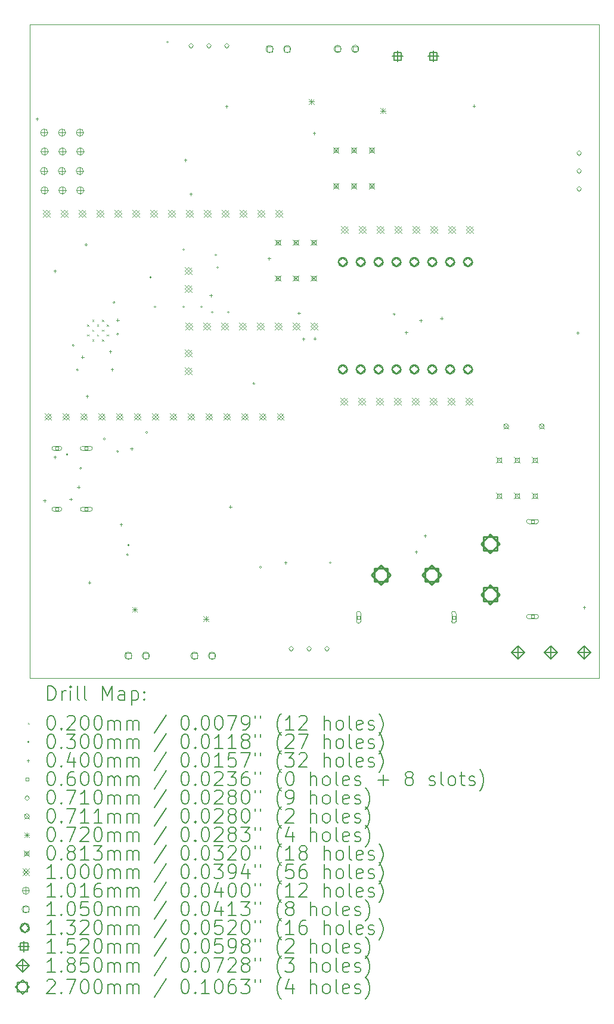
<source format=gbr>
%TF.GenerationSoftware,KiCad,Pcbnew,8.0.2*%
%TF.CreationDate,2024-06-04T14:33:14+05:30*%
%TF.ProjectId,evoborne,65766f62-6f72-46e6-952e-6b696361645f,rev?*%
%TF.SameCoordinates,Original*%
%TF.FileFunction,Drillmap*%
%TF.FilePolarity,Positive*%
%FSLAX45Y45*%
G04 Gerber Fmt 4.5, Leading zero omitted, Abs format (unit mm)*
G04 Created by KiCad (PCBNEW 8.0.2) date 2024-06-04 14:33:14*
%MOMM*%
%LPD*%
G01*
G04 APERTURE LIST*
%ADD10C,0.100000*%
%ADD11C,0.200000*%
%ADD12C,0.101600*%
%ADD13C,0.105000*%
%ADD14C,0.132000*%
%ADD15C,0.152000*%
%ADD16C,0.185000*%
%ADD17C,0.270000*%
G04 APERTURE END LIST*
D10*
X4953000Y-6181000D02*
X13040000Y-6181000D01*
X13040000Y-15453800D01*
X4953000Y-15453800D01*
X4953000Y-6181000D01*
D11*
D10*
X5770000Y-10440000D02*
X5790000Y-10460000D01*
X5790000Y-10440000D02*
X5770000Y-10460000D01*
X5770000Y-10580000D02*
X5790000Y-10600000D01*
X5790000Y-10580000D02*
X5770000Y-10600000D01*
X5840000Y-10370000D02*
X5860000Y-10390000D01*
X5860000Y-10370000D02*
X5840000Y-10390000D01*
X5840000Y-10510000D02*
X5860000Y-10530000D01*
X5860000Y-10510000D02*
X5840000Y-10530000D01*
X5840000Y-10650000D02*
X5860000Y-10670000D01*
X5860000Y-10650000D02*
X5840000Y-10670000D01*
X5910000Y-10440000D02*
X5930000Y-10460000D01*
X5930000Y-10440000D02*
X5910000Y-10460000D01*
X5910000Y-10580000D02*
X5930000Y-10600000D01*
X5930000Y-10580000D02*
X5910000Y-10600000D01*
X5980000Y-10370000D02*
X6000000Y-10390000D01*
X6000000Y-10370000D02*
X5980000Y-10390000D01*
X5980000Y-10510000D02*
X6000000Y-10530000D01*
X6000000Y-10510000D02*
X5980000Y-10530000D01*
X5980000Y-10650000D02*
X6000000Y-10670000D01*
X6000000Y-10650000D02*
X5980000Y-10670000D01*
X6050000Y-10440000D02*
X6070000Y-10460000D01*
X6070000Y-10440000D02*
X6050000Y-10460000D01*
X6050000Y-10580000D02*
X6070000Y-10600000D01*
X6070000Y-10580000D02*
X6050000Y-10600000D01*
X5498000Y-12282000D02*
G75*
G02*
X5468000Y-12282000I-15000J0D01*
G01*
X5468000Y-12282000D02*
G75*
G02*
X5498000Y-12282000I15000J0D01*
G01*
X5584000Y-10733000D02*
G75*
G02*
X5554000Y-10733000I-15000J0D01*
G01*
X5554000Y-10733000D02*
G75*
G02*
X5584000Y-10733000I15000J0D01*
G01*
X5643000Y-11082000D02*
G75*
G02*
X5613000Y-11082000I-15000J0D01*
G01*
X5613000Y-11082000D02*
G75*
G02*
X5643000Y-11082000I15000J0D01*
G01*
X5692000Y-12479000D02*
G75*
G02*
X5662000Y-12479000I-15000J0D01*
G01*
X5662000Y-12479000D02*
G75*
G02*
X5692000Y-12479000I15000J0D01*
G01*
X5769000Y-9307000D02*
G75*
G02*
X5739000Y-9307000I-15000J0D01*
G01*
X5739000Y-9307000D02*
G75*
G02*
X5769000Y-9307000I15000J0D01*
G01*
X6027000Y-12063000D02*
G75*
G02*
X5997000Y-12063000I-15000J0D01*
G01*
X5997000Y-12063000D02*
G75*
G02*
X6027000Y-12063000I15000J0D01*
G01*
X6165000Y-10125000D02*
G75*
G02*
X6135000Y-10125000I-15000J0D01*
G01*
X6135000Y-10125000D02*
G75*
G02*
X6165000Y-10125000I15000J0D01*
G01*
X6214000Y-12237000D02*
G75*
G02*
X6184000Y-12237000I-15000J0D01*
G01*
X6184000Y-12237000D02*
G75*
G02*
X6214000Y-12237000I15000J0D01*
G01*
X6215000Y-10575000D02*
G75*
G02*
X6185000Y-10575000I-15000J0D01*
G01*
X6185000Y-10575000D02*
G75*
G02*
X6215000Y-10575000I15000J0D01*
G01*
X6354000Y-13707000D02*
G75*
G02*
X6324000Y-13707000I-15000J0D01*
G01*
X6324000Y-13707000D02*
G75*
G02*
X6354000Y-13707000I15000J0D01*
G01*
X6371000Y-13569000D02*
G75*
G02*
X6341000Y-13569000I-15000J0D01*
G01*
X6341000Y-13569000D02*
G75*
G02*
X6371000Y-13569000I15000J0D01*
G01*
X6627500Y-11969500D02*
G75*
G02*
X6597500Y-11969500I-15000J0D01*
G01*
X6597500Y-11969500D02*
G75*
G02*
X6627500Y-11969500I15000J0D01*
G01*
X6683000Y-9766000D02*
G75*
G02*
X6653000Y-9766000I-15000J0D01*
G01*
X6653000Y-9766000D02*
G75*
G02*
X6683000Y-9766000I15000J0D01*
G01*
X6746000Y-10185400D02*
G75*
G02*
X6716000Y-10185400I-15000J0D01*
G01*
X6716000Y-10185400D02*
G75*
G02*
X6746000Y-10185400I15000J0D01*
G01*
X6923800Y-6426200D02*
G75*
G02*
X6893800Y-6426200I-15000J0D01*
G01*
X6893800Y-6426200D02*
G75*
G02*
X6923800Y-6426200I15000J0D01*
G01*
X7152400Y-9372600D02*
G75*
G02*
X7122400Y-9372600I-15000J0D01*
G01*
X7122400Y-9372600D02*
G75*
G02*
X7152400Y-9372600I15000J0D01*
G01*
X7152400Y-10185400D02*
G75*
G02*
X7122400Y-10185400I-15000J0D01*
G01*
X7122400Y-10185400D02*
G75*
G02*
X7152400Y-10185400I15000J0D01*
G01*
X7406400Y-10185400D02*
G75*
G02*
X7376400Y-10185400I-15000J0D01*
G01*
X7376400Y-10185400D02*
G75*
G02*
X7406400Y-10185400I15000J0D01*
G01*
X7558800Y-10261600D02*
G75*
G02*
X7528800Y-10261600I-15000J0D01*
G01*
X7528800Y-10261600D02*
G75*
G02*
X7558800Y-10261600I15000J0D01*
G01*
X7609600Y-9448800D02*
G75*
G02*
X7579600Y-9448800I-15000J0D01*
G01*
X7579600Y-9448800D02*
G75*
G02*
X7609600Y-9448800I15000J0D01*
G01*
X7635000Y-9626600D02*
G75*
G02*
X7605000Y-9626600I-15000J0D01*
G01*
X7605000Y-9626600D02*
G75*
G02*
X7635000Y-9626600I15000J0D01*
G01*
X7787400Y-10261600D02*
G75*
G02*
X7757400Y-10261600I-15000J0D01*
G01*
X7757400Y-10261600D02*
G75*
G02*
X7787400Y-10261600I15000J0D01*
G01*
X8150000Y-11275000D02*
G75*
G02*
X8120000Y-11275000I-15000J0D01*
G01*
X8120000Y-11275000D02*
G75*
G02*
X8150000Y-11275000I15000J0D01*
G01*
X8244000Y-13883000D02*
G75*
G02*
X8214000Y-13883000I-15000J0D01*
G01*
X8214000Y-13883000D02*
G75*
G02*
X8244000Y-13883000I15000J0D01*
G01*
X9235200Y-13817600D02*
G75*
G02*
X9205200Y-13817600I-15000J0D01*
G01*
X9205200Y-13817600D02*
G75*
G02*
X9235200Y-13817600I15000J0D01*
G01*
X10145000Y-10290000D02*
G75*
G02*
X10115000Y-10290000I-15000J0D01*
G01*
X10115000Y-10290000D02*
G75*
G02*
X10145000Y-10290000I15000J0D01*
G01*
X12754000Y-10561000D02*
G75*
G02*
X12724000Y-10561000I-15000J0D01*
G01*
X12724000Y-10561000D02*
G75*
G02*
X12754000Y-10561000I15000J0D01*
G01*
X5054600Y-7498400D02*
X5054600Y-7538400D01*
X5034600Y-7518400D02*
X5074600Y-7518400D01*
X5162500Y-12917500D02*
X5162500Y-12957500D01*
X5142500Y-12937500D02*
X5182500Y-12937500D01*
X5308600Y-9657400D02*
X5308600Y-9697400D01*
X5288600Y-9677400D02*
X5328600Y-9677400D01*
X5310000Y-12300000D02*
X5310000Y-12340000D01*
X5290000Y-12320000D02*
X5330000Y-12320000D01*
X5533627Y-12896373D02*
X5533627Y-12936373D01*
X5513627Y-12916373D02*
X5553627Y-12916373D01*
X5644000Y-12724000D02*
X5644000Y-12764000D01*
X5624000Y-12744000D02*
X5664000Y-12744000D01*
X5700000Y-10880000D02*
X5700000Y-10920000D01*
X5680000Y-10900000D02*
X5720000Y-10900000D01*
X5765800Y-11435400D02*
X5765800Y-11475400D01*
X5745800Y-11455400D02*
X5785800Y-11455400D01*
X5800000Y-14080000D02*
X5800000Y-14120000D01*
X5780000Y-14100000D02*
X5820000Y-14100000D01*
X6096000Y-10800400D02*
X6096000Y-10840400D01*
X6076000Y-10820400D02*
X6116000Y-10820400D01*
X6121400Y-11054400D02*
X6121400Y-11094400D01*
X6101400Y-11074400D02*
X6141400Y-11074400D01*
X6200000Y-10355000D02*
X6200000Y-10395000D01*
X6180000Y-10375000D02*
X6220000Y-10375000D01*
X6250000Y-13255000D02*
X6250000Y-13295000D01*
X6230000Y-13275000D02*
X6270000Y-13275000D01*
X6400000Y-12180000D02*
X6400000Y-12220000D01*
X6380000Y-12200000D02*
X6420000Y-12200000D01*
X7162800Y-8082600D02*
X7162800Y-8122600D01*
X7142800Y-8102600D02*
X7182800Y-8102600D01*
X7239000Y-8565200D02*
X7239000Y-8605200D01*
X7219000Y-8585200D02*
X7259000Y-8585200D01*
X7525000Y-10005000D02*
X7525000Y-10045000D01*
X7505000Y-10025000D02*
X7545000Y-10025000D01*
X7747000Y-7320600D02*
X7747000Y-7360600D01*
X7727000Y-7340600D02*
X7767000Y-7340600D01*
X7800000Y-13005000D02*
X7800000Y-13045000D01*
X7780000Y-13025000D02*
X7820000Y-13025000D01*
X8350000Y-9480000D02*
X8350000Y-9520000D01*
X8330000Y-9500000D02*
X8370000Y-9500000D01*
X8585200Y-13797600D02*
X8585200Y-13837600D01*
X8565200Y-13817600D02*
X8605200Y-13817600D01*
X8775000Y-10255000D02*
X8775000Y-10295000D01*
X8755000Y-10275000D02*
X8795000Y-10275000D01*
X8839200Y-10622600D02*
X8839200Y-10662600D01*
X8819200Y-10642600D02*
X8859200Y-10642600D01*
X8991600Y-7701600D02*
X8991600Y-7741600D01*
X8971600Y-7721600D02*
X9011600Y-7721600D01*
X9000000Y-10617000D02*
X9000000Y-10657000D01*
X8980000Y-10637000D02*
X9020000Y-10637000D01*
X10300000Y-10530000D02*
X10300000Y-10570000D01*
X10280000Y-10550000D02*
X10320000Y-10550000D01*
X10439400Y-13645200D02*
X10439400Y-13685200D01*
X10419400Y-13665200D02*
X10459400Y-13665200D01*
X10505000Y-10361000D02*
X10505000Y-10401000D01*
X10485000Y-10381000D02*
X10525000Y-10381000D01*
X10566400Y-13416600D02*
X10566400Y-13456600D01*
X10546400Y-13436600D02*
X10586400Y-13436600D01*
X10800000Y-10330000D02*
X10800000Y-10370000D01*
X10780000Y-10350000D02*
X10820000Y-10350000D01*
X11261000Y-7316000D02*
X11261000Y-7356000D01*
X11241000Y-7336000D02*
X11281000Y-7336000D01*
X12827000Y-14432600D02*
X12827000Y-14472600D01*
X12807000Y-14452600D02*
X12847000Y-14452600D01*
X5358713Y-12216213D02*
X5358713Y-12173787D01*
X5316287Y-12173787D01*
X5316287Y-12216213D01*
X5358713Y-12216213D01*
X5377500Y-12165000D02*
X5297500Y-12165000D01*
X5297500Y-12225000D02*
G75*
G02*
X5297500Y-12165000I0J30000D01*
G01*
X5297500Y-12225000D02*
X5377500Y-12225000D01*
X5377500Y-12225000D02*
G75*
G03*
X5377500Y-12165000I0J30000D01*
G01*
X5358713Y-13080213D02*
X5358713Y-13037787D01*
X5316287Y-13037787D01*
X5316287Y-13080213D01*
X5358713Y-13080213D01*
X5377500Y-13029000D02*
X5297500Y-13029000D01*
X5297500Y-13089000D02*
G75*
G02*
X5297500Y-13029000I0J30000D01*
G01*
X5297500Y-13089000D02*
X5377500Y-13089000D01*
X5377500Y-13089000D02*
G75*
G03*
X5377500Y-13029000I0J30000D01*
G01*
X5778713Y-12216213D02*
X5778713Y-12173787D01*
X5736287Y-12173787D01*
X5736287Y-12216213D01*
X5778713Y-12216213D01*
X5812500Y-12165000D02*
X5702500Y-12165000D01*
X5702500Y-12225000D02*
G75*
G02*
X5702500Y-12165000I0J30000D01*
G01*
X5702500Y-12225000D02*
X5812500Y-12225000D01*
X5812500Y-12225000D02*
G75*
G03*
X5812500Y-12165000I0J30000D01*
G01*
X5778713Y-13080213D02*
X5778713Y-13037787D01*
X5736287Y-13037787D01*
X5736287Y-13080213D01*
X5778713Y-13080213D01*
X5812500Y-13029000D02*
X5702500Y-13029000D01*
X5702500Y-13089000D02*
G75*
G02*
X5702500Y-13029000I0J30000D01*
G01*
X5702500Y-13089000D02*
X5812500Y-13089000D01*
X5812500Y-13089000D02*
G75*
G03*
X5812500Y-13029000I0J30000D01*
G01*
X9645213Y-14615213D02*
X9645213Y-14572787D01*
X9602787Y-14572787D01*
X9602787Y-14615213D01*
X9645213Y-14615213D01*
X9654000Y-14649000D02*
X9654000Y-14539000D01*
X9594000Y-14539000D02*
G75*
G02*
X9654000Y-14539000I30000J0D01*
G01*
X9594000Y-14539000D02*
X9594000Y-14649000D01*
X9594000Y-14649000D02*
G75*
G03*
X9654000Y-14649000I30000J0D01*
G01*
X10995213Y-14615213D02*
X10995213Y-14572787D01*
X10952787Y-14572787D01*
X10952787Y-14615213D01*
X10995213Y-14615213D01*
X11004000Y-14649000D02*
X11004000Y-14539000D01*
X10944000Y-14539000D02*
G75*
G02*
X11004000Y-14539000I30000J0D01*
G01*
X10944000Y-14539000D02*
X10944000Y-14649000D01*
X10944000Y-14649000D02*
G75*
G03*
X11004000Y-14649000I30000J0D01*
G01*
X12115213Y-13254213D02*
X12115213Y-13211787D01*
X12072787Y-13211787D01*
X12072787Y-13254213D01*
X12115213Y-13254213D01*
X12149000Y-13203000D02*
X12039000Y-13203000D01*
X12039000Y-13263000D02*
G75*
G02*
X12039000Y-13203000I0J30000D01*
G01*
X12039000Y-13263000D02*
X12149000Y-13263000D01*
X12149000Y-13263000D02*
G75*
G03*
X12149000Y-13203000I0J30000D01*
G01*
X12115213Y-14604213D02*
X12115213Y-14561787D01*
X12072787Y-14561787D01*
X12072787Y-14604213D01*
X12115213Y-14604213D01*
X12149000Y-14553000D02*
X12039000Y-14553000D01*
X12039000Y-14613000D02*
G75*
G02*
X12039000Y-14553000I0J30000D01*
G01*
X12039000Y-14613000D02*
X12149000Y-14613000D01*
X12149000Y-14613000D02*
G75*
G03*
X12149000Y-14553000I0J30000D01*
G01*
X7239000Y-6512500D02*
X7274500Y-6477000D01*
X7239000Y-6441500D01*
X7203500Y-6477000D01*
X7239000Y-6512500D01*
X7493000Y-6512500D02*
X7528500Y-6477000D01*
X7493000Y-6441500D01*
X7457500Y-6477000D01*
X7493000Y-6512500D01*
X7747000Y-6512500D02*
X7782500Y-6477000D01*
X7747000Y-6441500D01*
X7711500Y-6477000D01*
X7747000Y-6512500D01*
X8661400Y-15072300D02*
X8696900Y-15036800D01*
X8661400Y-15001300D01*
X8625900Y-15036800D01*
X8661400Y-15072300D01*
X8915400Y-15072300D02*
X8950900Y-15036800D01*
X8915400Y-15001300D01*
X8879900Y-15036800D01*
X8915400Y-15072300D01*
X9169400Y-15072300D02*
X9204900Y-15036800D01*
X9169400Y-15001300D01*
X9133900Y-15036800D01*
X9169400Y-15072300D01*
X12750800Y-8036500D02*
X12786300Y-8001000D01*
X12750800Y-7965500D01*
X12715300Y-8001000D01*
X12750800Y-8036500D01*
X12750800Y-8290500D02*
X12786300Y-8255000D01*
X12750800Y-8219500D01*
X12715300Y-8255000D01*
X12750800Y-8290500D01*
X12750800Y-8544500D02*
X12786300Y-8509000D01*
X12750800Y-8473500D01*
X12715300Y-8509000D01*
X12750800Y-8544500D01*
X11683950Y-11847450D02*
X11755050Y-11918550D01*
X11755050Y-11847450D02*
X11683950Y-11918550D01*
X11755050Y-11883000D02*
G75*
G02*
X11683950Y-11883000I-35550J0D01*
G01*
X11683950Y-11883000D02*
G75*
G02*
X11755050Y-11883000I35550J0D01*
G01*
X12188950Y-11847450D02*
X12260050Y-11918550D01*
X12260050Y-11847450D02*
X12188950Y-11918550D01*
X12260050Y-11883000D02*
G75*
G02*
X12188950Y-11883000I-35550J0D01*
G01*
X12188950Y-11883000D02*
G75*
G02*
X12260050Y-11883000I35550J0D01*
G01*
X6406500Y-14449000D02*
X6478500Y-14521000D01*
X6478500Y-14449000D02*
X6406500Y-14521000D01*
X6442500Y-14449000D02*
X6442500Y-14521000D01*
X6406500Y-14485000D02*
X6478500Y-14485000D01*
X7421500Y-14579000D02*
X7493500Y-14651000D01*
X7493500Y-14579000D02*
X7421500Y-14651000D01*
X7457500Y-14579000D02*
X7457500Y-14651000D01*
X7421500Y-14615000D02*
X7493500Y-14615000D01*
X8917500Y-7236000D02*
X8989500Y-7308000D01*
X8989500Y-7236000D02*
X8917500Y-7308000D01*
X8953500Y-7236000D02*
X8953500Y-7308000D01*
X8917500Y-7272000D02*
X8989500Y-7272000D01*
X9932500Y-7366000D02*
X10004500Y-7438000D01*
X10004500Y-7366000D02*
X9932500Y-7438000D01*
X9968500Y-7366000D02*
X9968500Y-7438000D01*
X9932500Y-7402000D02*
X10004500Y-7402000D01*
X8436360Y-9230360D02*
X8517640Y-9311640D01*
X8517640Y-9230360D02*
X8436360Y-9311640D01*
X8505737Y-9299737D02*
X8505737Y-9242263D01*
X8448263Y-9242263D01*
X8448263Y-9299737D01*
X8505737Y-9299737D01*
X8436360Y-9738360D02*
X8517640Y-9819640D01*
X8517640Y-9738360D02*
X8436360Y-9819640D01*
X8505737Y-9807737D02*
X8505737Y-9750263D01*
X8448263Y-9750263D01*
X8448263Y-9807737D01*
X8505737Y-9807737D01*
X8690360Y-9230360D02*
X8771640Y-9311640D01*
X8771640Y-9230360D02*
X8690360Y-9311640D01*
X8759737Y-9299737D02*
X8759737Y-9242263D01*
X8702263Y-9242263D01*
X8702263Y-9299737D01*
X8759737Y-9299737D01*
X8690360Y-9738360D02*
X8771640Y-9819640D01*
X8771640Y-9738360D02*
X8690360Y-9819640D01*
X8759737Y-9807737D02*
X8759737Y-9750263D01*
X8702263Y-9750263D01*
X8702263Y-9807737D01*
X8759737Y-9807737D01*
X8944360Y-9230360D02*
X9025640Y-9311640D01*
X9025640Y-9230360D02*
X8944360Y-9311640D01*
X9013737Y-9299737D02*
X9013737Y-9242263D01*
X8956263Y-9242263D01*
X8956263Y-9299737D01*
X9013737Y-9299737D01*
X8944360Y-9738360D02*
X9025640Y-9819640D01*
X9025640Y-9738360D02*
X8944360Y-9819640D01*
X9013737Y-9807737D02*
X9013737Y-9750263D01*
X8956263Y-9750263D01*
X8956263Y-9807737D01*
X9013737Y-9807737D01*
X9259360Y-7922360D02*
X9340640Y-8003640D01*
X9340640Y-7922360D02*
X9259360Y-8003640D01*
X9328737Y-7991737D02*
X9328737Y-7934263D01*
X9271263Y-7934263D01*
X9271263Y-7991737D01*
X9328737Y-7991737D01*
X9259360Y-8430360D02*
X9340640Y-8511640D01*
X9340640Y-8430360D02*
X9259360Y-8511640D01*
X9328737Y-8499737D02*
X9328737Y-8442263D01*
X9271263Y-8442263D01*
X9271263Y-8499737D01*
X9328737Y-8499737D01*
X9513360Y-7922360D02*
X9594640Y-8003640D01*
X9594640Y-7922360D02*
X9513360Y-8003640D01*
X9582737Y-7991737D02*
X9582737Y-7934263D01*
X9525263Y-7934263D01*
X9525263Y-7991737D01*
X9582737Y-7991737D01*
X9513360Y-8430360D02*
X9594640Y-8511640D01*
X9594640Y-8430360D02*
X9513360Y-8511640D01*
X9582737Y-8499737D02*
X9582737Y-8442263D01*
X9525263Y-8442263D01*
X9525263Y-8499737D01*
X9582737Y-8499737D01*
X9767360Y-7922360D02*
X9848640Y-8003640D01*
X9848640Y-7922360D02*
X9767360Y-8003640D01*
X9836737Y-7991737D02*
X9836737Y-7934263D01*
X9779263Y-7934263D01*
X9779263Y-7991737D01*
X9836737Y-7991737D01*
X9767360Y-8430360D02*
X9848640Y-8511640D01*
X9848640Y-8430360D02*
X9767360Y-8511640D01*
X9836737Y-8499737D02*
X9836737Y-8442263D01*
X9779263Y-8442263D01*
X9779263Y-8499737D01*
X9836737Y-8499737D01*
X11577360Y-12319360D02*
X11658640Y-12400640D01*
X11658640Y-12319360D02*
X11577360Y-12400640D01*
X11646737Y-12388737D02*
X11646737Y-12331263D01*
X11589263Y-12331263D01*
X11589263Y-12388737D01*
X11646737Y-12388737D01*
X11577360Y-12827360D02*
X11658640Y-12908640D01*
X11658640Y-12827360D02*
X11577360Y-12908640D01*
X11646737Y-12896737D02*
X11646737Y-12839263D01*
X11589263Y-12839263D01*
X11589263Y-12896737D01*
X11646737Y-12896737D01*
X11831360Y-12319360D02*
X11912640Y-12400640D01*
X11912640Y-12319360D02*
X11831360Y-12400640D01*
X11900737Y-12388737D02*
X11900737Y-12331263D01*
X11843263Y-12331263D01*
X11843263Y-12388737D01*
X11900737Y-12388737D01*
X11831360Y-12827360D02*
X11912640Y-12908640D01*
X11912640Y-12827360D02*
X11831360Y-12908640D01*
X11900737Y-12896737D02*
X11900737Y-12839263D01*
X11843263Y-12839263D01*
X11843263Y-12896737D01*
X11900737Y-12896737D01*
X12085360Y-12319360D02*
X12166640Y-12400640D01*
X12166640Y-12319360D02*
X12085360Y-12400640D01*
X12154737Y-12388737D02*
X12154737Y-12331263D01*
X12097263Y-12331263D01*
X12097263Y-12388737D01*
X12154737Y-12388737D01*
X12085360Y-12827360D02*
X12166640Y-12908640D01*
X12166640Y-12827360D02*
X12085360Y-12908640D01*
X12154737Y-12896737D02*
X12154737Y-12839263D01*
X12097263Y-12839263D01*
X12097263Y-12896737D01*
X12154737Y-12896737D01*
X5139000Y-8809000D02*
X5239000Y-8909000D01*
X5239000Y-8809000D02*
X5139000Y-8909000D01*
X5189000Y-8909000D02*
X5239000Y-8859000D01*
X5189000Y-8809000D01*
X5139000Y-8859000D01*
X5189000Y-8909000D01*
X5162000Y-11695000D02*
X5262000Y-11795000D01*
X5262000Y-11695000D02*
X5162000Y-11795000D01*
X5212000Y-11795000D02*
X5262000Y-11745000D01*
X5212000Y-11695000D01*
X5162000Y-11745000D01*
X5212000Y-11795000D01*
X5393000Y-8809000D02*
X5493000Y-8909000D01*
X5493000Y-8809000D02*
X5393000Y-8909000D01*
X5443000Y-8909000D02*
X5493000Y-8859000D01*
X5443000Y-8809000D01*
X5393000Y-8859000D01*
X5443000Y-8909000D01*
X5416000Y-11695000D02*
X5516000Y-11795000D01*
X5516000Y-11695000D02*
X5416000Y-11795000D01*
X5466000Y-11795000D02*
X5516000Y-11745000D01*
X5466000Y-11695000D01*
X5416000Y-11745000D01*
X5466000Y-11795000D01*
X5647000Y-8809000D02*
X5747000Y-8909000D01*
X5747000Y-8809000D02*
X5647000Y-8909000D01*
X5697000Y-8909000D02*
X5747000Y-8859000D01*
X5697000Y-8809000D01*
X5647000Y-8859000D01*
X5697000Y-8909000D01*
X5670000Y-11695000D02*
X5770000Y-11795000D01*
X5770000Y-11695000D02*
X5670000Y-11795000D01*
X5720000Y-11795000D02*
X5770000Y-11745000D01*
X5720000Y-11695000D01*
X5670000Y-11745000D01*
X5720000Y-11795000D01*
X5901000Y-8809000D02*
X6001000Y-8909000D01*
X6001000Y-8809000D02*
X5901000Y-8909000D01*
X5951000Y-8909000D02*
X6001000Y-8859000D01*
X5951000Y-8809000D01*
X5901000Y-8859000D01*
X5951000Y-8909000D01*
X5924000Y-11695000D02*
X6024000Y-11795000D01*
X6024000Y-11695000D02*
X5924000Y-11795000D01*
X5974000Y-11795000D02*
X6024000Y-11745000D01*
X5974000Y-11695000D01*
X5924000Y-11745000D01*
X5974000Y-11795000D01*
X6155000Y-8809000D02*
X6255000Y-8909000D01*
X6255000Y-8809000D02*
X6155000Y-8909000D01*
X6205000Y-8909000D02*
X6255000Y-8859000D01*
X6205000Y-8809000D01*
X6155000Y-8859000D01*
X6205000Y-8909000D01*
X6178000Y-11695000D02*
X6278000Y-11795000D01*
X6278000Y-11695000D02*
X6178000Y-11795000D01*
X6228000Y-11795000D02*
X6278000Y-11745000D01*
X6228000Y-11695000D01*
X6178000Y-11745000D01*
X6228000Y-11795000D01*
X6409000Y-8809000D02*
X6509000Y-8909000D01*
X6509000Y-8809000D02*
X6409000Y-8909000D01*
X6459000Y-8909000D02*
X6509000Y-8859000D01*
X6459000Y-8809000D01*
X6409000Y-8859000D01*
X6459000Y-8909000D01*
X6432000Y-11695000D02*
X6532000Y-11795000D01*
X6532000Y-11695000D02*
X6432000Y-11795000D01*
X6482000Y-11795000D02*
X6532000Y-11745000D01*
X6482000Y-11695000D01*
X6432000Y-11745000D01*
X6482000Y-11795000D01*
X6663000Y-8809000D02*
X6763000Y-8909000D01*
X6763000Y-8809000D02*
X6663000Y-8909000D01*
X6713000Y-8909000D02*
X6763000Y-8859000D01*
X6713000Y-8809000D01*
X6663000Y-8859000D01*
X6713000Y-8909000D01*
X6686000Y-11695000D02*
X6786000Y-11795000D01*
X6786000Y-11695000D02*
X6686000Y-11795000D01*
X6736000Y-11795000D02*
X6786000Y-11745000D01*
X6736000Y-11695000D01*
X6686000Y-11745000D01*
X6736000Y-11795000D01*
X6917000Y-8809000D02*
X7017000Y-8909000D01*
X7017000Y-8809000D02*
X6917000Y-8909000D01*
X6967000Y-8909000D02*
X7017000Y-8859000D01*
X6967000Y-8809000D01*
X6917000Y-8859000D01*
X6967000Y-8909000D01*
X6940000Y-11695000D02*
X7040000Y-11795000D01*
X7040000Y-11695000D02*
X6940000Y-11795000D01*
X6990000Y-11795000D02*
X7040000Y-11745000D01*
X6990000Y-11695000D01*
X6940000Y-11745000D01*
X6990000Y-11795000D01*
X7157000Y-10796000D02*
X7257000Y-10896000D01*
X7257000Y-10796000D02*
X7157000Y-10896000D01*
X7207000Y-10896000D02*
X7257000Y-10846000D01*
X7207000Y-10796000D01*
X7157000Y-10846000D01*
X7207000Y-10896000D01*
X7157000Y-11050000D02*
X7257000Y-11150000D01*
X7257000Y-11050000D02*
X7157000Y-11150000D01*
X7207000Y-11150000D02*
X7257000Y-11100000D01*
X7207000Y-11050000D01*
X7157000Y-11100000D01*
X7207000Y-11150000D01*
X7159000Y-9624500D02*
X7259000Y-9724500D01*
X7259000Y-9624500D02*
X7159000Y-9724500D01*
X7209000Y-9724500D02*
X7259000Y-9674500D01*
X7209000Y-9624500D01*
X7159000Y-9674500D01*
X7209000Y-9724500D01*
X7159000Y-9878500D02*
X7259000Y-9978500D01*
X7259000Y-9878500D02*
X7159000Y-9978500D01*
X7209000Y-9978500D02*
X7259000Y-9928500D01*
X7209000Y-9878500D01*
X7159000Y-9928500D01*
X7209000Y-9978500D01*
X7163600Y-10414800D02*
X7263600Y-10514800D01*
X7263600Y-10414800D02*
X7163600Y-10514800D01*
X7213600Y-10514800D02*
X7263600Y-10464800D01*
X7213600Y-10414800D01*
X7163600Y-10464800D01*
X7213600Y-10514800D01*
X7171000Y-8809000D02*
X7271000Y-8909000D01*
X7271000Y-8809000D02*
X7171000Y-8909000D01*
X7221000Y-8909000D02*
X7271000Y-8859000D01*
X7221000Y-8809000D01*
X7171000Y-8859000D01*
X7221000Y-8909000D01*
X7194000Y-11695000D02*
X7294000Y-11795000D01*
X7294000Y-11695000D02*
X7194000Y-11795000D01*
X7244000Y-11795000D02*
X7294000Y-11745000D01*
X7244000Y-11695000D01*
X7194000Y-11745000D01*
X7244000Y-11795000D01*
X7417600Y-10414800D02*
X7517600Y-10514800D01*
X7517600Y-10414800D02*
X7417600Y-10514800D01*
X7467600Y-10514800D02*
X7517600Y-10464800D01*
X7467600Y-10414800D01*
X7417600Y-10464800D01*
X7467600Y-10514800D01*
X7425000Y-8809000D02*
X7525000Y-8909000D01*
X7525000Y-8809000D02*
X7425000Y-8909000D01*
X7475000Y-8909000D02*
X7525000Y-8859000D01*
X7475000Y-8809000D01*
X7425000Y-8859000D01*
X7475000Y-8909000D01*
X7448000Y-11695000D02*
X7548000Y-11795000D01*
X7548000Y-11695000D02*
X7448000Y-11795000D01*
X7498000Y-11795000D02*
X7548000Y-11745000D01*
X7498000Y-11695000D01*
X7448000Y-11745000D01*
X7498000Y-11795000D01*
X7671600Y-10414800D02*
X7771600Y-10514800D01*
X7771600Y-10414800D02*
X7671600Y-10514800D01*
X7721600Y-10514800D02*
X7771600Y-10464800D01*
X7721600Y-10414800D01*
X7671600Y-10464800D01*
X7721600Y-10514800D01*
X7679000Y-8809000D02*
X7779000Y-8909000D01*
X7779000Y-8809000D02*
X7679000Y-8909000D01*
X7729000Y-8909000D02*
X7779000Y-8859000D01*
X7729000Y-8809000D01*
X7679000Y-8859000D01*
X7729000Y-8909000D01*
X7702000Y-11695000D02*
X7802000Y-11795000D01*
X7802000Y-11695000D02*
X7702000Y-11795000D01*
X7752000Y-11795000D02*
X7802000Y-11745000D01*
X7752000Y-11695000D01*
X7702000Y-11745000D01*
X7752000Y-11795000D01*
X7925600Y-10414800D02*
X8025600Y-10514800D01*
X8025600Y-10414800D02*
X7925600Y-10514800D01*
X7975600Y-10514800D02*
X8025600Y-10464800D01*
X7975600Y-10414800D01*
X7925600Y-10464800D01*
X7975600Y-10514800D01*
X7933000Y-8809000D02*
X8033000Y-8909000D01*
X8033000Y-8809000D02*
X7933000Y-8909000D01*
X7983000Y-8909000D02*
X8033000Y-8859000D01*
X7983000Y-8809000D01*
X7933000Y-8859000D01*
X7983000Y-8909000D01*
X7956000Y-11695000D02*
X8056000Y-11795000D01*
X8056000Y-11695000D02*
X7956000Y-11795000D01*
X8006000Y-11795000D02*
X8056000Y-11745000D01*
X8006000Y-11695000D01*
X7956000Y-11745000D01*
X8006000Y-11795000D01*
X8179600Y-10414800D02*
X8279600Y-10514800D01*
X8279600Y-10414800D02*
X8179600Y-10514800D01*
X8229600Y-10514800D02*
X8279600Y-10464800D01*
X8229600Y-10414800D01*
X8179600Y-10464800D01*
X8229600Y-10514800D01*
X8187000Y-8809000D02*
X8287000Y-8909000D01*
X8287000Y-8809000D02*
X8187000Y-8909000D01*
X8237000Y-8909000D02*
X8287000Y-8859000D01*
X8237000Y-8809000D01*
X8187000Y-8859000D01*
X8237000Y-8909000D01*
X8210000Y-11695000D02*
X8310000Y-11795000D01*
X8310000Y-11695000D02*
X8210000Y-11795000D01*
X8260000Y-11795000D02*
X8310000Y-11745000D01*
X8260000Y-11695000D01*
X8210000Y-11745000D01*
X8260000Y-11795000D01*
X8433600Y-10414800D02*
X8533600Y-10514800D01*
X8533600Y-10414800D02*
X8433600Y-10514800D01*
X8483600Y-10514800D02*
X8533600Y-10464800D01*
X8483600Y-10414800D01*
X8433600Y-10464800D01*
X8483600Y-10514800D01*
X8441000Y-8809000D02*
X8541000Y-8909000D01*
X8541000Y-8809000D02*
X8441000Y-8909000D01*
X8491000Y-8909000D02*
X8541000Y-8859000D01*
X8491000Y-8809000D01*
X8441000Y-8859000D01*
X8491000Y-8909000D01*
X8464000Y-11695000D02*
X8564000Y-11795000D01*
X8564000Y-11695000D02*
X8464000Y-11795000D01*
X8514000Y-11795000D02*
X8564000Y-11745000D01*
X8514000Y-11695000D01*
X8464000Y-11745000D01*
X8514000Y-11795000D01*
X8687600Y-10414800D02*
X8787600Y-10514800D01*
X8787600Y-10414800D02*
X8687600Y-10514800D01*
X8737600Y-10514800D02*
X8787600Y-10464800D01*
X8737600Y-10414800D01*
X8687600Y-10464800D01*
X8737600Y-10514800D01*
X8941600Y-10414800D02*
X9041600Y-10514800D01*
X9041600Y-10414800D02*
X8941600Y-10514800D01*
X8991600Y-10514800D02*
X9041600Y-10464800D01*
X8991600Y-10414800D01*
X8941600Y-10464800D01*
X8991600Y-10514800D01*
X9363000Y-11481000D02*
X9463000Y-11581000D01*
X9463000Y-11481000D02*
X9363000Y-11581000D01*
X9413000Y-11581000D02*
X9463000Y-11531000D01*
X9413000Y-11481000D01*
X9363000Y-11531000D01*
X9413000Y-11581000D01*
X9377000Y-9041000D02*
X9477000Y-9141000D01*
X9477000Y-9041000D02*
X9377000Y-9141000D01*
X9427000Y-9141000D02*
X9477000Y-9091000D01*
X9427000Y-9041000D01*
X9377000Y-9091000D01*
X9427000Y-9141000D01*
X9617000Y-11481000D02*
X9717000Y-11581000D01*
X9717000Y-11481000D02*
X9617000Y-11581000D01*
X9667000Y-11581000D02*
X9717000Y-11531000D01*
X9667000Y-11481000D01*
X9617000Y-11531000D01*
X9667000Y-11581000D01*
X9631000Y-9041000D02*
X9731000Y-9141000D01*
X9731000Y-9041000D02*
X9631000Y-9141000D01*
X9681000Y-9141000D02*
X9731000Y-9091000D01*
X9681000Y-9041000D01*
X9631000Y-9091000D01*
X9681000Y-9141000D01*
X9871000Y-11481000D02*
X9971000Y-11581000D01*
X9971000Y-11481000D02*
X9871000Y-11581000D01*
X9921000Y-11581000D02*
X9971000Y-11531000D01*
X9921000Y-11481000D01*
X9871000Y-11531000D01*
X9921000Y-11581000D01*
X9885000Y-9041000D02*
X9985000Y-9141000D01*
X9985000Y-9041000D02*
X9885000Y-9141000D01*
X9935000Y-9141000D02*
X9985000Y-9091000D01*
X9935000Y-9041000D01*
X9885000Y-9091000D01*
X9935000Y-9141000D01*
X10125000Y-11481000D02*
X10225000Y-11581000D01*
X10225000Y-11481000D02*
X10125000Y-11581000D01*
X10175000Y-11581000D02*
X10225000Y-11531000D01*
X10175000Y-11481000D01*
X10125000Y-11531000D01*
X10175000Y-11581000D01*
X10139000Y-9041000D02*
X10239000Y-9141000D01*
X10239000Y-9041000D02*
X10139000Y-9141000D01*
X10189000Y-9141000D02*
X10239000Y-9091000D01*
X10189000Y-9041000D01*
X10139000Y-9091000D01*
X10189000Y-9141000D01*
X10379000Y-11481000D02*
X10479000Y-11581000D01*
X10479000Y-11481000D02*
X10379000Y-11581000D01*
X10429000Y-11581000D02*
X10479000Y-11531000D01*
X10429000Y-11481000D01*
X10379000Y-11531000D01*
X10429000Y-11581000D01*
X10393000Y-9041000D02*
X10493000Y-9141000D01*
X10493000Y-9041000D02*
X10393000Y-9141000D01*
X10443000Y-9141000D02*
X10493000Y-9091000D01*
X10443000Y-9041000D01*
X10393000Y-9091000D01*
X10443000Y-9141000D01*
X10633000Y-11481000D02*
X10733000Y-11581000D01*
X10733000Y-11481000D02*
X10633000Y-11581000D01*
X10683000Y-11581000D02*
X10733000Y-11531000D01*
X10683000Y-11481000D01*
X10633000Y-11531000D01*
X10683000Y-11581000D01*
X10647000Y-9041000D02*
X10747000Y-9141000D01*
X10747000Y-9041000D02*
X10647000Y-9141000D01*
X10697000Y-9141000D02*
X10747000Y-9091000D01*
X10697000Y-9041000D01*
X10647000Y-9091000D01*
X10697000Y-9141000D01*
X10887000Y-11481000D02*
X10987000Y-11581000D01*
X10987000Y-11481000D02*
X10887000Y-11581000D01*
X10937000Y-11581000D02*
X10987000Y-11531000D01*
X10937000Y-11481000D01*
X10887000Y-11531000D01*
X10937000Y-11581000D01*
X10901000Y-9041000D02*
X11001000Y-9141000D01*
X11001000Y-9041000D02*
X10901000Y-9141000D01*
X10951000Y-9141000D02*
X11001000Y-9091000D01*
X10951000Y-9041000D01*
X10901000Y-9091000D01*
X10951000Y-9141000D01*
X11141000Y-11481000D02*
X11241000Y-11581000D01*
X11241000Y-11481000D02*
X11141000Y-11581000D01*
X11191000Y-11581000D02*
X11241000Y-11531000D01*
X11191000Y-11481000D01*
X11141000Y-11531000D01*
X11191000Y-11581000D01*
X11155000Y-9041000D02*
X11255000Y-9141000D01*
X11255000Y-9041000D02*
X11155000Y-9141000D01*
X11205000Y-9141000D02*
X11255000Y-9091000D01*
X11205000Y-9041000D01*
X11155000Y-9091000D01*
X11205000Y-9141000D01*
D12*
X5156000Y-8207200D02*
X5156000Y-8308800D01*
X5105200Y-8258000D02*
X5206800Y-8258000D01*
X5206800Y-8258000D02*
G75*
G02*
X5105200Y-8258000I-50800J0D01*
G01*
X5105200Y-8258000D02*
G75*
G02*
X5206800Y-8258000I50800J0D01*
G01*
X5157000Y-7661200D02*
X5157000Y-7762800D01*
X5106200Y-7712000D02*
X5207800Y-7712000D01*
X5207800Y-7712000D02*
G75*
G02*
X5106200Y-7712000I-50800J0D01*
G01*
X5106200Y-7712000D02*
G75*
G02*
X5207800Y-7712000I50800J0D01*
G01*
X5162000Y-8482200D02*
X5162000Y-8583800D01*
X5111200Y-8533000D02*
X5212800Y-8533000D01*
X5212800Y-8533000D02*
G75*
G02*
X5111200Y-8533000I-50800J0D01*
G01*
X5111200Y-8533000D02*
G75*
G02*
X5212800Y-8533000I50800J0D01*
G01*
X5163000Y-7929200D02*
X5163000Y-8030800D01*
X5112200Y-7980000D02*
X5213800Y-7980000D01*
X5213800Y-7980000D02*
G75*
G02*
X5112200Y-7980000I-50800J0D01*
G01*
X5112200Y-7980000D02*
G75*
G02*
X5213800Y-7980000I50800J0D01*
G01*
X5410000Y-8207200D02*
X5410000Y-8308800D01*
X5359200Y-8258000D02*
X5460800Y-8258000D01*
X5460800Y-8258000D02*
G75*
G02*
X5359200Y-8258000I-50800J0D01*
G01*
X5359200Y-8258000D02*
G75*
G02*
X5460800Y-8258000I50800J0D01*
G01*
X5411000Y-7661200D02*
X5411000Y-7762800D01*
X5360200Y-7712000D02*
X5461800Y-7712000D01*
X5461800Y-7712000D02*
G75*
G02*
X5360200Y-7712000I-50800J0D01*
G01*
X5360200Y-7712000D02*
G75*
G02*
X5461800Y-7712000I50800J0D01*
G01*
X5416000Y-8482200D02*
X5416000Y-8583800D01*
X5365200Y-8533000D02*
X5466800Y-8533000D01*
X5466800Y-8533000D02*
G75*
G02*
X5365200Y-8533000I-50800J0D01*
G01*
X5365200Y-8533000D02*
G75*
G02*
X5466800Y-8533000I50800J0D01*
G01*
X5417000Y-7929200D02*
X5417000Y-8030800D01*
X5366200Y-7980000D02*
X5467800Y-7980000D01*
X5467800Y-7980000D02*
G75*
G02*
X5366200Y-7980000I-50800J0D01*
G01*
X5366200Y-7980000D02*
G75*
G02*
X5467800Y-7980000I50800J0D01*
G01*
X5664000Y-8207200D02*
X5664000Y-8308800D01*
X5613200Y-8258000D02*
X5714800Y-8258000D01*
X5714800Y-8258000D02*
G75*
G02*
X5613200Y-8258000I-50800J0D01*
G01*
X5613200Y-8258000D02*
G75*
G02*
X5714800Y-8258000I50800J0D01*
G01*
X5665000Y-7661200D02*
X5665000Y-7762800D01*
X5614200Y-7712000D02*
X5715800Y-7712000D01*
X5715800Y-7712000D02*
G75*
G02*
X5614200Y-7712000I-50800J0D01*
G01*
X5614200Y-7712000D02*
G75*
G02*
X5715800Y-7712000I50800J0D01*
G01*
X5670000Y-8482200D02*
X5670000Y-8583800D01*
X5619200Y-8533000D02*
X5720800Y-8533000D01*
X5720800Y-8533000D02*
G75*
G02*
X5619200Y-8533000I-50800J0D01*
G01*
X5619200Y-8533000D02*
G75*
G02*
X5720800Y-8533000I50800J0D01*
G01*
X5671000Y-7929200D02*
X5671000Y-8030800D01*
X5620200Y-7980000D02*
X5721800Y-7980000D01*
X5721800Y-7980000D02*
G75*
G02*
X5620200Y-7980000I-50800J0D01*
G01*
X5620200Y-7980000D02*
G75*
G02*
X5721800Y-7980000I50800J0D01*
G01*
D13*
X6389123Y-15175523D02*
X6389123Y-15101276D01*
X6314876Y-15101276D01*
X6314876Y-15175523D01*
X6389123Y-15175523D01*
X6404500Y-15138400D02*
G75*
G02*
X6299500Y-15138400I-52500J0D01*
G01*
X6299500Y-15138400D02*
G75*
G02*
X6404500Y-15138400I52500J0D01*
G01*
X6639123Y-15175523D02*
X6639123Y-15101276D01*
X6564876Y-15101276D01*
X6564876Y-15175523D01*
X6639123Y-15175523D01*
X6654500Y-15138400D02*
G75*
G02*
X6549500Y-15138400I-52500J0D01*
G01*
X6549500Y-15138400D02*
G75*
G02*
X6654500Y-15138400I52500J0D01*
G01*
X7328923Y-15177223D02*
X7328923Y-15102976D01*
X7254676Y-15102976D01*
X7254676Y-15177223D01*
X7328923Y-15177223D01*
X7344300Y-15140100D02*
G75*
G02*
X7239300Y-15140100I-52500J0D01*
G01*
X7239300Y-15140100D02*
G75*
G02*
X7344300Y-15140100I52500J0D01*
G01*
X7578923Y-15177223D02*
X7578923Y-15102976D01*
X7504676Y-15102976D01*
X7504676Y-15177223D01*
X7578923Y-15177223D01*
X7594300Y-15140100D02*
G75*
G02*
X7489300Y-15140100I-52500J0D01*
G01*
X7489300Y-15140100D02*
G75*
G02*
X7594300Y-15140100I52500J0D01*
G01*
X8395724Y-6563223D02*
X8395724Y-6488976D01*
X8321476Y-6488976D01*
X8321476Y-6563223D01*
X8395724Y-6563223D01*
X8411100Y-6526100D02*
G75*
G02*
X8306100Y-6526100I-52500J0D01*
G01*
X8306100Y-6526100D02*
G75*
G02*
X8411100Y-6526100I52500J0D01*
G01*
X8645724Y-6563223D02*
X8645724Y-6488976D01*
X8571477Y-6488976D01*
X8571477Y-6563223D01*
X8645724Y-6563223D01*
X8661100Y-6526100D02*
G75*
G02*
X8556100Y-6526100I-52500J0D01*
G01*
X8556100Y-6526100D02*
G75*
G02*
X8661100Y-6526100I52500J0D01*
G01*
X9362924Y-6561523D02*
X9362924Y-6487276D01*
X9288677Y-6487276D01*
X9288677Y-6561523D01*
X9362924Y-6561523D01*
X9378300Y-6524400D02*
G75*
G02*
X9273300Y-6524400I-52500J0D01*
G01*
X9273300Y-6524400D02*
G75*
G02*
X9378300Y-6524400I52500J0D01*
G01*
X9612924Y-6561523D02*
X9612924Y-6487276D01*
X9538677Y-6487276D01*
X9538677Y-6561523D01*
X9612924Y-6561523D01*
X9628300Y-6524400D02*
G75*
G02*
X9523300Y-6524400I-52500J0D01*
G01*
X9523300Y-6524400D02*
G75*
G02*
X9628300Y-6524400I52500J0D01*
G01*
D14*
X9399000Y-9616000D02*
X9465000Y-9550000D01*
X9399000Y-9484000D01*
X9333000Y-9550000D01*
X9399000Y-9616000D01*
X9465000Y-9550000D02*
G75*
G02*
X9333000Y-9550000I-66000J0D01*
G01*
X9333000Y-9550000D02*
G75*
G02*
X9465000Y-9550000I66000J0D01*
G01*
X9399000Y-11140000D02*
X9465000Y-11074000D01*
X9399000Y-11008000D01*
X9333000Y-11074000D01*
X9399000Y-11140000D01*
X9465000Y-11074000D02*
G75*
G02*
X9333000Y-11074000I-66000J0D01*
G01*
X9333000Y-11074000D02*
G75*
G02*
X9465000Y-11074000I66000J0D01*
G01*
X9653000Y-9616000D02*
X9719000Y-9550000D01*
X9653000Y-9484000D01*
X9587000Y-9550000D01*
X9653000Y-9616000D01*
X9719000Y-9550000D02*
G75*
G02*
X9587000Y-9550000I-66000J0D01*
G01*
X9587000Y-9550000D02*
G75*
G02*
X9719000Y-9550000I66000J0D01*
G01*
X9653000Y-11140000D02*
X9719000Y-11074000D01*
X9653000Y-11008000D01*
X9587000Y-11074000D01*
X9653000Y-11140000D01*
X9719000Y-11074000D02*
G75*
G02*
X9587000Y-11074000I-66000J0D01*
G01*
X9587000Y-11074000D02*
G75*
G02*
X9719000Y-11074000I66000J0D01*
G01*
X9907000Y-9616000D02*
X9973000Y-9550000D01*
X9907000Y-9484000D01*
X9841000Y-9550000D01*
X9907000Y-9616000D01*
X9973000Y-9550000D02*
G75*
G02*
X9841000Y-9550000I-66000J0D01*
G01*
X9841000Y-9550000D02*
G75*
G02*
X9973000Y-9550000I66000J0D01*
G01*
X9907000Y-11140000D02*
X9973000Y-11074000D01*
X9907000Y-11008000D01*
X9841000Y-11074000D01*
X9907000Y-11140000D01*
X9973000Y-11074000D02*
G75*
G02*
X9841000Y-11074000I-66000J0D01*
G01*
X9841000Y-11074000D02*
G75*
G02*
X9973000Y-11074000I66000J0D01*
G01*
X10161000Y-9616000D02*
X10227000Y-9550000D01*
X10161000Y-9484000D01*
X10095000Y-9550000D01*
X10161000Y-9616000D01*
X10227000Y-9550000D02*
G75*
G02*
X10095000Y-9550000I-66000J0D01*
G01*
X10095000Y-9550000D02*
G75*
G02*
X10227000Y-9550000I66000J0D01*
G01*
X10161000Y-11140000D02*
X10227000Y-11074000D01*
X10161000Y-11008000D01*
X10095000Y-11074000D01*
X10161000Y-11140000D01*
X10227000Y-11074000D02*
G75*
G02*
X10095000Y-11074000I-66000J0D01*
G01*
X10095000Y-11074000D02*
G75*
G02*
X10227000Y-11074000I66000J0D01*
G01*
X10415000Y-9616000D02*
X10481000Y-9550000D01*
X10415000Y-9484000D01*
X10349000Y-9550000D01*
X10415000Y-9616000D01*
X10481000Y-9550000D02*
G75*
G02*
X10349000Y-9550000I-66000J0D01*
G01*
X10349000Y-9550000D02*
G75*
G02*
X10481000Y-9550000I66000J0D01*
G01*
X10415000Y-11140000D02*
X10481000Y-11074000D01*
X10415000Y-11008000D01*
X10349000Y-11074000D01*
X10415000Y-11140000D01*
X10481000Y-11074000D02*
G75*
G02*
X10349000Y-11074000I-66000J0D01*
G01*
X10349000Y-11074000D02*
G75*
G02*
X10481000Y-11074000I66000J0D01*
G01*
X10669000Y-9616000D02*
X10735000Y-9550000D01*
X10669000Y-9484000D01*
X10603000Y-9550000D01*
X10669000Y-9616000D01*
X10735000Y-9550000D02*
G75*
G02*
X10603000Y-9550000I-66000J0D01*
G01*
X10603000Y-9550000D02*
G75*
G02*
X10735000Y-9550000I66000J0D01*
G01*
X10669000Y-11140000D02*
X10735000Y-11074000D01*
X10669000Y-11008000D01*
X10603000Y-11074000D01*
X10669000Y-11140000D01*
X10735000Y-11074000D02*
G75*
G02*
X10603000Y-11074000I-66000J0D01*
G01*
X10603000Y-11074000D02*
G75*
G02*
X10735000Y-11074000I66000J0D01*
G01*
X10923000Y-9616000D02*
X10989000Y-9550000D01*
X10923000Y-9484000D01*
X10857000Y-9550000D01*
X10923000Y-9616000D01*
X10989000Y-9550000D02*
G75*
G02*
X10857000Y-9550000I-66000J0D01*
G01*
X10857000Y-9550000D02*
G75*
G02*
X10989000Y-9550000I66000J0D01*
G01*
X10923000Y-11140000D02*
X10989000Y-11074000D01*
X10923000Y-11008000D01*
X10857000Y-11074000D01*
X10923000Y-11140000D01*
X10989000Y-11074000D02*
G75*
G02*
X10857000Y-11074000I-66000J0D01*
G01*
X10857000Y-11074000D02*
G75*
G02*
X10989000Y-11074000I66000J0D01*
G01*
X11177000Y-9616000D02*
X11243000Y-9550000D01*
X11177000Y-9484000D01*
X11111000Y-9550000D01*
X11177000Y-9616000D01*
X11243000Y-9550000D02*
G75*
G02*
X11111000Y-9550000I-66000J0D01*
G01*
X11111000Y-9550000D02*
G75*
G02*
X11243000Y-9550000I66000J0D01*
G01*
X11177000Y-11140000D02*
X11243000Y-11074000D01*
X11177000Y-11008000D01*
X11111000Y-11074000D01*
X11177000Y-11140000D01*
X11243000Y-11074000D02*
G75*
G02*
X11111000Y-11074000I-66000J0D01*
G01*
X11111000Y-11074000D02*
G75*
G02*
X11243000Y-11074000I66000J0D01*
G01*
D15*
X10178000Y-6553000D02*
X10178000Y-6705000D01*
X10102000Y-6629000D02*
X10254000Y-6629000D01*
X10231741Y-6682741D02*
X10231741Y-6575259D01*
X10124259Y-6575259D01*
X10124259Y-6682741D01*
X10231741Y-6682741D01*
X10686000Y-6553000D02*
X10686000Y-6705000D01*
X10610000Y-6629000D02*
X10762000Y-6629000D01*
X10739741Y-6682741D02*
X10739741Y-6575259D01*
X10632259Y-6575259D01*
X10632259Y-6682741D01*
X10739741Y-6682741D01*
D16*
X11887000Y-15001500D02*
X11887000Y-15186500D01*
X11794500Y-15094000D02*
X11979500Y-15094000D01*
X11887000Y-15186500D02*
X11979500Y-15094000D01*
X11887000Y-15001500D01*
X11794500Y-15094000D01*
X11887000Y-15186500D01*
X12357000Y-15001500D02*
X12357000Y-15186500D01*
X12264500Y-15094000D02*
X12449500Y-15094000D01*
X12357000Y-15186500D02*
X12449500Y-15094000D01*
X12357000Y-15001500D01*
X12264500Y-15094000D01*
X12357000Y-15186500D01*
X12827000Y-15001500D02*
X12827000Y-15186500D01*
X12734500Y-15094000D02*
X12919500Y-15094000D01*
X12827000Y-15186500D02*
X12919500Y-15094000D01*
X12827000Y-15001500D01*
X12734500Y-15094000D01*
X12827000Y-15186500D01*
D17*
X9939000Y-14129000D02*
X10074000Y-13994000D01*
X9939000Y-13859000D01*
X9804000Y-13994000D01*
X9939000Y-14129000D01*
X10034460Y-14089460D02*
X10034460Y-13898540D01*
X9843540Y-13898540D01*
X9843540Y-14089460D01*
X10034460Y-14089460D01*
X10659000Y-14129000D02*
X10794000Y-13994000D01*
X10659000Y-13859000D01*
X10524000Y-13994000D01*
X10659000Y-14129000D01*
X10754460Y-14089460D02*
X10754460Y-13898540D01*
X10563540Y-13898540D01*
X10563540Y-14089460D01*
X10754460Y-14089460D01*
X11494000Y-13683000D02*
X11629000Y-13548000D01*
X11494000Y-13413000D01*
X11359000Y-13548000D01*
X11494000Y-13683000D01*
X11589460Y-13643460D02*
X11589460Y-13452540D01*
X11398540Y-13452540D01*
X11398540Y-13643460D01*
X11589460Y-13643460D01*
X11494000Y-14403000D02*
X11629000Y-14268000D01*
X11494000Y-14133000D01*
X11359000Y-14268000D01*
X11494000Y-14403000D01*
X11589460Y-14363460D02*
X11589460Y-14172540D01*
X11398540Y-14172540D01*
X11398540Y-14363460D01*
X11589460Y-14363460D01*
D11*
X5208777Y-15770284D02*
X5208777Y-15570284D01*
X5208777Y-15570284D02*
X5256396Y-15570284D01*
X5256396Y-15570284D02*
X5284967Y-15579808D01*
X5284967Y-15579808D02*
X5304015Y-15598855D01*
X5304015Y-15598855D02*
X5313539Y-15617903D01*
X5313539Y-15617903D02*
X5323063Y-15655998D01*
X5323063Y-15655998D02*
X5323063Y-15684569D01*
X5323063Y-15684569D02*
X5313539Y-15722665D01*
X5313539Y-15722665D02*
X5304015Y-15741712D01*
X5304015Y-15741712D02*
X5284967Y-15760760D01*
X5284967Y-15760760D02*
X5256396Y-15770284D01*
X5256396Y-15770284D02*
X5208777Y-15770284D01*
X5408777Y-15770284D02*
X5408777Y-15636950D01*
X5408777Y-15675046D02*
X5418301Y-15655998D01*
X5418301Y-15655998D02*
X5427824Y-15646474D01*
X5427824Y-15646474D02*
X5446872Y-15636950D01*
X5446872Y-15636950D02*
X5465920Y-15636950D01*
X5532586Y-15770284D02*
X5532586Y-15636950D01*
X5532586Y-15570284D02*
X5523063Y-15579808D01*
X5523063Y-15579808D02*
X5532586Y-15589331D01*
X5532586Y-15589331D02*
X5542110Y-15579808D01*
X5542110Y-15579808D02*
X5532586Y-15570284D01*
X5532586Y-15570284D02*
X5532586Y-15589331D01*
X5656396Y-15770284D02*
X5637348Y-15760760D01*
X5637348Y-15760760D02*
X5627824Y-15741712D01*
X5627824Y-15741712D02*
X5627824Y-15570284D01*
X5761158Y-15770284D02*
X5742110Y-15760760D01*
X5742110Y-15760760D02*
X5732586Y-15741712D01*
X5732586Y-15741712D02*
X5732586Y-15570284D01*
X5989729Y-15770284D02*
X5989729Y-15570284D01*
X5989729Y-15570284D02*
X6056396Y-15713141D01*
X6056396Y-15713141D02*
X6123062Y-15570284D01*
X6123062Y-15570284D02*
X6123062Y-15770284D01*
X6304015Y-15770284D02*
X6304015Y-15665522D01*
X6304015Y-15665522D02*
X6294491Y-15646474D01*
X6294491Y-15646474D02*
X6275443Y-15636950D01*
X6275443Y-15636950D02*
X6237348Y-15636950D01*
X6237348Y-15636950D02*
X6218301Y-15646474D01*
X6304015Y-15760760D02*
X6284967Y-15770284D01*
X6284967Y-15770284D02*
X6237348Y-15770284D01*
X6237348Y-15770284D02*
X6218301Y-15760760D01*
X6218301Y-15760760D02*
X6208777Y-15741712D01*
X6208777Y-15741712D02*
X6208777Y-15722665D01*
X6208777Y-15722665D02*
X6218301Y-15703617D01*
X6218301Y-15703617D02*
X6237348Y-15694093D01*
X6237348Y-15694093D02*
X6284967Y-15694093D01*
X6284967Y-15694093D02*
X6304015Y-15684569D01*
X6399253Y-15636950D02*
X6399253Y-15836950D01*
X6399253Y-15646474D02*
X6418301Y-15636950D01*
X6418301Y-15636950D02*
X6456396Y-15636950D01*
X6456396Y-15636950D02*
X6475443Y-15646474D01*
X6475443Y-15646474D02*
X6484967Y-15655998D01*
X6484967Y-15655998D02*
X6494491Y-15675046D01*
X6494491Y-15675046D02*
X6494491Y-15732188D01*
X6494491Y-15732188D02*
X6484967Y-15751236D01*
X6484967Y-15751236D02*
X6475443Y-15760760D01*
X6475443Y-15760760D02*
X6456396Y-15770284D01*
X6456396Y-15770284D02*
X6418301Y-15770284D01*
X6418301Y-15770284D02*
X6399253Y-15760760D01*
X6580205Y-15751236D02*
X6589729Y-15760760D01*
X6589729Y-15760760D02*
X6580205Y-15770284D01*
X6580205Y-15770284D02*
X6570682Y-15760760D01*
X6570682Y-15760760D02*
X6580205Y-15751236D01*
X6580205Y-15751236D02*
X6580205Y-15770284D01*
X6580205Y-15646474D02*
X6589729Y-15655998D01*
X6589729Y-15655998D02*
X6580205Y-15665522D01*
X6580205Y-15665522D02*
X6570682Y-15655998D01*
X6570682Y-15655998D02*
X6580205Y-15646474D01*
X6580205Y-15646474D02*
X6580205Y-15665522D01*
D10*
X4928000Y-16088800D02*
X4948000Y-16108800D01*
X4948000Y-16088800D02*
X4928000Y-16108800D01*
D11*
X5246872Y-15990284D02*
X5265920Y-15990284D01*
X5265920Y-15990284D02*
X5284967Y-15999808D01*
X5284967Y-15999808D02*
X5294491Y-16009331D01*
X5294491Y-16009331D02*
X5304015Y-16028379D01*
X5304015Y-16028379D02*
X5313539Y-16066474D01*
X5313539Y-16066474D02*
X5313539Y-16114093D01*
X5313539Y-16114093D02*
X5304015Y-16152188D01*
X5304015Y-16152188D02*
X5294491Y-16171236D01*
X5294491Y-16171236D02*
X5284967Y-16180760D01*
X5284967Y-16180760D02*
X5265920Y-16190284D01*
X5265920Y-16190284D02*
X5246872Y-16190284D01*
X5246872Y-16190284D02*
X5227824Y-16180760D01*
X5227824Y-16180760D02*
X5218301Y-16171236D01*
X5218301Y-16171236D02*
X5208777Y-16152188D01*
X5208777Y-16152188D02*
X5199253Y-16114093D01*
X5199253Y-16114093D02*
X5199253Y-16066474D01*
X5199253Y-16066474D02*
X5208777Y-16028379D01*
X5208777Y-16028379D02*
X5218301Y-16009331D01*
X5218301Y-16009331D02*
X5227824Y-15999808D01*
X5227824Y-15999808D02*
X5246872Y-15990284D01*
X5399253Y-16171236D02*
X5408777Y-16180760D01*
X5408777Y-16180760D02*
X5399253Y-16190284D01*
X5399253Y-16190284D02*
X5389729Y-16180760D01*
X5389729Y-16180760D02*
X5399253Y-16171236D01*
X5399253Y-16171236D02*
X5399253Y-16190284D01*
X5484967Y-16009331D02*
X5494491Y-15999808D01*
X5494491Y-15999808D02*
X5513539Y-15990284D01*
X5513539Y-15990284D02*
X5561158Y-15990284D01*
X5561158Y-15990284D02*
X5580205Y-15999808D01*
X5580205Y-15999808D02*
X5589729Y-16009331D01*
X5589729Y-16009331D02*
X5599253Y-16028379D01*
X5599253Y-16028379D02*
X5599253Y-16047427D01*
X5599253Y-16047427D02*
X5589729Y-16075998D01*
X5589729Y-16075998D02*
X5475444Y-16190284D01*
X5475444Y-16190284D02*
X5599253Y-16190284D01*
X5723062Y-15990284D02*
X5742110Y-15990284D01*
X5742110Y-15990284D02*
X5761158Y-15999808D01*
X5761158Y-15999808D02*
X5770682Y-16009331D01*
X5770682Y-16009331D02*
X5780205Y-16028379D01*
X5780205Y-16028379D02*
X5789729Y-16066474D01*
X5789729Y-16066474D02*
X5789729Y-16114093D01*
X5789729Y-16114093D02*
X5780205Y-16152188D01*
X5780205Y-16152188D02*
X5770682Y-16171236D01*
X5770682Y-16171236D02*
X5761158Y-16180760D01*
X5761158Y-16180760D02*
X5742110Y-16190284D01*
X5742110Y-16190284D02*
X5723062Y-16190284D01*
X5723062Y-16190284D02*
X5704015Y-16180760D01*
X5704015Y-16180760D02*
X5694491Y-16171236D01*
X5694491Y-16171236D02*
X5684967Y-16152188D01*
X5684967Y-16152188D02*
X5675443Y-16114093D01*
X5675443Y-16114093D02*
X5675443Y-16066474D01*
X5675443Y-16066474D02*
X5684967Y-16028379D01*
X5684967Y-16028379D02*
X5694491Y-16009331D01*
X5694491Y-16009331D02*
X5704015Y-15999808D01*
X5704015Y-15999808D02*
X5723062Y-15990284D01*
X5913539Y-15990284D02*
X5932586Y-15990284D01*
X5932586Y-15990284D02*
X5951634Y-15999808D01*
X5951634Y-15999808D02*
X5961158Y-16009331D01*
X5961158Y-16009331D02*
X5970682Y-16028379D01*
X5970682Y-16028379D02*
X5980205Y-16066474D01*
X5980205Y-16066474D02*
X5980205Y-16114093D01*
X5980205Y-16114093D02*
X5970682Y-16152188D01*
X5970682Y-16152188D02*
X5961158Y-16171236D01*
X5961158Y-16171236D02*
X5951634Y-16180760D01*
X5951634Y-16180760D02*
X5932586Y-16190284D01*
X5932586Y-16190284D02*
X5913539Y-16190284D01*
X5913539Y-16190284D02*
X5894491Y-16180760D01*
X5894491Y-16180760D02*
X5884967Y-16171236D01*
X5884967Y-16171236D02*
X5875443Y-16152188D01*
X5875443Y-16152188D02*
X5865920Y-16114093D01*
X5865920Y-16114093D02*
X5865920Y-16066474D01*
X5865920Y-16066474D02*
X5875443Y-16028379D01*
X5875443Y-16028379D02*
X5884967Y-16009331D01*
X5884967Y-16009331D02*
X5894491Y-15999808D01*
X5894491Y-15999808D02*
X5913539Y-15990284D01*
X6065920Y-16190284D02*
X6065920Y-16056950D01*
X6065920Y-16075998D02*
X6075443Y-16066474D01*
X6075443Y-16066474D02*
X6094491Y-16056950D01*
X6094491Y-16056950D02*
X6123063Y-16056950D01*
X6123063Y-16056950D02*
X6142110Y-16066474D01*
X6142110Y-16066474D02*
X6151634Y-16085522D01*
X6151634Y-16085522D02*
X6151634Y-16190284D01*
X6151634Y-16085522D02*
X6161158Y-16066474D01*
X6161158Y-16066474D02*
X6180205Y-16056950D01*
X6180205Y-16056950D02*
X6208777Y-16056950D01*
X6208777Y-16056950D02*
X6227824Y-16066474D01*
X6227824Y-16066474D02*
X6237348Y-16085522D01*
X6237348Y-16085522D02*
X6237348Y-16190284D01*
X6332586Y-16190284D02*
X6332586Y-16056950D01*
X6332586Y-16075998D02*
X6342110Y-16066474D01*
X6342110Y-16066474D02*
X6361158Y-16056950D01*
X6361158Y-16056950D02*
X6389729Y-16056950D01*
X6389729Y-16056950D02*
X6408777Y-16066474D01*
X6408777Y-16066474D02*
X6418301Y-16085522D01*
X6418301Y-16085522D02*
X6418301Y-16190284D01*
X6418301Y-16085522D02*
X6427824Y-16066474D01*
X6427824Y-16066474D02*
X6446872Y-16056950D01*
X6446872Y-16056950D02*
X6475443Y-16056950D01*
X6475443Y-16056950D02*
X6494491Y-16066474D01*
X6494491Y-16066474D02*
X6504015Y-16085522D01*
X6504015Y-16085522D02*
X6504015Y-16190284D01*
X6894491Y-15980760D02*
X6723063Y-16237903D01*
X7151634Y-15990284D02*
X7170682Y-15990284D01*
X7170682Y-15990284D02*
X7189729Y-15999808D01*
X7189729Y-15999808D02*
X7199253Y-16009331D01*
X7199253Y-16009331D02*
X7208777Y-16028379D01*
X7208777Y-16028379D02*
X7218301Y-16066474D01*
X7218301Y-16066474D02*
X7218301Y-16114093D01*
X7218301Y-16114093D02*
X7208777Y-16152188D01*
X7208777Y-16152188D02*
X7199253Y-16171236D01*
X7199253Y-16171236D02*
X7189729Y-16180760D01*
X7189729Y-16180760D02*
X7170682Y-16190284D01*
X7170682Y-16190284D02*
X7151634Y-16190284D01*
X7151634Y-16190284D02*
X7132586Y-16180760D01*
X7132586Y-16180760D02*
X7123063Y-16171236D01*
X7123063Y-16171236D02*
X7113539Y-16152188D01*
X7113539Y-16152188D02*
X7104015Y-16114093D01*
X7104015Y-16114093D02*
X7104015Y-16066474D01*
X7104015Y-16066474D02*
X7113539Y-16028379D01*
X7113539Y-16028379D02*
X7123063Y-16009331D01*
X7123063Y-16009331D02*
X7132586Y-15999808D01*
X7132586Y-15999808D02*
X7151634Y-15990284D01*
X7304015Y-16171236D02*
X7313539Y-16180760D01*
X7313539Y-16180760D02*
X7304015Y-16190284D01*
X7304015Y-16190284D02*
X7294491Y-16180760D01*
X7294491Y-16180760D02*
X7304015Y-16171236D01*
X7304015Y-16171236D02*
X7304015Y-16190284D01*
X7437348Y-15990284D02*
X7456396Y-15990284D01*
X7456396Y-15990284D02*
X7475444Y-15999808D01*
X7475444Y-15999808D02*
X7484967Y-16009331D01*
X7484967Y-16009331D02*
X7494491Y-16028379D01*
X7494491Y-16028379D02*
X7504015Y-16066474D01*
X7504015Y-16066474D02*
X7504015Y-16114093D01*
X7504015Y-16114093D02*
X7494491Y-16152188D01*
X7494491Y-16152188D02*
X7484967Y-16171236D01*
X7484967Y-16171236D02*
X7475444Y-16180760D01*
X7475444Y-16180760D02*
X7456396Y-16190284D01*
X7456396Y-16190284D02*
X7437348Y-16190284D01*
X7437348Y-16190284D02*
X7418301Y-16180760D01*
X7418301Y-16180760D02*
X7408777Y-16171236D01*
X7408777Y-16171236D02*
X7399253Y-16152188D01*
X7399253Y-16152188D02*
X7389729Y-16114093D01*
X7389729Y-16114093D02*
X7389729Y-16066474D01*
X7389729Y-16066474D02*
X7399253Y-16028379D01*
X7399253Y-16028379D02*
X7408777Y-16009331D01*
X7408777Y-16009331D02*
X7418301Y-15999808D01*
X7418301Y-15999808D02*
X7437348Y-15990284D01*
X7627825Y-15990284D02*
X7646872Y-15990284D01*
X7646872Y-15990284D02*
X7665920Y-15999808D01*
X7665920Y-15999808D02*
X7675444Y-16009331D01*
X7675444Y-16009331D02*
X7684967Y-16028379D01*
X7684967Y-16028379D02*
X7694491Y-16066474D01*
X7694491Y-16066474D02*
X7694491Y-16114093D01*
X7694491Y-16114093D02*
X7684967Y-16152188D01*
X7684967Y-16152188D02*
X7675444Y-16171236D01*
X7675444Y-16171236D02*
X7665920Y-16180760D01*
X7665920Y-16180760D02*
X7646872Y-16190284D01*
X7646872Y-16190284D02*
X7627825Y-16190284D01*
X7627825Y-16190284D02*
X7608777Y-16180760D01*
X7608777Y-16180760D02*
X7599253Y-16171236D01*
X7599253Y-16171236D02*
X7589729Y-16152188D01*
X7589729Y-16152188D02*
X7580206Y-16114093D01*
X7580206Y-16114093D02*
X7580206Y-16066474D01*
X7580206Y-16066474D02*
X7589729Y-16028379D01*
X7589729Y-16028379D02*
X7599253Y-16009331D01*
X7599253Y-16009331D02*
X7608777Y-15999808D01*
X7608777Y-15999808D02*
X7627825Y-15990284D01*
X7761158Y-15990284D02*
X7894491Y-15990284D01*
X7894491Y-15990284D02*
X7808777Y-16190284D01*
X7980206Y-16190284D02*
X8018301Y-16190284D01*
X8018301Y-16190284D02*
X8037348Y-16180760D01*
X8037348Y-16180760D02*
X8046872Y-16171236D01*
X8046872Y-16171236D02*
X8065920Y-16142665D01*
X8065920Y-16142665D02*
X8075444Y-16104569D01*
X8075444Y-16104569D02*
X8075444Y-16028379D01*
X8075444Y-16028379D02*
X8065920Y-16009331D01*
X8065920Y-16009331D02*
X8056396Y-15999808D01*
X8056396Y-15999808D02*
X8037348Y-15990284D01*
X8037348Y-15990284D02*
X7999253Y-15990284D01*
X7999253Y-15990284D02*
X7980206Y-15999808D01*
X7980206Y-15999808D02*
X7970682Y-16009331D01*
X7970682Y-16009331D02*
X7961158Y-16028379D01*
X7961158Y-16028379D02*
X7961158Y-16075998D01*
X7961158Y-16075998D02*
X7970682Y-16095046D01*
X7970682Y-16095046D02*
X7980206Y-16104569D01*
X7980206Y-16104569D02*
X7999253Y-16114093D01*
X7999253Y-16114093D02*
X8037348Y-16114093D01*
X8037348Y-16114093D02*
X8056396Y-16104569D01*
X8056396Y-16104569D02*
X8065920Y-16095046D01*
X8065920Y-16095046D02*
X8075444Y-16075998D01*
X8151634Y-15990284D02*
X8151634Y-16028379D01*
X8227825Y-15990284D02*
X8227825Y-16028379D01*
X8523063Y-16266474D02*
X8513539Y-16256950D01*
X8513539Y-16256950D02*
X8494491Y-16228379D01*
X8494491Y-16228379D02*
X8484968Y-16209331D01*
X8484968Y-16209331D02*
X8475444Y-16180760D01*
X8475444Y-16180760D02*
X8465920Y-16133141D01*
X8465920Y-16133141D02*
X8465920Y-16095046D01*
X8465920Y-16095046D02*
X8475444Y-16047427D01*
X8475444Y-16047427D02*
X8484968Y-16018855D01*
X8484968Y-16018855D02*
X8494491Y-15999808D01*
X8494491Y-15999808D02*
X8513539Y-15971236D01*
X8513539Y-15971236D02*
X8523063Y-15961712D01*
X8704015Y-16190284D02*
X8589730Y-16190284D01*
X8646872Y-16190284D02*
X8646872Y-15990284D01*
X8646872Y-15990284D02*
X8627825Y-16018855D01*
X8627825Y-16018855D02*
X8608777Y-16037903D01*
X8608777Y-16037903D02*
X8589730Y-16047427D01*
X8780206Y-16009331D02*
X8789730Y-15999808D01*
X8789730Y-15999808D02*
X8808777Y-15990284D01*
X8808777Y-15990284D02*
X8856396Y-15990284D01*
X8856396Y-15990284D02*
X8875444Y-15999808D01*
X8875444Y-15999808D02*
X8884968Y-16009331D01*
X8884968Y-16009331D02*
X8894491Y-16028379D01*
X8894491Y-16028379D02*
X8894491Y-16047427D01*
X8894491Y-16047427D02*
X8884968Y-16075998D01*
X8884968Y-16075998D02*
X8770682Y-16190284D01*
X8770682Y-16190284D02*
X8894491Y-16190284D01*
X9132587Y-16190284D02*
X9132587Y-15990284D01*
X9218301Y-16190284D02*
X9218301Y-16085522D01*
X9218301Y-16085522D02*
X9208777Y-16066474D01*
X9208777Y-16066474D02*
X9189730Y-16056950D01*
X9189730Y-16056950D02*
X9161158Y-16056950D01*
X9161158Y-16056950D02*
X9142111Y-16066474D01*
X9142111Y-16066474D02*
X9132587Y-16075998D01*
X9342111Y-16190284D02*
X9323063Y-16180760D01*
X9323063Y-16180760D02*
X9313539Y-16171236D01*
X9313539Y-16171236D02*
X9304015Y-16152188D01*
X9304015Y-16152188D02*
X9304015Y-16095046D01*
X9304015Y-16095046D02*
X9313539Y-16075998D01*
X9313539Y-16075998D02*
X9323063Y-16066474D01*
X9323063Y-16066474D02*
X9342111Y-16056950D01*
X9342111Y-16056950D02*
X9370682Y-16056950D01*
X9370682Y-16056950D02*
X9389730Y-16066474D01*
X9389730Y-16066474D02*
X9399253Y-16075998D01*
X9399253Y-16075998D02*
X9408777Y-16095046D01*
X9408777Y-16095046D02*
X9408777Y-16152188D01*
X9408777Y-16152188D02*
X9399253Y-16171236D01*
X9399253Y-16171236D02*
X9389730Y-16180760D01*
X9389730Y-16180760D02*
X9370682Y-16190284D01*
X9370682Y-16190284D02*
X9342111Y-16190284D01*
X9523063Y-16190284D02*
X9504015Y-16180760D01*
X9504015Y-16180760D02*
X9494492Y-16161712D01*
X9494492Y-16161712D02*
X9494492Y-15990284D01*
X9675444Y-16180760D02*
X9656396Y-16190284D01*
X9656396Y-16190284D02*
X9618301Y-16190284D01*
X9618301Y-16190284D02*
X9599253Y-16180760D01*
X9599253Y-16180760D02*
X9589730Y-16161712D01*
X9589730Y-16161712D02*
X9589730Y-16085522D01*
X9589730Y-16085522D02*
X9599253Y-16066474D01*
X9599253Y-16066474D02*
X9618301Y-16056950D01*
X9618301Y-16056950D02*
X9656396Y-16056950D01*
X9656396Y-16056950D02*
X9675444Y-16066474D01*
X9675444Y-16066474D02*
X9684968Y-16085522D01*
X9684968Y-16085522D02*
X9684968Y-16104569D01*
X9684968Y-16104569D02*
X9589730Y-16123617D01*
X9761158Y-16180760D02*
X9780206Y-16190284D01*
X9780206Y-16190284D02*
X9818301Y-16190284D01*
X9818301Y-16190284D02*
X9837349Y-16180760D01*
X9837349Y-16180760D02*
X9846873Y-16161712D01*
X9846873Y-16161712D02*
X9846873Y-16152188D01*
X9846873Y-16152188D02*
X9837349Y-16133141D01*
X9837349Y-16133141D02*
X9818301Y-16123617D01*
X9818301Y-16123617D02*
X9789730Y-16123617D01*
X9789730Y-16123617D02*
X9770682Y-16114093D01*
X9770682Y-16114093D02*
X9761158Y-16095046D01*
X9761158Y-16095046D02*
X9761158Y-16085522D01*
X9761158Y-16085522D02*
X9770682Y-16066474D01*
X9770682Y-16066474D02*
X9789730Y-16056950D01*
X9789730Y-16056950D02*
X9818301Y-16056950D01*
X9818301Y-16056950D02*
X9837349Y-16066474D01*
X9913539Y-16266474D02*
X9923063Y-16256950D01*
X9923063Y-16256950D02*
X9942111Y-16228379D01*
X9942111Y-16228379D02*
X9951634Y-16209331D01*
X9951634Y-16209331D02*
X9961158Y-16180760D01*
X9961158Y-16180760D02*
X9970682Y-16133141D01*
X9970682Y-16133141D02*
X9970682Y-16095046D01*
X9970682Y-16095046D02*
X9961158Y-16047427D01*
X9961158Y-16047427D02*
X9951634Y-16018855D01*
X9951634Y-16018855D02*
X9942111Y-15999808D01*
X9942111Y-15999808D02*
X9923063Y-15971236D01*
X9923063Y-15971236D02*
X9913539Y-15961712D01*
D10*
X4948000Y-16362800D02*
G75*
G02*
X4918000Y-16362800I-15000J0D01*
G01*
X4918000Y-16362800D02*
G75*
G02*
X4948000Y-16362800I15000J0D01*
G01*
D11*
X5246872Y-16254284D02*
X5265920Y-16254284D01*
X5265920Y-16254284D02*
X5284967Y-16263808D01*
X5284967Y-16263808D02*
X5294491Y-16273331D01*
X5294491Y-16273331D02*
X5304015Y-16292379D01*
X5304015Y-16292379D02*
X5313539Y-16330474D01*
X5313539Y-16330474D02*
X5313539Y-16378093D01*
X5313539Y-16378093D02*
X5304015Y-16416188D01*
X5304015Y-16416188D02*
X5294491Y-16435236D01*
X5294491Y-16435236D02*
X5284967Y-16444760D01*
X5284967Y-16444760D02*
X5265920Y-16454284D01*
X5265920Y-16454284D02*
X5246872Y-16454284D01*
X5246872Y-16454284D02*
X5227824Y-16444760D01*
X5227824Y-16444760D02*
X5218301Y-16435236D01*
X5218301Y-16435236D02*
X5208777Y-16416188D01*
X5208777Y-16416188D02*
X5199253Y-16378093D01*
X5199253Y-16378093D02*
X5199253Y-16330474D01*
X5199253Y-16330474D02*
X5208777Y-16292379D01*
X5208777Y-16292379D02*
X5218301Y-16273331D01*
X5218301Y-16273331D02*
X5227824Y-16263808D01*
X5227824Y-16263808D02*
X5246872Y-16254284D01*
X5399253Y-16435236D02*
X5408777Y-16444760D01*
X5408777Y-16444760D02*
X5399253Y-16454284D01*
X5399253Y-16454284D02*
X5389729Y-16444760D01*
X5389729Y-16444760D02*
X5399253Y-16435236D01*
X5399253Y-16435236D02*
X5399253Y-16454284D01*
X5475444Y-16254284D02*
X5599253Y-16254284D01*
X5599253Y-16254284D02*
X5532586Y-16330474D01*
X5532586Y-16330474D02*
X5561158Y-16330474D01*
X5561158Y-16330474D02*
X5580205Y-16339998D01*
X5580205Y-16339998D02*
X5589729Y-16349522D01*
X5589729Y-16349522D02*
X5599253Y-16368569D01*
X5599253Y-16368569D02*
X5599253Y-16416188D01*
X5599253Y-16416188D02*
X5589729Y-16435236D01*
X5589729Y-16435236D02*
X5580205Y-16444760D01*
X5580205Y-16444760D02*
X5561158Y-16454284D01*
X5561158Y-16454284D02*
X5504015Y-16454284D01*
X5504015Y-16454284D02*
X5484967Y-16444760D01*
X5484967Y-16444760D02*
X5475444Y-16435236D01*
X5723062Y-16254284D02*
X5742110Y-16254284D01*
X5742110Y-16254284D02*
X5761158Y-16263808D01*
X5761158Y-16263808D02*
X5770682Y-16273331D01*
X5770682Y-16273331D02*
X5780205Y-16292379D01*
X5780205Y-16292379D02*
X5789729Y-16330474D01*
X5789729Y-16330474D02*
X5789729Y-16378093D01*
X5789729Y-16378093D02*
X5780205Y-16416188D01*
X5780205Y-16416188D02*
X5770682Y-16435236D01*
X5770682Y-16435236D02*
X5761158Y-16444760D01*
X5761158Y-16444760D02*
X5742110Y-16454284D01*
X5742110Y-16454284D02*
X5723062Y-16454284D01*
X5723062Y-16454284D02*
X5704015Y-16444760D01*
X5704015Y-16444760D02*
X5694491Y-16435236D01*
X5694491Y-16435236D02*
X5684967Y-16416188D01*
X5684967Y-16416188D02*
X5675443Y-16378093D01*
X5675443Y-16378093D02*
X5675443Y-16330474D01*
X5675443Y-16330474D02*
X5684967Y-16292379D01*
X5684967Y-16292379D02*
X5694491Y-16273331D01*
X5694491Y-16273331D02*
X5704015Y-16263808D01*
X5704015Y-16263808D02*
X5723062Y-16254284D01*
X5913539Y-16254284D02*
X5932586Y-16254284D01*
X5932586Y-16254284D02*
X5951634Y-16263808D01*
X5951634Y-16263808D02*
X5961158Y-16273331D01*
X5961158Y-16273331D02*
X5970682Y-16292379D01*
X5970682Y-16292379D02*
X5980205Y-16330474D01*
X5980205Y-16330474D02*
X5980205Y-16378093D01*
X5980205Y-16378093D02*
X5970682Y-16416188D01*
X5970682Y-16416188D02*
X5961158Y-16435236D01*
X5961158Y-16435236D02*
X5951634Y-16444760D01*
X5951634Y-16444760D02*
X5932586Y-16454284D01*
X5932586Y-16454284D02*
X5913539Y-16454284D01*
X5913539Y-16454284D02*
X5894491Y-16444760D01*
X5894491Y-16444760D02*
X5884967Y-16435236D01*
X5884967Y-16435236D02*
X5875443Y-16416188D01*
X5875443Y-16416188D02*
X5865920Y-16378093D01*
X5865920Y-16378093D02*
X5865920Y-16330474D01*
X5865920Y-16330474D02*
X5875443Y-16292379D01*
X5875443Y-16292379D02*
X5884967Y-16273331D01*
X5884967Y-16273331D02*
X5894491Y-16263808D01*
X5894491Y-16263808D02*
X5913539Y-16254284D01*
X6065920Y-16454284D02*
X6065920Y-16320950D01*
X6065920Y-16339998D02*
X6075443Y-16330474D01*
X6075443Y-16330474D02*
X6094491Y-16320950D01*
X6094491Y-16320950D02*
X6123063Y-16320950D01*
X6123063Y-16320950D02*
X6142110Y-16330474D01*
X6142110Y-16330474D02*
X6151634Y-16349522D01*
X6151634Y-16349522D02*
X6151634Y-16454284D01*
X6151634Y-16349522D02*
X6161158Y-16330474D01*
X6161158Y-16330474D02*
X6180205Y-16320950D01*
X6180205Y-16320950D02*
X6208777Y-16320950D01*
X6208777Y-16320950D02*
X6227824Y-16330474D01*
X6227824Y-16330474D02*
X6237348Y-16349522D01*
X6237348Y-16349522D02*
X6237348Y-16454284D01*
X6332586Y-16454284D02*
X6332586Y-16320950D01*
X6332586Y-16339998D02*
X6342110Y-16330474D01*
X6342110Y-16330474D02*
X6361158Y-16320950D01*
X6361158Y-16320950D02*
X6389729Y-16320950D01*
X6389729Y-16320950D02*
X6408777Y-16330474D01*
X6408777Y-16330474D02*
X6418301Y-16349522D01*
X6418301Y-16349522D02*
X6418301Y-16454284D01*
X6418301Y-16349522D02*
X6427824Y-16330474D01*
X6427824Y-16330474D02*
X6446872Y-16320950D01*
X6446872Y-16320950D02*
X6475443Y-16320950D01*
X6475443Y-16320950D02*
X6494491Y-16330474D01*
X6494491Y-16330474D02*
X6504015Y-16349522D01*
X6504015Y-16349522D02*
X6504015Y-16454284D01*
X6894491Y-16244760D02*
X6723063Y-16501903D01*
X7151634Y-16254284D02*
X7170682Y-16254284D01*
X7170682Y-16254284D02*
X7189729Y-16263808D01*
X7189729Y-16263808D02*
X7199253Y-16273331D01*
X7199253Y-16273331D02*
X7208777Y-16292379D01*
X7208777Y-16292379D02*
X7218301Y-16330474D01*
X7218301Y-16330474D02*
X7218301Y-16378093D01*
X7218301Y-16378093D02*
X7208777Y-16416188D01*
X7208777Y-16416188D02*
X7199253Y-16435236D01*
X7199253Y-16435236D02*
X7189729Y-16444760D01*
X7189729Y-16444760D02*
X7170682Y-16454284D01*
X7170682Y-16454284D02*
X7151634Y-16454284D01*
X7151634Y-16454284D02*
X7132586Y-16444760D01*
X7132586Y-16444760D02*
X7123063Y-16435236D01*
X7123063Y-16435236D02*
X7113539Y-16416188D01*
X7113539Y-16416188D02*
X7104015Y-16378093D01*
X7104015Y-16378093D02*
X7104015Y-16330474D01*
X7104015Y-16330474D02*
X7113539Y-16292379D01*
X7113539Y-16292379D02*
X7123063Y-16273331D01*
X7123063Y-16273331D02*
X7132586Y-16263808D01*
X7132586Y-16263808D02*
X7151634Y-16254284D01*
X7304015Y-16435236D02*
X7313539Y-16444760D01*
X7313539Y-16444760D02*
X7304015Y-16454284D01*
X7304015Y-16454284D02*
X7294491Y-16444760D01*
X7294491Y-16444760D02*
X7304015Y-16435236D01*
X7304015Y-16435236D02*
X7304015Y-16454284D01*
X7437348Y-16254284D02*
X7456396Y-16254284D01*
X7456396Y-16254284D02*
X7475444Y-16263808D01*
X7475444Y-16263808D02*
X7484967Y-16273331D01*
X7484967Y-16273331D02*
X7494491Y-16292379D01*
X7494491Y-16292379D02*
X7504015Y-16330474D01*
X7504015Y-16330474D02*
X7504015Y-16378093D01*
X7504015Y-16378093D02*
X7494491Y-16416188D01*
X7494491Y-16416188D02*
X7484967Y-16435236D01*
X7484967Y-16435236D02*
X7475444Y-16444760D01*
X7475444Y-16444760D02*
X7456396Y-16454284D01*
X7456396Y-16454284D02*
X7437348Y-16454284D01*
X7437348Y-16454284D02*
X7418301Y-16444760D01*
X7418301Y-16444760D02*
X7408777Y-16435236D01*
X7408777Y-16435236D02*
X7399253Y-16416188D01*
X7399253Y-16416188D02*
X7389729Y-16378093D01*
X7389729Y-16378093D02*
X7389729Y-16330474D01*
X7389729Y-16330474D02*
X7399253Y-16292379D01*
X7399253Y-16292379D02*
X7408777Y-16273331D01*
X7408777Y-16273331D02*
X7418301Y-16263808D01*
X7418301Y-16263808D02*
X7437348Y-16254284D01*
X7694491Y-16454284D02*
X7580206Y-16454284D01*
X7637348Y-16454284D02*
X7637348Y-16254284D01*
X7637348Y-16254284D02*
X7618301Y-16282855D01*
X7618301Y-16282855D02*
X7599253Y-16301903D01*
X7599253Y-16301903D02*
X7580206Y-16311427D01*
X7884967Y-16454284D02*
X7770682Y-16454284D01*
X7827825Y-16454284D02*
X7827825Y-16254284D01*
X7827825Y-16254284D02*
X7808777Y-16282855D01*
X7808777Y-16282855D02*
X7789729Y-16301903D01*
X7789729Y-16301903D02*
X7770682Y-16311427D01*
X7999253Y-16339998D02*
X7980206Y-16330474D01*
X7980206Y-16330474D02*
X7970682Y-16320950D01*
X7970682Y-16320950D02*
X7961158Y-16301903D01*
X7961158Y-16301903D02*
X7961158Y-16292379D01*
X7961158Y-16292379D02*
X7970682Y-16273331D01*
X7970682Y-16273331D02*
X7980206Y-16263808D01*
X7980206Y-16263808D02*
X7999253Y-16254284D01*
X7999253Y-16254284D02*
X8037348Y-16254284D01*
X8037348Y-16254284D02*
X8056396Y-16263808D01*
X8056396Y-16263808D02*
X8065920Y-16273331D01*
X8065920Y-16273331D02*
X8075444Y-16292379D01*
X8075444Y-16292379D02*
X8075444Y-16301903D01*
X8075444Y-16301903D02*
X8065920Y-16320950D01*
X8065920Y-16320950D02*
X8056396Y-16330474D01*
X8056396Y-16330474D02*
X8037348Y-16339998D01*
X8037348Y-16339998D02*
X7999253Y-16339998D01*
X7999253Y-16339998D02*
X7980206Y-16349522D01*
X7980206Y-16349522D02*
X7970682Y-16359046D01*
X7970682Y-16359046D02*
X7961158Y-16378093D01*
X7961158Y-16378093D02*
X7961158Y-16416188D01*
X7961158Y-16416188D02*
X7970682Y-16435236D01*
X7970682Y-16435236D02*
X7980206Y-16444760D01*
X7980206Y-16444760D02*
X7999253Y-16454284D01*
X7999253Y-16454284D02*
X8037348Y-16454284D01*
X8037348Y-16454284D02*
X8056396Y-16444760D01*
X8056396Y-16444760D02*
X8065920Y-16435236D01*
X8065920Y-16435236D02*
X8075444Y-16416188D01*
X8075444Y-16416188D02*
X8075444Y-16378093D01*
X8075444Y-16378093D02*
X8065920Y-16359046D01*
X8065920Y-16359046D02*
X8056396Y-16349522D01*
X8056396Y-16349522D02*
X8037348Y-16339998D01*
X8151634Y-16254284D02*
X8151634Y-16292379D01*
X8227825Y-16254284D02*
X8227825Y-16292379D01*
X8523063Y-16530474D02*
X8513539Y-16520950D01*
X8513539Y-16520950D02*
X8494491Y-16492379D01*
X8494491Y-16492379D02*
X8484968Y-16473331D01*
X8484968Y-16473331D02*
X8475444Y-16444760D01*
X8475444Y-16444760D02*
X8465920Y-16397141D01*
X8465920Y-16397141D02*
X8465920Y-16359046D01*
X8465920Y-16359046D02*
X8475444Y-16311427D01*
X8475444Y-16311427D02*
X8484968Y-16282855D01*
X8484968Y-16282855D02*
X8494491Y-16263808D01*
X8494491Y-16263808D02*
X8513539Y-16235236D01*
X8513539Y-16235236D02*
X8523063Y-16225712D01*
X8589730Y-16273331D02*
X8599253Y-16263808D01*
X8599253Y-16263808D02*
X8618301Y-16254284D01*
X8618301Y-16254284D02*
X8665920Y-16254284D01*
X8665920Y-16254284D02*
X8684968Y-16263808D01*
X8684968Y-16263808D02*
X8694491Y-16273331D01*
X8694491Y-16273331D02*
X8704015Y-16292379D01*
X8704015Y-16292379D02*
X8704015Y-16311427D01*
X8704015Y-16311427D02*
X8694491Y-16339998D01*
X8694491Y-16339998D02*
X8580206Y-16454284D01*
X8580206Y-16454284D02*
X8704015Y-16454284D01*
X8770682Y-16254284D02*
X8904015Y-16254284D01*
X8904015Y-16254284D02*
X8818301Y-16454284D01*
X9132587Y-16454284D02*
X9132587Y-16254284D01*
X9218301Y-16454284D02*
X9218301Y-16349522D01*
X9218301Y-16349522D02*
X9208777Y-16330474D01*
X9208777Y-16330474D02*
X9189730Y-16320950D01*
X9189730Y-16320950D02*
X9161158Y-16320950D01*
X9161158Y-16320950D02*
X9142111Y-16330474D01*
X9142111Y-16330474D02*
X9132587Y-16339998D01*
X9342111Y-16454284D02*
X9323063Y-16444760D01*
X9323063Y-16444760D02*
X9313539Y-16435236D01*
X9313539Y-16435236D02*
X9304015Y-16416188D01*
X9304015Y-16416188D02*
X9304015Y-16359046D01*
X9304015Y-16359046D02*
X9313539Y-16339998D01*
X9313539Y-16339998D02*
X9323063Y-16330474D01*
X9323063Y-16330474D02*
X9342111Y-16320950D01*
X9342111Y-16320950D02*
X9370682Y-16320950D01*
X9370682Y-16320950D02*
X9389730Y-16330474D01*
X9389730Y-16330474D02*
X9399253Y-16339998D01*
X9399253Y-16339998D02*
X9408777Y-16359046D01*
X9408777Y-16359046D02*
X9408777Y-16416188D01*
X9408777Y-16416188D02*
X9399253Y-16435236D01*
X9399253Y-16435236D02*
X9389730Y-16444760D01*
X9389730Y-16444760D02*
X9370682Y-16454284D01*
X9370682Y-16454284D02*
X9342111Y-16454284D01*
X9523063Y-16454284D02*
X9504015Y-16444760D01*
X9504015Y-16444760D02*
X9494492Y-16425712D01*
X9494492Y-16425712D02*
X9494492Y-16254284D01*
X9675444Y-16444760D02*
X9656396Y-16454284D01*
X9656396Y-16454284D02*
X9618301Y-16454284D01*
X9618301Y-16454284D02*
X9599253Y-16444760D01*
X9599253Y-16444760D02*
X9589730Y-16425712D01*
X9589730Y-16425712D02*
X9589730Y-16349522D01*
X9589730Y-16349522D02*
X9599253Y-16330474D01*
X9599253Y-16330474D02*
X9618301Y-16320950D01*
X9618301Y-16320950D02*
X9656396Y-16320950D01*
X9656396Y-16320950D02*
X9675444Y-16330474D01*
X9675444Y-16330474D02*
X9684968Y-16349522D01*
X9684968Y-16349522D02*
X9684968Y-16368569D01*
X9684968Y-16368569D02*
X9589730Y-16387617D01*
X9761158Y-16444760D02*
X9780206Y-16454284D01*
X9780206Y-16454284D02*
X9818301Y-16454284D01*
X9818301Y-16454284D02*
X9837349Y-16444760D01*
X9837349Y-16444760D02*
X9846873Y-16425712D01*
X9846873Y-16425712D02*
X9846873Y-16416188D01*
X9846873Y-16416188D02*
X9837349Y-16397141D01*
X9837349Y-16397141D02*
X9818301Y-16387617D01*
X9818301Y-16387617D02*
X9789730Y-16387617D01*
X9789730Y-16387617D02*
X9770682Y-16378093D01*
X9770682Y-16378093D02*
X9761158Y-16359046D01*
X9761158Y-16359046D02*
X9761158Y-16349522D01*
X9761158Y-16349522D02*
X9770682Y-16330474D01*
X9770682Y-16330474D02*
X9789730Y-16320950D01*
X9789730Y-16320950D02*
X9818301Y-16320950D01*
X9818301Y-16320950D02*
X9837349Y-16330474D01*
X9913539Y-16530474D02*
X9923063Y-16520950D01*
X9923063Y-16520950D02*
X9942111Y-16492379D01*
X9942111Y-16492379D02*
X9951634Y-16473331D01*
X9951634Y-16473331D02*
X9961158Y-16444760D01*
X9961158Y-16444760D02*
X9970682Y-16397141D01*
X9970682Y-16397141D02*
X9970682Y-16359046D01*
X9970682Y-16359046D02*
X9961158Y-16311427D01*
X9961158Y-16311427D02*
X9951634Y-16282855D01*
X9951634Y-16282855D02*
X9942111Y-16263808D01*
X9942111Y-16263808D02*
X9923063Y-16235236D01*
X9923063Y-16235236D02*
X9913539Y-16225712D01*
D10*
X4928000Y-16606800D02*
X4928000Y-16646800D01*
X4908000Y-16626800D02*
X4948000Y-16626800D01*
D11*
X5246872Y-16518284D02*
X5265920Y-16518284D01*
X5265920Y-16518284D02*
X5284967Y-16527808D01*
X5284967Y-16527808D02*
X5294491Y-16537331D01*
X5294491Y-16537331D02*
X5304015Y-16556379D01*
X5304015Y-16556379D02*
X5313539Y-16594474D01*
X5313539Y-16594474D02*
X5313539Y-16642093D01*
X5313539Y-16642093D02*
X5304015Y-16680188D01*
X5304015Y-16680188D02*
X5294491Y-16699236D01*
X5294491Y-16699236D02*
X5284967Y-16708760D01*
X5284967Y-16708760D02*
X5265920Y-16718284D01*
X5265920Y-16718284D02*
X5246872Y-16718284D01*
X5246872Y-16718284D02*
X5227824Y-16708760D01*
X5227824Y-16708760D02*
X5218301Y-16699236D01*
X5218301Y-16699236D02*
X5208777Y-16680188D01*
X5208777Y-16680188D02*
X5199253Y-16642093D01*
X5199253Y-16642093D02*
X5199253Y-16594474D01*
X5199253Y-16594474D02*
X5208777Y-16556379D01*
X5208777Y-16556379D02*
X5218301Y-16537331D01*
X5218301Y-16537331D02*
X5227824Y-16527808D01*
X5227824Y-16527808D02*
X5246872Y-16518284D01*
X5399253Y-16699236D02*
X5408777Y-16708760D01*
X5408777Y-16708760D02*
X5399253Y-16718284D01*
X5399253Y-16718284D02*
X5389729Y-16708760D01*
X5389729Y-16708760D02*
X5399253Y-16699236D01*
X5399253Y-16699236D02*
X5399253Y-16718284D01*
X5580205Y-16584950D02*
X5580205Y-16718284D01*
X5532586Y-16508760D02*
X5484967Y-16651617D01*
X5484967Y-16651617D02*
X5608777Y-16651617D01*
X5723062Y-16518284D02*
X5742110Y-16518284D01*
X5742110Y-16518284D02*
X5761158Y-16527808D01*
X5761158Y-16527808D02*
X5770682Y-16537331D01*
X5770682Y-16537331D02*
X5780205Y-16556379D01*
X5780205Y-16556379D02*
X5789729Y-16594474D01*
X5789729Y-16594474D02*
X5789729Y-16642093D01*
X5789729Y-16642093D02*
X5780205Y-16680188D01*
X5780205Y-16680188D02*
X5770682Y-16699236D01*
X5770682Y-16699236D02*
X5761158Y-16708760D01*
X5761158Y-16708760D02*
X5742110Y-16718284D01*
X5742110Y-16718284D02*
X5723062Y-16718284D01*
X5723062Y-16718284D02*
X5704015Y-16708760D01*
X5704015Y-16708760D02*
X5694491Y-16699236D01*
X5694491Y-16699236D02*
X5684967Y-16680188D01*
X5684967Y-16680188D02*
X5675443Y-16642093D01*
X5675443Y-16642093D02*
X5675443Y-16594474D01*
X5675443Y-16594474D02*
X5684967Y-16556379D01*
X5684967Y-16556379D02*
X5694491Y-16537331D01*
X5694491Y-16537331D02*
X5704015Y-16527808D01*
X5704015Y-16527808D02*
X5723062Y-16518284D01*
X5913539Y-16518284D02*
X5932586Y-16518284D01*
X5932586Y-16518284D02*
X5951634Y-16527808D01*
X5951634Y-16527808D02*
X5961158Y-16537331D01*
X5961158Y-16537331D02*
X5970682Y-16556379D01*
X5970682Y-16556379D02*
X5980205Y-16594474D01*
X5980205Y-16594474D02*
X5980205Y-16642093D01*
X5980205Y-16642093D02*
X5970682Y-16680188D01*
X5970682Y-16680188D02*
X5961158Y-16699236D01*
X5961158Y-16699236D02*
X5951634Y-16708760D01*
X5951634Y-16708760D02*
X5932586Y-16718284D01*
X5932586Y-16718284D02*
X5913539Y-16718284D01*
X5913539Y-16718284D02*
X5894491Y-16708760D01*
X5894491Y-16708760D02*
X5884967Y-16699236D01*
X5884967Y-16699236D02*
X5875443Y-16680188D01*
X5875443Y-16680188D02*
X5865920Y-16642093D01*
X5865920Y-16642093D02*
X5865920Y-16594474D01*
X5865920Y-16594474D02*
X5875443Y-16556379D01*
X5875443Y-16556379D02*
X5884967Y-16537331D01*
X5884967Y-16537331D02*
X5894491Y-16527808D01*
X5894491Y-16527808D02*
X5913539Y-16518284D01*
X6065920Y-16718284D02*
X6065920Y-16584950D01*
X6065920Y-16603998D02*
X6075443Y-16594474D01*
X6075443Y-16594474D02*
X6094491Y-16584950D01*
X6094491Y-16584950D02*
X6123063Y-16584950D01*
X6123063Y-16584950D02*
X6142110Y-16594474D01*
X6142110Y-16594474D02*
X6151634Y-16613522D01*
X6151634Y-16613522D02*
X6151634Y-16718284D01*
X6151634Y-16613522D02*
X6161158Y-16594474D01*
X6161158Y-16594474D02*
X6180205Y-16584950D01*
X6180205Y-16584950D02*
X6208777Y-16584950D01*
X6208777Y-16584950D02*
X6227824Y-16594474D01*
X6227824Y-16594474D02*
X6237348Y-16613522D01*
X6237348Y-16613522D02*
X6237348Y-16718284D01*
X6332586Y-16718284D02*
X6332586Y-16584950D01*
X6332586Y-16603998D02*
X6342110Y-16594474D01*
X6342110Y-16594474D02*
X6361158Y-16584950D01*
X6361158Y-16584950D02*
X6389729Y-16584950D01*
X6389729Y-16584950D02*
X6408777Y-16594474D01*
X6408777Y-16594474D02*
X6418301Y-16613522D01*
X6418301Y-16613522D02*
X6418301Y-16718284D01*
X6418301Y-16613522D02*
X6427824Y-16594474D01*
X6427824Y-16594474D02*
X6446872Y-16584950D01*
X6446872Y-16584950D02*
X6475443Y-16584950D01*
X6475443Y-16584950D02*
X6494491Y-16594474D01*
X6494491Y-16594474D02*
X6504015Y-16613522D01*
X6504015Y-16613522D02*
X6504015Y-16718284D01*
X6894491Y-16508760D02*
X6723063Y-16765903D01*
X7151634Y-16518284D02*
X7170682Y-16518284D01*
X7170682Y-16518284D02*
X7189729Y-16527808D01*
X7189729Y-16527808D02*
X7199253Y-16537331D01*
X7199253Y-16537331D02*
X7208777Y-16556379D01*
X7208777Y-16556379D02*
X7218301Y-16594474D01*
X7218301Y-16594474D02*
X7218301Y-16642093D01*
X7218301Y-16642093D02*
X7208777Y-16680188D01*
X7208777Y-16680188D02*
X7199253Y-16699236D01*
X7199253Y-16699236D02*
X7189729Y-16708760D01*
X7189729Y-16708760D02*
X7170682Y-16718284D01*
X7170682Y-16718284D02*
X7151634Y-16718284D01*
X7151634Y-16718284D02*
X7132586Y-16708760D01*
X7132586Y-16708760D02*
X7123063Y-16699236D01*
X7123063Y-16699236D02*
X7113539Y-16680188D01*
X7113539Y-16680188D02*
X7104015Y-16642093D01*
X7104015Y-16642093D02*
X7104015Y-16594474D01*
X7104015Y-16594474D02*
X7113539Y-16556379D01*
X7113539Y-16556379D02*
X7123063Y-16537331D01*
X7123063Y-16537331D02*
X7132586Y-16527808D01*
X7132586Y-16527808D02*
X7151634Y-16518284D01*
X7304015Y-16699236D02*
X7313539Y-16708760D01*
X7313539Y-16708760D02*
X7304015Y-16718284D01*
X7304015Y-16718284D02*
X7294491Y-16708760D01*
X7294491Y-16708760D02*
X7304015Y-16699236D01*
X7304015Y-16699236D02*
X7304015Y-16718284D01*
X7437348Y-16518284D02*
X7456396Y-16518284D01*
X7456396Y-16518284D02*
X7475444Y-16527808D01*
X7475444Y-16527808D02*
X7484967Y-16537331D01*
X7484967Y-16537331D02*
X7494491Y-16556379D01*
X7494491Y-16556379D02*
X7504015Y-16594474D01*
X7504015Y-16594474D02*
X7504015Y-16642093D01*
X7504015Y-16642093D02*
X7494491Y-16680188D01*
X7494491Y-16680188D02*
X7484967Y-16699236D01*
X7484967Y-16699236D02*
X7475444Y-16708760D01*
X7475444Y-16708760D02*
X7456396Y-16718284D01*
X7456396Y-16718284D02*
X7437348Y-16718284D01*
X7437348Y-16718284D02*
X7418301Y-16708760D01*
X7418301Y-16708760D02*
X7408777Y-16699236D01*
X7408777Y-16699236D02*
X7399253Y-16680188D01*
X7399253Y-16680188D02*
X7389729Y-16642093D01*
X7389729Y-16642093D02*
X7389729Y-16594474D01*
X7389729Y-16594474D02*
X7399253Y-16556379D01*
X7399253Y-16556379D02*
X7408777Y-16537331D01*
X7408777Y-16537331D02*
X7418301Y-16527808D01*
X7418301Y-16527808D02*
X7437348Y-16518284D01*
X7694491Y-16718284D02*
X7580206Y-16718284D01*
X7637348Y-16718284D02*
X7637348Y-16518284D01*
X7637348Y-16518284D02*
X7618301Y-16546855D01*
X7618301Y-16546855D02*
X7599253Y-16565903D01*
X7599253Y-16565903D02*
X7580206Y-16575427D01*
X7875444Y-16518284D02*
X7780206Y-16518284D01*
X7780206Y-16518284D02*
X7770682Y-16613522D01*
X7770682Y-16613522D02*
X7780206Y-16603998D01*
X7780206Y-16603998D02*
X7799253Y-16594474D01*
X7799253Y-16594474D02*
X7846872Y-16594474D01*
X7846872Y-16594474D02*
X7865920Y-16603998D01*
X7865920Y-16603998D02*
X7875444Y-16613522D01*
X7875444Y-16613522D02*
X7884967Y-16632569D01*
X7884967Y-16632569D02*
X7884967Y-16680188D01*
X7884967Y-16680188D02*
X7875444Y-16699236D01*
X7875444Y-16699236D02*
X7865920Y-16708760D01*
X7865920Y-16708760D02*
X7846872Y-16718284D01*
X7846872Y-16718284D02*
X7799253Y-16718284D01*
X7799253Y-16718284D02*
X7780206Y-16708760D01*
X7780206Y-16708760D02*
X7770682Y-16699236D01*
X7951634Y-16518284D02*
X8084967Y-16518284D01*
X8084967Y-16518284D02*
X7999253Y-16718284D01*
X8151634Y-16518284D02*
X8151634Y-16556379D01*
X8227825Y-16518284D02*
X8227825Y-16556379D01*
X8523063Y-16794474D02*
X8513539Y-16784950D01*
X8513539Y-16784950D02*
X8494491Y-16756379D01*
X8494491Y-16756379D02*
X8484968Y-16737331D01*
X8484968Y-16737331D02*
X8475444Y-16708760D01*
X8475444Y-16708760D02*
X8465920Y-16661141D01*
X8465920Y-16661141D02*
X8465920Y-16623046D01*
X8465920Y-16623046D02*
X8475444Y-16575427D01*
X8475444Y-16575427D02*
X8484968Y-16546855D01*
X8484968Y-16546855D02*
X8494491Y-16527808D01*
X8494491Y-16527808D02*
X8513539Y-16499236D01*
X8513539Y-16499236D02*
X8523063Y-16489712D01*
X8580206Y-16518284D02*
X8704015Y-16518284D01*
X8704015Y-16518284D02*
X8637349Y-16594474D01*
X8637349Y-16594474D02*
X8665920Y-16594474D01*
X8665920Y-16594474D02*
X8684968Y-16603998D01*
X8684968Y-16603998D02*
X8694491Y-16613522D01*
X8694491Y-16613522D02*
X8704015Y-16632569D01*
X8704015Y-16632569D02*
X8704015Y-16680188D01*
X8704015Y-16680188D02*
X8694491Y-16699236D01*
X8694491Y-16699236D02*
X8684968Y-16708760D01*
X8684968Y-16708760D02*
X8665920Y-16718284D01*
X8665920Y-16718284D02*
X8608777Y-16718284D01*
X8608777Y-16718284D02*
X8589730Y-16708760D01*
X8589730Y-16708760D02*
X8580206Y-16699236D01*
X8780206Y-16537331D02*
X8789730Y-16527808D01*
X8789730Y-16527808D02*
X8808777Y-16518284D01*
X8808777Y-16518284D02*
X8856396Y-16518284D01*
X8856396Y-16518284D02*
X8875444Y-16527808D01*
X8875444Y-16527808D02*
X8884968Y-16537331D01*
X8884968Y-16537331D02*
X8894491Y-16556379D01*
X8894491Y-16556379D02*
X8894491Y-16575427D01*
X8894491Y-16575427D02*
X8884968Y-16603998D01*
X8884968Y-16603998D02*
X8770682Y-16718284D01*
X8770682Y-16718284D02*
X8894491Y-16718284D01*
X9132587Y-16718284D02*
X9132587Y-16518284D01*
X9218301Y-16718284D02*
X9218301Y-16613522D01*
X9218301Y-16613522D02*
X9208777Y-16594474D01*
X9208777Y-16594474D02*
X9189730Y-16584950D01*
X9189730Y-16584950D02*
X9161158Y-16584950D01*
X9161158Y-16584950D02*
X9142111Y-16594474D01*
X9142111Y-16594474D02*
X9132587Y-16603998D01*
X9342111Y-16718284D02*
X9323063Y-16708760D01*
X9323063Y-16708760D02*
X9313539Y-16699236D01*
X9313539Y-16699236D02*
X9304015Y-16680188D01*
X9304015Y-16680188D02*
X9304015Y-16623046D01*
X9304015Y-16623046D02*
X9313539Y-16603998D01*
X9313539Y-16603998D02*
X9323063Y-16594474D01*
X9323063Y-16594474D02*
X9342111Y-16584950D01*
X9342111Y-16584950D02*
X9370682Y-16584950D01*
X9370682Y-16584950D02*
X9389730Y-16594474D01*
X9389730Y-16594474D02*
X9399253Y-16603998D01*
X9399253Y-16603998D02*
X9408777Y-16623046D01*
X9408777Y-16623046D02*
X9408777Y-16680188D01*
X9408777Y-16680188D02*
X9399253Y-16699236D01*
X9399253Y-16699236D02*
X9389730Y-16708760D01*
X9389730Y-16708760D02*
X9370682Y-16718284D01*
X9370682Y-16718284D02*
X9342111Y-16718284D01*
X9523063Y-16718284D02*
X9504015Y-16708760D01*
X9504015Y-16708760D02*
X9494492Y-16689712D01*
X9494492Y-16689712D02*
X9494492Y-16518284D01*
X9675444Y-16708760D02*
X9656396Y-16718284D01*
X9656396Y-16718284D02*
X9618301Y-16718284D01*
X9618301Y-16718284D02*
X9599253Y-16708760D01*
X9599253Y-16708760D02*
X9589730Y-16689712D01*
X9589730Y-16689712D02*
X9589730Y-16613522D01*
X9589730Y-16613522D02*
X9599253Y-16594474D01*
X9599253Y-16594474D02*
X9618301Y-16584950D01*
X9618301Y-16584950D02*
X9656396Y-16584950D01*
X9656396Y-16584950D02*
X9675444Y-16594474D01*
X9675444Y-16594474D02*
X9684968Y-16613522D01*
X9684968Y-16613522D02*
X9684968Y-16632569D01*
X9684968Y-16632569D02*
X9589730Y-16651617D01*
X9761158Y-16708760D02*
X9780206Y-16718284D01*
X9780206Y-16718284D02*
X9818301Y-16718284D01*
X9818301Y-16718284D02*
X9837349Y-16708760D01*
X9837349Y-16708760D02*
X9846873Y-16689712D01*
X9846873Y-16689712D02*
X9846873Y-16680188D01*
X9846873Y-16680188D02*
X9837349Y-16661141D01*
X9837349Y-16661141D02*
X9818301Y-16651617D01*
X9818301Y-16651617D02*
X9789730Y-16651617D01*
X9789730Y-16651617D02*
X9770682Y-16642093D01*
X9770682Y-16642093D02*
X9761158Y-16623046D01*
X9761158Y-16623046D02*
X9761158Y-16613522D01*
X9761158Y-16613522D02*
X9770682Y-16594474D01*
X9770682Y-16594474D02*
X9789730Y-16584950D01*
X9789730Y-16584950D02*
X9818301Y-16584950D01*
X9818301Y-16584950D02*
X9837349Y-16594474D01*
X9913539Y-16794474D02*
X9923063Y-16784950D01*
X9923063Y-16784950D02*
X9942111Y-16756379D01*
X9942111Y-16756379D02*
X9951634Y-16737331D01*
X9951634Y-16737331D02*
X9961158Y-16708760D01*
X9961158Y-16708760D02*
X9970682Y-16661141D01*
X9970682Y-16661141D02*
X9970682Y-16623046D01*
X9970682Y-16623046D02*
X9961158Y-16575427D01*
X9961158Y-16575427D02*
X9951634Y-16546855D01*
X9951634Y-16546855D02*
X9942111Y-16527808D01*
X9942111Y-16527808D02*
X9923063Y-16499236D01*
X9923063Y-16499236D02*
X9913539Y-16489712D01*
D10*
X4939213Y-16912013D02*
X4939213Y-16869587D01*
X4896787Y-16869587D01*
X4896787Y-16912013D01*
X4939213Y-16912013D01*
D11*
X5246872Y-16782284D02*
X5265920Y-16782284D01*
X5265920Y-16782284D02*
X5284967Y-16791808D01*
X5284967Y-16791808D02*
X5294491Y-16801331D01*
X5294491Y-16801331D02*
X5304015Y-16820379D01*
X5304015Y-16820379D02*
X5313539Y-16858474D01*
X5313539Y-16858474D02*
X5313539Y-16906093D01*
X5313539Y-16906093D02*
X5304015Y-16944189D01*
X5304015Y-16944189D02*
X5294491Y-16963236D01*
X5294491Y-16963236D02*
X5284967Y-16972760D01*
X5284967Y-16972760D02*
X5265920Y-16982284D01*
X5265920Y-16982284D02*
X5246872Y-16982284D01*
X5246872Y-16982284D02*
X5227824Y-16972760D01*
X5227824Y-16972760D02*
X5218301Y-16963236D01*
X5218301Y-16963236D02*
X5208777Y-16944189D01*
X5208777Y-16944189D02*
X5199253Y-16906093D01*
X5199253Y-16906093D02*
X5199253Y-16858474D01*
X5199253Y-16858474D02*
X5208777Y-16820379D01*
X5208777Y-16820379D02*
X5218301Y-16801331D01*
X5218301Y-16801331D02*
X5227824Y-16791808D01*
X5227824Y-16791808D02*
X5246872Y-16782284D01*
X5399253Y-16963236D02*
X5408777Y-16972760D01*
X5408777Y-16972760D02*
X5399253Y-16982284D01*
X5399253Y-16982284D02*
X5389729Y-16972760D01*
X5389729Y-16972760D02*
X5399253Y-16963236D01*
X5399253Y-16963236D02*
X5399253Y-16982284D01*
X5580205Y-16782284D02*
X5542110Y-16782284D01*
X5542110Y-16782284D02*
X5523063Y-16791808D01*
X5523063Y-16791808D02*
X5513539Y-16801331D01*
X5513539Y-16801331D02*
X5494491Y-16829903D01*
X5494491Y-16829903D02*
X5484967Y-16867998D01*
X5484967Y-16867998D02*
X5484967Y-16944189D01*
X5484967Y-16944189D02*
X5494491Y-16963236D01*
X5494491Y-16963236D02*
X5504015Y-16972760D01*
X5504015Y-16972760D02*
X5523063Y-16982284D01*
X5523063Y-16982284D02*
X5561158Y-16982284D01*
X5561158Y-16982284D02*
X5580205Y-16972760D01*
X5580205Y-16972760D02*
X5589729Y-16963236D01*
X5589729Y-16963236D02*
X5599253Y-16944189D01*
X5599253Y-16944189D02*
X5599253Y-16896570D01*
X5599253Y-16896570D02*
X5589729Y-16877522D01*
X5589729Y-16877522D02*
X5580205Y-16867998D01*
X5580205Y-16867998D02*
X5561158Y-16858474D01*
X5561158Y-16858474D02*
X5523063Y-16858474D01*
X5523063Y-16858474D02*
X5504015Y-16867998D01*
X5504015Y-16867998D02*
X5494491Y-16877522D01*
X5494491Y-16877522D02*
X5484967Y-16896570D01*
X5723062Y-16782284D02*
X5742110Y-16782284D01*
X5742110Y-16782284D02*
X5761158Y-16791808D01*
X5761158Y-16791808D02*
X5770682Y-16801331D01*
X5770682Y-16801331D02*
X5780205Y-16820379D01*
X5780205Y-16820379D02*
X5789729Y-16858474D01*
X5789729Y-16858474D02*
X5789729Y-16906093D01*
X5789729Y-16906093D02*
X5780205Y-16944189D01*
X5780205Y-16944189D02*
X5770682Y-16963236D01*
X5770682Y-16963236D02*
X5761158Y-16972760D01*
X5761158Y-16972760D02*
X5742110Y-16982284D01*
X5742110Y-16982284D02*
X5723062Y-16982284D01*
X5723062Y-16982284D02*
X5704015Y-16972760D01*
X5704015Y-16972760D02*
X5694491Y-16963236D01*
X5694491Y-16963236D02*
X5684967Y-16944189D01*
X5684967Y-16944189D02*
X5675443Y-16906093D01*
X5675443Y-16906093D02*
X5675443Y-16858474D01*
X5675443Y-16858474D02*
X5684967Y-16820379D01*
X5684967Y-16820379D02*
X5694491Y-16801331D01*
X5694491Y-16801331D02*
X5704015Y-16791808D01*
X5704015Y-16791808D02*
X5723062Y-16782284D01*
X5913539Y-16782284D02*
X5932586Y-16782284D01*
X5932586Y-16782284D02*
X5951634Y-16791808D01*
X5951634Y-16791808D02*
X5961158Y-16801331D01*
X5961158Y-16801331D02*
X5970682Y-16820379D01*
X5970682Y-16820379D02*
X5980205Y-16858474D01*
X5980205Y-16858474D02*
X5980205Y-16906093D01*
X5980205Y-16906093D02*
X5970682Y-16944189D01*
X5970682Y-16944189D02*
X5961158Y-16963236D01*
X5961158Y-16963236D02*
X5951634Y-16972760D01*
X5951634Y-16972760D02*
X5932586Y-16982284D01*
X5932586Y-16982284D02*
X5913539Y-16982284D01*
X5913539Y-16982284D02*
X5894491Y-16972760D01*
X5894491Y-16972760D02*
X5884967Y-16963236D01*
X5884967Y-16963236D02*
X5875443Y-16944189D01*
X5875443Y-16944189D02*
X5865920Y-16906093D01*
X5865920Y-16906093D02*
X5865920Y-16858474D01*
X5865920Y-16858474D02*
X5875443Y-16820379D01*
X5875443Y-16820379D02*
X5884967Y-16801331D01*
X5884967Y-16801331D02*
X5894491Y-16791808D01*
X5894491Y-16791808D02*
X5913539Y-16782284D01*
X6065920Y-16982284D02*
X6065920Y-16848950D01*
X6065920Y-16867998D02*
X6075443Y-16858474D01*
X6075443Y-16858474D02*
X6094491Y-16848950D01*
X6094491Y-16848950D02*
X6123063Y-16848950D01*
X6123063Y-16848950D02*
X6142110Y-16858474D01*
X6142110Y-16858474D02*
X6151634Y-16877522D01*
X6151634Y-16877522D02*
X6151634Y-16982284D01*
X6151634Y-16877522D02*
X6161158Y-16858474D01*
X6161158Y-16858474D02*
X6180205Y-16848950D01*
X6180205Y-16848950D02*
X6208777Y-16848950D01*
X6208777Y-16848950D02*
X6227824Y-16858474D01*
X6227824Y-16858474D02*
X6237348Y-16877522D01*
X6237348Y-16877522D02*
X6237348Y-16982284D01*
X6332586Y-16982284D02*
X6332586Y-16848950D01*
X6332586Y-16867998D02*
X6342110Y-16858474D01*
X6342110Y-16858474D02*
X6361158Y-16848950D01*
X6361158Y-16848950D02*
X6389729Y-16848950D01*
X6389729Y-16848950D02*
X6408777Y-16858474D01*
X6408777Y-16858474D02*
X6418301Y-16877522D01*
X6418301Y-16877522D02*
X6418301Y-16982284D01*
X6418301Y-16877522D02*
X6427824Y-16858474D01*
X6427824Y-16858474D02*
X6446872Y-16848950D01*
X6446872Y-16848950D02*
X6475443Y-16848950D01*
X6475443Y-16848950D02*
X6494491Y-16858474D01*
X6494491Y-16858474D02*
X6504015Y-16877522D01*
X6504015Y-16877522D02*
X6504015Y-16982284D01*
X6894491Y-16772760D02*
X6723063Y-17029903D01*
X7151634Y-16782284D02*
X7170682Y-16782284D01*
X7170682Y-16782284D02*
X7189729Y-16791808D01*
X7189729Y-16791808D02*
X7199253Y-16801331D01*
X7199253Y-16801331D02*
X7208777Y-16820379D01*
X7208777Y-16820379D02*
X7218301Y-16858474D01*
X7218301Y-16858474D02*
X7218301Y-16906093D01*
X7218301Y-16906093D02*
X7208777Y-16944189D01*
X7208777Y-16944189D02*
X7199253Y-16963236D01*
X7199253Y-16963236D02*
X7189729Y-16972760D01*
X7189729Y-16972760D02*
X7170682Y-16982284D01*
X7170682Y-16982284D02*
X7151634Y-16982284D01*
X7151634Y-16982284D02*
X7132586Y-16972760D01*
X7132586Y-16972760D02*
X7123063Y-16963236D01*
X7123063Y-16963236D02*
X7113539Y-16944189D01*
X7113539Y-16944189D02*
X7104015Y-16906093D01*
X7104015Y-16906093D02*
X7104015Y-16858474D01*
X7104015Y-16858474D02*
X7113539Y-16820379D01*
X7113539Y-16820379D02*
X7123063Y-16801331D01*
X7123063Y-16801331D02*
X7132586Y-16791808D01*
X7132586Y-16791808D02*
X7151634Y-16782284D01*
X7304015Y-16963236D02*
X7313539Y-16972760D01*
X7313539Y-16972760D02*
X7304015Y-16982284D01*
X7304015Y-16982284D02*
X7294491Y-16972760D01*
X7294491Y-16972760D02*
X7304015Y-16963236D01*
X7304015Y-16963236D02*
X7304015Y-16982284D01*
X7437348Y-16782284D02*
X7456396Y-16782284D01*
X7456396Y-16782284D02*
X7475444Y-16791808D01*
X7475444Y-16791808D02*
X7484967Y-16801331D01*
X7484967Y-16801331D02*
X7494491Y-16820379D01*
X7494491Y-16820379D02*
X7504015Y-16858474D01*
X7504015Y-16858474D02*
X7504015Y-16906093D01*
X7504015Y-16906093D02*
X7494491Y-16944189D01*
X7494491Y-16944189D02*
X7484967Y-16963236D01*
X7484967Y-16963236D02*
X7475444Y-16972760D01*
X7475444Y-16972760D02*
X7456396Y-16982284D01*
X7456396Y-16982284D02*
X7437348Y-16982284D01*
X7437348Y-16982284D02*
X7418301Y-16972760D01*
X7418301Y-16972760D02*
X7408777Y-16963236D01*
X7408777Y-16963236D02*
X7399253Y-16944189D01*
X7399253Y-16944189D02*
X7389729Y-16906093D01*
X7389729Y-16906093D02*
X7389729Y-16858474D01*
X7389729Y-16858474D02*
X7399253Y-16820379D01*
X7399253Y-16820379D02*
X7408777Y-16801331D01*
X7408777Y-16801331D02*
X7418301Y-16791808D01*
X7418301Y-16791808D02*
X7437348Y-16782284D01*
X7580206Y-16801331D02*
X7589729Y-16791808D01*
X7589729Y-16791808D02*
X7608777Y-16782284D01*
X7608777Y-16782284D02*
X7656396Y-16782284D01*
X7656396Y-16782284D02*
X7675444Y-16791808D01*
X7675444Y-16791808D02*
X7684967Y-16801331D01*
X7684967Y-16801331D02*
X7694491Y-16820379D01*
X7694491Y-16820379D02*
X7694491Y-16839427D01*
X7694491Y-16839427D02*
X7684967Y-16867998D01*
X7684967Y-16867998D02*
X7570682Y-16982284D01*
X7570682Y-16982284D02*
X7694491Y-16982284D01*
X7761158Y-16782284D02*
X7884967Y-16782284D01*
X7884967Y-16782284D02*
X7818301Y-16858474D01*
X7818301Y-16858474D02*
X7846872Y-16858474D01*
X7846872Y-16858474D02*
X7865920Y-16867998D01*
X7865920Y-16867998D02*
X7875444Y-16877522D01*
X7875444Y-16877522D02*
X7884967Y-16896570D01*
X7884967Y-16896570D02*
X7884967Y-16944189D01*
X7884967Y-16944189D02*
X7875444Y-16963236D01*
X7875444Y-16963236D02*
X7865920Y-16972760D01*
X7865920Y-16972760D02*
X7846872Y-16982284D01*
X7846872Y-16982284D02*
X7789729Y-16982284D01*
X7789729Y-16982284D02*
X7770682Y-16972760D01*
X7770682Y-16972760D02*
X7761158Y-16963236D01*
X8056396Y-16782284D02*
X8018301Y-16782284D01*
X8018301Y-16782284D02*
X7999253Y-16791808D01*
X7999253Y-16791808D02*
X7989729Y-16801331D01*
X7989729Y-16801331D02*
X7970682Y-16829903D01*
X7970682Y-16829903D02*
X7961158Y-16867998D01*
X7961158Y-16867998D02*
X7961158Y-16944189D01*
X7961158Y-16944189D02*
X7970682Y-16963236D01*
X7970682Y-16963236D02*
X7980206Y-16972760D01*
X7980206Y-16972760D02*
X7999253Y-16982284D01*
X7999253Y-16982284D02*
X8037348Y-16982284D01*
X8037348Y-16982284D02*
X8056396Y-16972760D01*
X8056396Y-16972760D02*
X8065920Y-16963236D01*
X8065920Y-16963236D02*
X8075444Y-16944189D01*
X8075444Y-16944189D02*
X8075444Y-16896570D01*
X8075444Y-16896570D02*
X8065920Y-16877522D01*
X8065920Y-16877522D02*
X8056396Y-16867998D01*
X8056396Y-16867998D02*
X8037348Y-16858474D01*
X8037348Y-16858474D02*
X7999253Y-16858474D01*
X7999253Y-16858474D02*
X7980206Y-16867998D01*
X7980206Y-16867998D02*
X7970682Y-16877522D01*
X7970682Y-16877522D02*
X7961158Y-16896570D01*
X8151634Y-16782284D02*
X8151634Y-16820379D01*
X8227825Y-16782284D02*
X8227825Y-16820379D01*
X8523063Y-17058474D02*
X8513539Y-17048950D01*
X8513539Y-17048950D02*
X8494491Y-17020379D01*
X8494491Y-17020379D02*
X8484968Y-17001331D01*
X8484968Y-17001331D02*
X8475444Y-16972760D01*
X8475444Y-16972760D02*
X8465920Y-16925141D01*
X8465920Y-16925141D02*
X8465920Y-16887046D01*
X8465920Y-16887046D02*
X8475444Y-16839427D01*
X8475444Y-16839427D02*
X8484968Y-16810855D01*
X8484968Y-16810855D02*
X8494491Y-16791808D01*
X8494491Y-16791808D02*
X8513539Y-16763236D01*
X8513539Y-16763236D02*
X8523063Y-16753712D01*
X8637349Y-16782284D02*
X8656396Y-16782284D01*
X8656396Y-16782284D02*
X8675444Y-16791808D01*
X8675444Y-16791808D02*
X8684968Y-16801331D01*
X8684968Y-16801331D02*
X8694491Y-16820379D01*
X8694491Y-16820379D02*
X8704015Y-16858474D01*
X8704015Y-16858474D02*
X8704015Y-16906093D01*
X8704015Y-16906093D02*
X8694491Y-16944189D01*
X8694491Y-16944189D02*
X8684968Y-16963236D01*
X8684968Y-16963236D02*
X8675444Y-16972760D01*
X8675444Y-16972760D02*
X8656396Y-16982284D01*
X8656396Y-16982284D02*
X8637349Y-16982284D01*
X8637349Y-16982284D02*
X8618301Y-16972760D01*
X8618301Y-16972760D02*
X8608777Y-16963236D01*
X8608777Y-16963236D02*
X8599253Y-16944189D01*
X8599253Y-16944189D02*
X8589730Y-16906093D01*
X8589730Y-16906093D02*
X8589730Y-16858474D01*
X8589730Y-16858474D02*
X8599253Y-16820379D01*
X8599253Y-16820379D02*
X8608777Y-16801331D01*
X8608777Y-16801331D02*
X8618301Y-16791808D01*
X8618301Y-16791808D02*
X8637349Y-16782284D01*
X8942111Y-16982284D02*
X8942111Y-16782284D01*
X9027825Y-16982284D02*
X9027825Y-16877522D01*
X9027825Y-16877522D02*
X9018301Y-16858474D01*
X9018301Y-16858474D02*
X8999253Y-16848950D01*
X8999253Y-16848950D02*
X8970682Y-16848950D01*
X8970682Y-16848950D02*
X8951634Y-16858474D01*
X8951634Y-16858474D02*
X8942111Y-16867998D01*
X9151634Y-16982284D02*
X9132587Y-16972760D01*
X9132587Y-16972760D02*
X9123063Y-16963236D01*
X9123063Y-16963236D02*
X9113539Y-16944189D01*
X9113539Y-16944189D02*
X9113539Y-16887046D01*
X9113539Y-16887046D02*
X9123063Y-16867998D01*
X9123063Y-16867998D02*
X9132587Y-16858474D01*
X9132587Y-16858474D02*
X9151634Y-16848950D01*
X9151634Y-16848950D02*
X9180206Y-16848950D01*
X9180206Y-16848950D02*
X9199253Y-16858474D01*
X9199253Y-16858474D02*
X9208777Y-16867998D01*
X9208777Y-16867998D02*
X9218301Y-16887046D01*
X9218301Y-16887046D02*
X9218301Y-16944189D01*
X9218301Y-16944189D02*
X9208777Y-16963236D01*
X9208777Y-16963236D02*
X9199253Y-16972760D01*
X9199253Y-16972760D02*
X9180206Y-16982284D01*
X9180206Y-16982284D02*
X9151634Y-16982284D01*
X9332587Y-16982284D02*
X9313539Y-16972760D01*
X9313539Y-16972760D02*
X9304015Y-16953712D01*
X9304015Y-16953712D02*
X9304015Y-16782284D01*
X9484968Y-16972760D02*
X9465920Y-16982284D01*
X9465920Y-16982284D02*
X9427825Y-16982284D01*
X9427825Y-16982284D02*
X9408777Y-16972760D01*
X9408777Y-16972760D02*
X9399253Y-16953712D01*
X9399253Y-16953712D02*
X9399253Y-16877522D01*
X9399253Y-16877522D02*
X9408777Y-16858474D01*
X9408777Y-16858474D02*
X9427825Y-16848950D01*
X9427825Y-16848950D02*
X9465920Y-16848950D01*
X9465920Y-16848950D02*
X9484968Y-16858474D01*
X9484968Y-16858474D02*
X9494492Y-16877522D01*
X9494492Y-16877522D02*
X9494492Y-16896570D01*
X9494492Y-16896570D02*
X9399253Y-16915617D01*
X9570682Y-16972760D02*
X9589730Y-16982284D01*
X9589730Y-16982284D02*
X9627825Y-16982284D01*
X9627825Y-16982284D02*
X9646873Y-16972760D01*
X9646873Y-16972760D02*
X9656396Y-16953712D01*
X9656396Y-16953712D02*
X9656396Y-16944189D01*
X9656396Y-16944189D02*
X9646873Y-16925141D01*
X9646873Y-16925141D02*
X9627825Y-16915617D01*
X9627825Y-16915617D02*
X9599253Y-16915617D01*
X9599253Y-16915617D02*
X9580206Y-16906093D01*
X9580206Y-16906093D02*
X9570682Y-16887046D01*
X9570682Y-16887046D02*
X9570682Y-16877522D01*
X9570682Y-16877522D02*
X9580206Y-16858474D01*
X9580206Y-16858474D02*
X9599253Y-16848950D01*
X9599253Y-16848950D02*
X9627825Y-16848950D01*
X9627825Y-16848950D02*
X9646873Y-16858474D01*
X9894492Y-16906093D02*
X10046873Y-16906093D01*
X9970682Y-16982284D02*
X9970682Y-16829903D01*
X10323063Y-16867998D02*
X10304015Y-16858474D01*
X10304015Y-16858474D02*
X10294492Y-16848950D01*
X10294492Y-16848950D02*
X10284968Y-16829903D01*
X10284968Y-16829903D02*
X10284968Y-16820379D01*
X10284968Y-16820379D02*
X10294492Y-16801331D01*
X10294492Y-16801331D02*
X10304015Y-16791808D01*
X10304015Y-16791808D02*
X10323063Y-16782284D01*
X10323063Y-16782284D02*
X10361158Y-16782284D01*
X10361158Y-16782284D02*
X10380206Y-16791808D01*
X10380206Y-16791808D02*
X10389730Y-16801331D01*
X10389730Y-16801331D02*
X10399254Y-16820379D01*
X10399254Y-16820379D02*
X10399254Y-16829903D01*
X10399254Y-16829903D02*
X10389730Y-16848950D01*
X10389730Y-16848950D02*
X10380206Y-16858474D01*
X10380206Y-16858474D02*
X10361158Y-16867998D01*
X10361158Y-16867998D02*
X10323063Y-16867998D01*
X10323063Y-16867998D02*
X10304015Y-16877522D01*
X10304015Y-16877522D02*
X10294492Y-16887046D01*
X10294492Y-16887046D02*
X10284968Y-16906093D01*
X10284968Y-16906093D02*
X10284968Y-16944189D01*
X10284968Y-16944189D02*
X10294492Y-16963236D01*
X10294492Y-16963236D02*
X10304015Y-16972760D01*
X10304015Y-16972760D02*
X10323063Y-16982284D01*
X10323063Y-16982284D02*
X10361158Y-16982284D01*
X10361158Y-16982284D02*
X10380206Y-16972760D01*
X10380206Y-16972760D02*
X10389730Y-16963236D01*
X10389730Y-16963236D02*
X10399254Y-16944189D01*
X10399254Y-16944189D02*
X10399254Y-16906093D01*
X10399254Y-16906093D02*
X10389730Y-16887046D01*
X10389730Y-16887046D02*
X10380206Y-16877522D01*
X10380206Y-16877522D02*
X10361158Y-16867998D01*
X10627825Y-16972760D02*
X10646873Y-16982284D01*
X10646873Y-16982284D02*
X10684968Y-16982284D01*
X10684968Y-16982284D02*
X10704016Y-16972760D01*
X10704016Y-16972760D02*
X10713539Y-16953712D01*
X10713539Y-16953712D02*
X10713539Y-16944189D01*
X10713539Y-16944189D02*
X10704016Y-16925141D01*
X10704016Y-16925141D02*
X10684968Y-16915617D01*
X10684968Y-16915617D02*
X10656396Y-16915617D01*
X10656396Y-16915617D02*
X10637349Y-16906093D01*
X10637349Y-16906093D02*
X10627825Y-16887046D01*
X10627825Y-16887046D02*
X10627825Y-16877522D01*
X10627825Y-16877522D02*
X10637349Y-16858474D01*
X10637349Y-16858474D02*
X10656396Y-16848950D01*
X10656396Y-16848950D02*
X10684968Y-16848950D01*
X10684968Y-16848950D02*
X10704016Y-16858474D01*
X10827825Y-16982284D02*
X10808777Y-16972760D01*
X10808777Y-16972760D02*
X10799254Y-16953712D01*
X10799254Y-16953712D02*
X10799254Y-16782284D01*
X10932587Y-16982284D02*
X10913539Y-16972760D01*
X10913539Y-16972760D02*
X10904016Y-16963236D01*
X10904016Y-16963236D02*
X10894492Y-16944189D01*
X10894492Y-16944189D02*
X10894492Y-16887046D01*
X10894492Y-16887046D02*
X10904016Y-16867998D01*
X10904016Y-16867998D02*
X10913539Y-16858474D01*
X10913539Y-16858474D02*
X10932587Y-16848950D01*
X10932587Y-16848950D02*
X10961158Y-16848950D01*
X10961158Y-16848950D02*
X10980206Y-16858474D01*
X10980206Y-16858474D02*
X10989730Y-16867998D01*
X10989730Y-16867998D02*
X10999254Y-16887046D01*
X10999254Y-16887046D02*
X10999254Y-16944189D01*
X10999254Y-16944189D02*
X10989730Y-16963236D01*
X10989730Y-16963236D02*
X10980206Y-16972760D01*
X10980206Y-16972760D02*
X10961158Y-16982284D01*
X10961158Y-16982284D02*
X10932587Y-16982284D01*
X11056397Y-16848950D02*
X11132587Y-16848950D01*
X11084968Y-16782284D02*
X11084968Y-16953712D01*
X11084968Y-16953712D02*
X11094492Y-16972760D01*
X11094492Y-16972760D02*
X11113539Y-16982284D01*
X11113539Y-16982284D02*
X11132587Y-16982284D01*
X11189730Y-16972760D02*
X11208777Y-16982284D01*
X11208777Y-16982284D02*
X11246873Y-16982284D01*
X11246873Y-16982284D02*
X11265920Y-16972760D01*
X11265920Y-16972760D02*
X11275444Y-16953712D01*
X11275444Y-16953712D02*
X11275444Y-16944189D01*
X11275444Y-16944189D02*
X11265920Y-16925141D01*
X11265920Y-16925141D02*
X11246873Y-16915617D01*
X11246873Y-16915617D02*
X11218301Y-16915617D01*
X11218301Y-16915617D02*
X11199254Y-16906093D01*
X11199254Y-16906093D02*
X11189730Y-16887046D01*
X11189730Y-16887046D02*
X11189730Y-16877522D01*
X11189730Y-16877522D02*
X11199254Y-16858474D01*
X11199254Y-16858474D02*
X11218301Y-16848950D01*
X11218301Y-16848950D02*
X11246873Y-16848950D01*
X11246873Y-16848950D02*
X11265920Y-16858474D01*
X11342111Y-17058474D02*
X11351635Y-17048950D01*
X11351635Y-17048950D02*
X11370682Y-17020379D01*
X11370682Y-17020379D02*
X11380206Y-17001331D01*
X11380206Y-17001331D02*
X11389730Y-16972760D01*
X11389730Y-16972760D02*
X11399254Y-16925141D01*
X11399254Y-16925141D02*
X11399254Y-16887046D01*
X11399254Y-16887046D02*
X11389730Y-16839427D01*
X11389730Y-16839427D02*
X11380206Y-16810855D01*
X11380206Y-16810855D02*
X11370682Y-16791808D01*
X11370682Y-16791808D02*
X11351635Y-16763236D01*
X11351635Y-16763236D02*
X11342111Y-16753712D01*
D10*
X4912500Y-17190300D02*
X4948000Y-17154800D01*
X4912500Y-17119300D01*
X4877000Y-17154800D01*
X4912500Y-17190300D01*
D11*
X5246872Y-17046284D02*
X5265920Y-17046284D01*
X5265920Y-17046284D02*
X5284967Y-17055808D01*
X5284967Y-17055808D02*
X5294491Y-17065331D01*
X5294491Y-17065331D02*
X5304015Y-17084379D01*
X5304015Y-17084379D02*
X5313539Y-17122474D01*
X5313539Y-17122474D02*
X5313539Y-17170093D01*
X5313539Y-17170093D02*
X5304015Y-17208189D01*
X5304015Y-17208189D02*
X5294491Y-17227236D01*
X5294491Y-17227236D02*
X5284967Y-17236760D01*
X5284967Y-17236760D02*
X5265920Y-17246284D01*
X5265920Y-17246284D02*
X5246872Y-17246284D01*
X5246872Y-17246284D02*
X5227824Y-17236760D01*
X5227824Y-17236760D02*
X5218301Y-17227236D01*
X5218301Y-17227236D02*
X5208777Y-17208189D01*
X5208777Y-17208189D02*
X5199253Y-17170093D01*
X5199253Y-17170093D02*
X5199253Y-17122474D01*
X5199253Y-17122474D02*
X5208777Y-17084379D01*
X5208777Y-17084379D02*
X5218301Y-17065331D01*
X5218301Y-17065331D02*
X5227824Y-17055808D01*
X5227824Y-17055808D02*
X5246872Y-17046284D01*
X5399253Y-17227236D02*
X5408777Y-17236760D01*
X5408777Y-17236760D02*
X5399253Y-17246284D01*
X5399253Y-17246284D02*
X5389729Y-17236760D01*
X5389729Y-17236760D02*
X5399253Y-17227236D01*
X5399253Y-17227236D02*
X5399253Y-17246284D01*
X5475444Y-17046284D02*
X5608777Y-17046284D01*
X5608777Y-17046284D02*
X5523063Y-17246284D01*
X5789729Y-17246284D02*
X5675443Y-17246284D01*
X5732586Y-17246284D02*
X5732586Y-17046284D01*
X5732586Y-17046284D02*
X5713539Y-17074855D01*
X5713539Y-17074855D02*
X5694491Y-17093903D01*
X5694491Y-17093903D02*
X5675443Y-17103427D01*
X5913539Y-17046284D02*
X5932586Y-17046284D01*
X5932586Y-17046284D02*
X5951634Y-17055808D01*
X5951634Y-17055808D02*
X5961158Y-17065331D01*
X5961158Y-17065331D02*
X5970682Y-17084379D01*
X5970682Y-17084379D02*
X5980205Y-17122474D01*
X5980205Y-17122474D02*
X5980205Y-17170093D01*
X5980205Y-17170093D02*
X5970682Y-17208189D01*
X5970682Y-17208189D02*
X5961158Y-17227236D01*
X5961158Y-17227236D02*
X5951634Y-17236760D01*
X5951634Y-17236760D02*
X5932586Y-17246284D01*
X5932586Y-17246284D02*
X5913539Y-17246284D01*
X5913539Y-17246284D02*
X5894491Y-17236760D01*
X5894491Y-17236760D02*
X5884967Y-17227236D01*
X5884967Y-17227236D02*
X5875443Y-17208189D01*
X5875443Y-17208189D02*
X5865920Y-17170093D01*
X5865920Y-17170093D02*
X5865920Y-17122474D01*
X5865920Y-17122474D02*
X5875443Y-17084379D01*
X5875443Y-17084379D02*
X5884967Y-17065331D01*
X5884967Y-17065331D02*
X5894491Y-17055808D01*
X5894491Y-17055808D02*
X5913539Y-17046284D01*
X6065920Y-17246284D02*
X6065920Y-17112950D01*
X6065920Y-17131998D02*
X6075443Y-17122474D01*
X6075443Y-17122474D02*
X6094491Y-17112950D01*
X6094491Y-17112950D02*
X6123063Y-17112950D01*
X6123063Y-17112950D02*
X6142110Y-17122474D01*
X6142110Y-17122474D02*
X6151634Y-17141522D01*
X6151634Y-17141522D02*
X6151634Y-17246284D01*
X6151634Y-17141522D02*
X6161158Y-17122474D01*
X6161158Y-17122474D02*
X6180205Y-17112950D01*
X6180205Y-17112950D02*
X6208777Y-17112950D01*
X6208777Y-17112950D02*
X6227824Y-17122474D01*
X6227824Y-17122474D02*
X6237348Y-17141522D01*
X6237348Y-17141522D02*
X6237348Y-17246284D01*
X6332586Y-17246284D02*
X6332586Y-17112950D01*
X6332586Y-17131998D02*
X6342110Y-17122474D01*
X6342110Y-17122474D02*
X6361158Y-17112950D01*
X6361158Y-17112950D02*
X6389729Y-17112950D01*
X6389729Y-17112950D02*
X6408777Y-17122474D01*
X6408777Y-17122474D02*
X6418301Y-17141522D01*
X6418301Y-17141522D02*
X6418301Y-17246284D01*
X6418301Y-17141522D02*
X6427824Y-17122474D01*
X6427824Y-17122474D02*
X6446872Y-17112950D01*
X6446872Y-17112950D02*
X6475443Y-17112950D01*
X6475443Y-17112950D02*
X6494491Y-17122474D01*
X6494491Y-17122474D02*
X6504015Y-17141522D01*
X6504015Y-17141522D02*
X6504015Y-17246284D01*
X6894491Y-17036760D02*
X6723063Y-17293903D01*
X7151634Y-17046284D02*
X7170682Y-17046284D01*
X7170682Y-17046284D02*
X7189729Y-17055808D01*
X7189729Y-17055808D02*
X7199253Y-17065331D01*
X7199253Y-17065331D02*
X7208777Y-17084379D01*
X7208777Y-17084379D02*
X7218301Y-17122474D01*
X7218301Y-17122474D02*
X7218301Y-17170093D01*
X7218301Y-17170093D02*
X7208777Y-17208189D01*
X7208777Y-17208189D02*
X7199253Y-17227236D01*
X7199253Y-17227236D02*
X7189729Y-17236760D01*
X7189729Y-17236760D02*
X7170682Y-17246284D01*
X7170682Y-17246284D02*
X7151634Y-17246284D01*
X7151634Y-17246284D02*
X7132586Y-17236760D01*
X7132586Y-17236760D02*
X7123063Y-17227236D01*
X7123063Y-17227236D02*
X7113539Y-17208189D01*
X7113539Y-17208189D02*
X7104015Y-17170093D01*
X7104015Y-17170093D02*
X7104015Y-17122474D01*
X7104015Y-17122474D02*
X7113539Y-17084379D01*
X7113539Y-17084379D02*
X7123063Y-17065331D01*
X7123063Y-17065331D02*
X7132586Y-17055808D01*
X7132586Y-17055808D02*
X7151634Y-17046284D01*
X7304015Y-17227236D02*
X7313539Y-17236760D01*
X7313539Y-17236760D02*
X7304015Y-17246284D01*
X7304015Y-17246284D02*
X7294491Y-17236760D01*
X7294491Y-17236760D02*
X7304015Y-17227236D01*
X7304015Y-17227236D02*
X7304015Y-17246284D01*
X7437348Y-17046284D02*
X7456396Y-17046284D01*
X7456396Y-17046284D02*
X7475444Y-17055808D01*
X7475444Y-17055808D02*
X7484967Y-17065331D01*
X7484967Y-17065331D02*
X7494491Y-17084379D01*
X7494491Y-17084379D02*
X7504015Y-17122474D01*
X7504015Y-17122474D02*
X7504015Y-17170093D01*
X7504015Y-17170093D02*
X7494491Y-17208189D01*
X7494491Y-17208189D02*
X7484967Y-17227236D01*
X7484967Y-17227236D02*
X7475444Y-17236760D01*
X7475444Y-17236760D02*
X7456396Y-17246284D01*
X7456396Y-17246284D02*
X7437348Y-17246284D01*
X7437348Y-17246284D02*
X7418301Y-17236760D01*
X7418301Y-17236760D02*
X7408777Y-17227236D01*
X7408777Y-17227236D02*
X7399253Y-17208189D01*
X7399253Y-17208189D02*
X7389729Y-17170093D01*
X7389729Y-17170093D02*
X7389729Y-17122474D01*
X7389729Y-17122474D02*
X7399253Y-17084379D01*
X7399253Y-17084379D02*
X7408777Y-17065331D01*
X7408777Y-17065331D02*
X7418301Y-17055808D01*
X7418301Y-17055808D02*
X7437348Y-17046284D01*
X7580206Y-17065331D02*
X7589729Y-17055808D01*
X7589729Y-17055808D02*
X7608777Y-17046284D01*
X7608777Y-17046284D02*
X7656396Y-17046284D01*
X7656396Y-17046284D02*
X7675444Y-17055808D01*
X7675444Y-17055808D02*
X7684967Y-17065331D01*
X7684967Y-17065331D02*
X7694491Y-17084379D01*
X7694491Y-17084379D02*
X7694491Y-17103427D01*
X7694491Y-17103427D02*
X7684967Y-17131998D01*
X7684967Y-17131998D02*
X7570682Y-17246284D01*
X7570682Y-17246284D02*
X7694491Y-17246284D01*
X7808777Y-17131998D02*
X7789729Y-17122474D01*
X7789729Y-17122474D02*
X7780206Y-17112950D01*
X7780206Y-17112950D02*
X7770682Y-17093903D01*
X7770682Y-17093903D02*
X7770682Y-17084379D01*
X7770682Y-17084379D02*
X7780206Y-17065331D01*
X7780206Y-17065331D02*
X7789729Y-17055808D01*
X7789729Y-17055808D02*
X7808777Y-17046284D01*
X7808777Y-17046284D02*
X7846872Y-17046284D01*
X7846872Y-17046284D02*
X7865920Y-17055808D01*
X7865920Y-17055808D02*
X7875444Y-17065331D01*
X7875444Y-17065331D02*
X7884967Y-17084379D01*
X7884967Y-17084379D02*
X7884967Y-17093903D01*
X7884967Y-17093903D02*
X7875444Y-17112950D01*
X7875444Y-17112950D02*
X7865920Y-17122474D01*
X7865920Y-17122474D02*
X7846872Y-17131998D01*
X7846872Y-17131998D02*
X7808777Y-17131998D01*
X7808777Y-17131998D02*
X7789729Y-17141522D01*
X7789729Y-17141522D02*
X7780206Y-17151046D01*
X7780206Y-17151046D02*
X7770682Y-17170093D01*
X7770682Y-17170093D02*
X7770682Y-17208189D01*
X7770682Y-17208189D02*
X7780206Y-17227236D01*
X7780206Y-17227236D02*
X7789729Y-17236760D01*
X7789729Y-17236760D02*
X7808777Y-17246284D01*
X7808777Y-17246284D02*
X7846872Y-17246284D01*
X7846872Y-17246284D02*
X7865920Y-17236760D01*
X7865920Y-17236760D02*
X7875444Y-17227236D01*
X7875444Y-17227236D02*
X7884967Y-17208189D01*
X7884967Y-17208189D02*
X7884967Y-17170093D01*
X7884967Y-17170093D02*
X7875444Y-17151046D01*
X7875444Y-17151046D02*
X7865920Y-17141522D01*
X7865920Y-17141522D02*
X7846872Y-17131998D01*
X8008777Y-17046284D02*
X8027825Y-17046284D01*
X8027825Y-17046284D02*
X8046872Y-17055808D01*
X8046872Y-17055808D02*
X8056396Y-17065331D01*
X8056396Y-17065331D02*
X8065920Y-17084379D01*
X8065920Y-17084379D02*
X8075444Y-17122474D01*
X8075444Y-17122474D02*
X8075444Y-17170093D01*
X8075444Y-17170093D02*
X8065920Y-17208189D01*
X8065920Y-17208189D02*
X8056396Y-17227236D01*
X8056396Y-17227236D02*
X8046872Y-17236760D01*
X8046872Y-17236760D02*
X8027825Y-17246284D01*
X8027825Y-17246284D02*
X8008777Y-17246284D01*
X8008777Y-17246284D02*
X7989729Y-17236760D01*
X7989729Y-17236760D02*
X7980206Y-17227236D01*
X7980206Y-17227236D02*
X7970682Y-17208189D01*
X7970682Y-17208189D02*
X7961158Y-17170093D01*
X7961158Y-17170093D02*
X7961158Y-17122474D01*
X7961158Y-17122474D02*
X7970682Y-17084379D01*
X7970682Y-17084379D02*
X7980206Y-17065331D01*
X7980206Y-17065331D02*
X7989729Y-17055808D01*
X7989729Y-17055808D02*
X8008777Y-17046284D01*
X8151634Y-17046284D02*
X8151634Y-17084379D01*
X8227825Y-17046284D02*
X8227825Y-17084379D01*
X8523063Y-17322474D02*
X8513539Y-17312950D01*
X8513539Y-17312950D02*
X8494491Y-17284379D01*
X8494491Y-17284379D02*
X8484968Y-17265331D01*
X8484968Y-17265331D02*
X8475444Y-17236760D01*
X8475444Y-17236760D02*
X8465920Y-17189141D01*
X8465920Y-17189141D02*
X8465920Y-17151046D01*
X8465920Y-17151046D02*
X8475444Y-17103427D01*
X8475444Y-17103427D02*
X8484968Y-17074855D01*
X8484968Y-17074855D02*
X8494491Y-17055808D01*
X8494491Y-17055808D02*
X8513539Y-17027236D01*
X8513539Y-17027236D02*
X8523063Y-17017712D01*
X8608777Y-17246284D02*
X8646872Y-17246284D01*
X8646872Y-17246284D02*
X8665920Y-17236760D01*
X8665920Y-17236760D02*
X8675444Y-17227236D01*
X8675444Y-17227236D02*
X8694491Y-17198665D01*
X8694491Y-17198665D02*
X8704015Y-17160570D01*
X8704015Y-17160570D02*
X8704015Y-17084379D01*
X8704015Y-17084379D02*
X8694491Y-17065331D01*
X8694491Y-17065331D02*
X8684968Y-17055808D01*
X8684968Y-17055808D02*
X8665920Y-17046284D01*
X8665920Y-17046284D02*
X8627825Y-17046284D01*
X8627825Y-17046284D02*
X8608777Y-17055808D01*
X8608777Y-17055808D02*
X8599253Y-17065331D01*
X8599253Y-17065331D02*
X8589730Y-17084379D01*
X8589730Y-17084379D02*
X8589730Y-17131998D01*
X8589730Y-17131998D02*
X8599253Y-17151046D01*
X8599253Y-17151046D02*
X8608777Y-17160570D01*
X8608777Y-17160570D02*
X8627825Y-17170093D01*
X8627825Y-17170093D02*
X8665920Y-17170093D01*
X8665920Y-17170093D02*
X8684968Y-17160570D01*
X8684968Y-17160570D02*
X8694491Y-17151046D01*
X8694491Y-17151046D02*
X8704015Y-17131998D01*
X8942111Y-17246284D02*
X8942111Y-17046284D01*
X9027825Y-17246284D02*
X9027825Y-17141522D01*
X9027825Y-17141522D02*
X9018301Y-17122474D01*
X9018301Y-17122474D02*
X8999253Y-17112950D01*
X8999253Y-17112950D02*
X8970682Y-17112950D01*
X8970682Y-17112950D02*
X8951634Y-17122474D01*
X8951634Y-17122474D02*
X8942111Y-17131998D01*
X9151634Y-17246284D02*
X9132587Y-17236760D01*
X9132587Y-17236760D02*
X9123063Y-17227236D01*
X9123063Y-17227236D02*
X9113539Y-17208189D01*
X9113539Y-17208189D02*
X9113539Y-17151046D01*
X9113539Y-17151046D02*
X9123063Y-17131998D01*
X9123063Y-17131998D02*
X9132587Y-17122474D01*
X9132587Y-17122474D02*
X9151634Y-17112950D01*
X9151634Y-17112950D02*
X9180206Y-17112950D01*
X9180206Y-17112950D02*
X9199253Y-17122474D01*
X9199253Y-17122474D02*
X9208777Y-17131998D01*
X9208777Y-17131998D02*
X9218301Y-17151046D01*
X9218301Y-17151046D02*
X9218301Y-17208189D01*
X9218301Y-17208189D02*
X9208777Y-17227236D01*
X9208777Y-17227236D02*
X9199253Y-17236760D01*
X9199253Y-17236760D02*
X9180206Y-17246284D01*
X9180206Y-17246284D02*
X9151634Y-17246284D01*
X9332587Y-17246284D02*
X9313539Y-17236760D01*
X9313539Y-17236760D02*
X9304015Y-17217712D01*
X9304015Y-17217712D02*
X9304015Y-17046284D01*
X9484968Y-17236760D02*
X9465920Y-17246284D01*
X9465920Y-17246284D02*
X9427825Y-17246284D01*
X9427825Y-17246284D02*
X9408777Y-17236760D01*
X9408777Y-17236760D02*
X9399253Y-17217712D01*
X9399253Y-17217712D02*
X9399253Y-17141522D01*
X9399253Y-17141522D02*
X9408777Y-17122474D01*
X9408777Y-17122474D02*
X9427825Y-17112950D01*
X9427825Y-17112950D02*
X9465920Y-17112950D01*
X9465920Y-17112950D02*
X9484968Y-17122474D01*
X9484968Y-17122474D02*
X9494492Y-17141522D01*
X9494492Y-17141522D02*
X9494492Y-17160570D01*
X9494492Y-17160570D02*
X9399253Y-17179617D01*
X9570682Y-17236760D02*
X9589730Y-17246284D01*
X9589730Y-17246284D02*
X9627825Y-17246284D01*
X9627825Y-17246284D02*
X9646873Y-17236760D01*
X9646873Y-17236760D02*
X9656396Y-17217712D01*
X9656396Y-17217712D02*
X9656396Y-17208189D01*
X9656396Y-17208189D02*
X9646873Y-17189141D01*
X9646873Y-17189141D02*
X9627825Y-17179617D01*
X9627825Y-17179617D02*
X9599253Y-17179617D01*
X9599253Y-17179617D02*
X9580206Y-17170093D01*
X9580206Y-17170093D02*
X9570682Y-17151046D01*
X9570682Y-17151046D02*
X9570682Y-17141522D01*
X9570682Y-17141522D02*
X9580206Y-17122474D01*
X9580206Y-17122474D02*
X9599253Y-17112950D01*
X9599253Y-17112950D02*
X9627825Y-17112950D01*
X9627825Y-17112950D02*
X9646873Y-17122474D01*
X9723063Y-17322474D02*
X9732587Y-17312950D01*
X9732587Y-17312950D02*
X9751634Y-17284379D01*
X9751634Y-17284379D02*
X9761158Y-17265331D01*
X9761158Y-17265331D02*
X9770682Y-17236760D01*
X9770682Y-17236760D02*
X9780206Y-17189141D01*
X9780206Y-17189141D02*
X9780206Y-17151046D01*
X9780206Y-17151046D02*
X9770682Y-17103427D01*
X9770682Y-17103427D02*
X9761158Y-17074855D01*
X9761158Y-17074855D02*
X9751634Y-17055808D01*
X9751634Y-17055808D02*
X9732587Y-17027236D01*
X9732587Y-17027236D02*
X9723063Y-17017712D01*
D10*
X4876900Y-17383250D02*
X4948000Y-17454350D01*
X4948000Y-17383250D02*
X4876900Y-17454350D01*
X4948000Y-17418800D02*
G75*
G02*
X4876900Y-17418800I-35550J0D01*
G01*
X4876900Y-17418800D02*
G75*
G02*
X4948000Y-17418800I35550J0D01*
G01*
D11*
X5246872Y-17310284D02*
X5265920Y-17310284D01*
X5265920Y-17310284D02*
X5284967Y-17319808D01*
X5284967Y-17319808D02*
X5294491Y-17329331D01*
X5294491Y-17329331D02*
X5304015Y-17348379D01*
X5304015Y-17348379D02*
X5313539Y-17386474D01*
X5313539Y-17386474D02*
X5313539Y-17434093D01*
X5313539Y-17434093D02*
X5304015Y-17472189D01*
X5304015Y-17472189D02*
X5294491Y-17491236D01*
X5294491Y-17491236D02*
X5284967Y-17500760D01*
X5284967Y-17500760D02*
X5265920Y-17510284D01*
X5265920Y-17510284D02*
X5246872Y-17510284D01*
X5246872Y-17510284D02*
X5227824Y-17500760D01*
X5227824Y-17500760D02*
X5218301Y-17491236D01*
X5218301Y-17491236D02*
X5208777Y-17472189D01*
X5208777Y-17472189D02*
X5199253Y-17434093D01*
X5199253Y-17434093D02*
X5199253Y-17386474D01*
X5199253Y-17386474D02*
X5208777Y-17348379D01*
X5208777Y-17348379D02*
X5218301Y-17329331D01*
X5218301Y-17329331D02*
X5227824Y-17319808D01*
X5227824Y-17319808D02*
X5246872Y-17310284D01*
X5399253Y-17491236D02*
X5408777Y-17500760D01*
X5408777Y-17500760D02*
X5399253Y-17510284D01*
X5399253Y-17510284D02*
X5389729Y-17500760D01*
X5389729Y-17500760D02*
X5399253Y-17491236D01*
X5399253Y-17491236D02*
X5399253Y-17510284D01*
X5475444Y-17310284D02*
X5608777Y-17310284D01*
X5608777Y-17310284D02*
X5523063Y-17510284D01*
X5789729Y-17510284D02*
X5675443Y-17510284D01*
X5732586Y-17510284D02*
X5732586Y-17310284D01*
X5732586Y-17310284D02*
X5713539Y-17338855D01*
X5713539Y-17338855D02*
X5694491Y-17357903D01*
X5694491Y-17357903D02*
X5675443Y-17367427D01*
X5980205Y-17510284D02*
X5865920Y-17510284D01*
X5923062Y-17510284D02*
X5923062Y-17310284D01*
X5923062Y-17310284D02*
X5904015Y-17338855D01*
X5904015Y-17338855D02*
X5884967Y-17357903D01*
X5884967Y-17357903D02*
X5865920Y-17367427D01*
X6065920Y-17510284D02*
X6065920Y-17376950D01*
X6065920Y-17395998D02*
X6075443Y-17386474D01*
X6075443Y-17386474D02*
X6094491Y-17376950D01*
X6094491Y-17376950D02*
X6123063Y-17376950D01*
X6123063Y-17376950D02*
X6142110Y-17386474D01*
X6142110Y-17386474D02*
X6151634Y-17405522D01*
X6151634Y-17405522D02*
X6151634Y-17510284D01*
X6151634Y-17405522D02*
X6161158Y-17386474D01*
X6161158Y-17386474D02*
X6180205Y-17376950D01*
X6180205Y-17376950D02*
X6208777Y-17376950D01*
X6208777Y-17376950D02*
X6227824Y-17386474D01*
X6227824Y-17386474D02*
X6237348Y-17405522D01*
X6237348Y-17405522D02*
X6237348Y-17510284D01*
X6332586Y-17510284D02*
X6332586Y-17376950D01*
X6332586Y-17395998D02*
X6342110Y-17386474D01*
X6342110Y-17386474D02*
X6361158Y-17376950D01*
X6361158Y-17376950D02*
X6389729Y-17376950D01*
X6389729Y-17376950D02*
X6408777Y-17386474D01*
X6408777Y-17386474D02*
X6418301Y-17405522D01*
X6418301Y-17405522D02*
X6418301Y-17510284D01*
X6418301Y-17405522D02*
X6427824Y-17386474D01*
X6427824Y-17386474D02*
X6446872Y-17376950D01*
X6446872Y-17376950D02*
X6475443Y-17376950D01*
X6475443Y-17376950D02*
X6494491Y-17386474D01*
X6494491Y-17386474D02*
X6504015Y-17405522D01*
X6504015Y-17405522D02*
X6504015Y-17510284D01*
X6894491Y-17300760D02*
X6723063Y-17557903D01*
X7151634Y-17310284D02*
X7170682Y-17310284D01*
X7170682Y-17310284D02*
X7189729Y-17319808D01*
X7189729Y-17319808D02*
X7199253Y-17329331D01*
X7199253Y-17329331D02*
X7208777Y-17348379D01*
X7208777Y-17348379D02*
X7218301Y-17386474D01*
X7218301Y-17386474D02*
X7218301Y-17434093D01*
X7218301Y-17434093D02*
X7208777Y-17472189D01*
X7208777Y-17472189D02*
X7199253Y-17491236D01*
X7199253Y-17491236D02*
X7189729Y-17500760D01*
X7189729Y-17500760D02*
X7170682Y-17510284D01*
X7170682Y-17510284D02*
X7151634Y-17510284D01*
X7151634Y-17510284D02*
X7132586Y-17500760D01*
X7132586Y-17500760D02*
X7123063Y-17491236D01*
X7123063Y-17491236D02*
X7113539Y-17472189D01*
X7113539Y-17472189D02*
X7104015Y-17434093D01*
X7104015Y-17434093D02*
X7104015Y-17386474D01*
X7104015Y-17386474D02*
X7113539Y-17348379D01*
X7113539Y-17348379D02*
X7123063Y-17329331D01*
X7123063Y-17329331D02*
X7132586Y-17319808D01*
X7132586Y-17319808D02*
X7151634Y-17310284D01*
X7304015Y-17491236D02*
X7313539Y-17500760D01*
X7313539Y-17500760D02*
X7304015Y-17510284D01*
X7304015Y-17510284D02*
X7294491Y-17500760D01*
X7294491Y-17500760D02*
X7304015Y-17491236D01*
X7304015Y-17491236D02*
X7304015Y-17510284D01*
X7437348Y-17310284D02*
X7456396Y-17310284D01*
X7456396Y-17310284D02*
X7475444Y-17319808D01*
X7475444Y-17319808D02*
X7484967Y-17329331D01*
X7484967Y-17329331D02*
X7494491Y-17348379D01*
X7494491Y-17348379D02*
X7504015Y-17386474D01*
X7504015Y-17386474D02*
X7504015Y-17434093D01*
X7504015Y-17434093D02*
X7494491Y-17472189D01*
X7494491Y-17472189D02*
X7484967Y-17491236D01*
X7484967Y-17491236D02*
X7475444Y-17500760D01*
X7475444Y-17500760D02*
X7456396Y-17510284D01*
X7456396Y-17510284D02*
X7437348Y-17510284D01*
X7437348Y-17510284D02*
X7418301Y-17500760D01*
X7418301Y-17500760D02*
X7408777Y-17491236D01*
X7408777Y-17491236D02*
X7399253Y-17472189D01*
X7399253Y-17472189D02*
X7389729Y-17434093D01*
X7389729Y-17434093D02*
X7389729Y-17386474D01*
X7389729Y-17386474D02*
X7399253Y-17348379D01*
X7399253Y-17348379D02*
X7408777Y-17329331D01*
X7408777Y-17329331D02*
X7418301Y-17319808D01*
X7418301Y-17319808D02*
X7437348Y-17310284D01*
X7580206Y-17329331D02*
X7589729Y-17319808D01*
X7589729Y-17319808D02*
X7608777Y-17310284D01*
X7608777Y-17310284D02*
X7656396Y-17310284D01*
X7656396Y-17310284D02*
X7675444Y-17319808D01*
X7675444Y-17319808D02*
X7684967Y-17329331D01*
X7684967Y-17329331D02*
X7694491Y-17348379D01*
X7694491Y-17348379D02*
X7694491Y-17367427D01*
X7694491Y-17367427D02*
X7684967Y-17395998D01*
X7684967Y-17395998D02*
X7570682Y-17510284D01*
X7570682Y-17510284D02*
X7694491Y-17510284D01*
X7808777Y-17395998D02*
X7789729Y-17386474D01*
X7789729Y-17386474D02*
X7780206Y-17376950D01*
X7780206Y-17376950D02*
X7770682Y-17357903D01*
X7770682Y-17357903D02*
X7770682Y-17348379D01*
X7770682Y-17348379D02*
X7780206Y-17329331D01*
X7780206Y-17329331D02*
X7789729Y-17319808D01*
X7789729Y-17319808D02*
X7808777Y-17310284D01*
X7808777Y-17310284D02*
X7846872Y-17310284D01*
X7846872Y-17310284D02*
X7865920Y-17319808D01*
X7865920Y-17319808D02*
X7875444Y-17329331D01*
X7875444Y-17329331D02*
X7884967Y-17348379D01*
X7884967Y-17348379D02*
X7884967Y-17357903D01*
X7884967Y-17357903D02*
X7875444Y-17376950D01*
X7875444Y-17376950D02*
X7865920Y-17386474D01*
X7865920Y-17386474D02*
X7846872Y-17395998D01*
X7846872Y-17395998D02*
X7808777Y-17395998D01*
X7808777Y-17395998D02*
X7789729Y-17405522D01*
X7789729Y-17405522D02*
X7780206Y-17415046D01*
X7780206Y-17415046D02*
X7770682Y-17434093D01*
X7770682Y-17434093D02*
X7770682Y-17472189D01*
X7770682Y-17472189D02*
X7780206Y-17491236D01*
X7780206Y-17491236D02*
X7789729Y-17500760D01*
X7789729Y-17500760D02*
X7808777Y-17510284D01*
X7808777Y-17510284D02*
X7846872Y-17510284D01*
X7846872Y-17510284D02*
X7865920Y-17500760D01*
X7865920Y-17500760D02*
X7875444Y-17491236D01*
X7875444Y-17491236D02*
X7884967Y-17472189D01*
X7884967Y-17472189D02*
X7884967Y-17434093D01*
X7884967Y-17434093D02*
X7875444Y-17415046D01*
X7875444Y-17415046D02*
X7865920Y-17405522D01*
X7865920Y-17405522D02*
X7846872Y-17395998D01*
X8008777Y-17310284D02*
X8027825Y-17310284D01*
X8027825Y-17310284D02*
X8046872Y-17319808D01*
X8046872Y-17319808D02*
X8056396Y-17329331D01*
X8056396Y-17329331D02*
X8065920Y-17348379D01*
X8065920Y-17348379D02*
X8075444Y-17386474D01*
X8075444Y-17386474D02*
X8075444Y-17434093D01*
X8075444Y-17434093D02*
X8065920Y-17472189D01*
X8065920Y-17472189D02*
X8056396Y-17491236D01*
X8056396Y-17491236D02*
X8046872Y-17500760D01*
X8046872Y-17500760D02*
X8027825Y-17510284D01*
X8027825Y-17510284D02*
X8008777Y-17510284D01*
X8008777Y-17510284D02*
X7989729Y-17500760D01*
X7989729Y-17500760D02*
X7980206Y-17491236D01*
X7980206Y-17491236D02*
X7970682Y-17472189D01*
X7970682Y-17472189D02*
X7961158Y-17434093D01*
X7961158Y-17434093D02*
X7961158Y-17386474D01*
X7961158Y-17386474D02*
X7970682Y-17348379D01*
X7970682Y-17348379D02*
X7980206Y-17329331D01*
X7980206Y-17329331D02*
X7989729Y-17319808D01*
X7989729Y-17319808D02*
X8008777Y-17310284D01*
X8151634Y-17310284D02*
X8151634Y-17348379D01*
X8227825Y-17310284D02*
X8227825Y-17348379D01*
X8523063Y-17586474D02*
X8513539Y-17576950D01*
X8513539Y-17576950D02*
X8494491Y-17548379D01*
X8494491Y-17548379D02*
X8484968Y-17529331D01*
X8484968Y-17529331D02*
X8475444Y-17500760D01*
X8475444Y-17500760D02*
X8465920Y-17453141D01*
X8465920Y-17453141D02*
X8465920Y-17415046D01*
X8465920Y-17415046D02*
X8475444Y-17367427D01*
X8475444Y-17367427D02*
X8484968Y-17338855D01*
X8484968Y-17338855D02*
X8494491Y-17319808D01*
X8494491Y-17319808D02*
X8513539Y-17291236D01*
X8513539Y-17291236D02*
X8523063Y-17281712D01*
X8589730Y-17329331D02*
X8599253Y-17319808D01*
X8599253Y-17319808D02*
X8618301Y-17310284D01*
X8618301Y-17310284D02*
X8665920Y-17310284D01*
X8665920Y-17310284D02*
X8684968Y-17319808D01*
X8684968Y-17319808D02*
X8694491Y-17329331D01*
X8694491Y-17329331D02*
X8704015Y-17348379D01*
X8704015Y-17348379D02*
X8704015Y-17367427D01*
X8704015Y-17367427D02*
X8694491Y-17395998D01*
X8694491Y-17395998D02*
X8580206Y-17510284D01*
X8580206Y-17510284D02*
X8704015Y-17510284D01*
X8942111Y-17510284D02*
X8942111Y-17310284D01*
X9027825Y-17510284D02*
X9027825Y-17405522D01*
X9027825Y-17405522D02*
X9018301Y-17386474D01*
X9018301Y-17386474D02*
X8999253Y-17376950D01*
X8999253Y-17376950D02*
X8970682Y-17376950D01*
X8970682Y-17376950D02*
X8951634Y-17386474D01*
X8951634Y-17386474D02*
X8942111Y-17395998D01*
X9151634Y-17510284D02*
X9132587Y-17500760D01*
X9132587Y-17500760D02*
X9123063Y-17491236D01*
X9123063Y-17491236D02*
X9113539Y-17472189D01*
X9113539Y-17472189D02*
X9113539Y-17415046D01*
X9113539Y-17415046D02*
X9123063Y-17395998D01*
X9123063Y-17395998D02*
X9132587Y-17386474D01*
X9132587Y-17386474D02*
X9151634Y-17376950D01*
X9151634Y-17376950D02*
X9180206Y-17376950D01*
X9180206Y-17376950D02*
X9199253Y-17386474D01*
X9199253Y-17386474D02*
X9208777Y-17395998D01*
X9208777Y-17395998D02*
X9218301Y-17415046D01*
X9218301Y-17415046D02*
X9218301Y-17472189D01*
X9218301Y-17472189D02*
X9208777Y-17491236D01*
X9208777Y-17491236D02*
X9199253Y-17500760D01*
X9199253Y-17500760D02*
X9180206Y-17510284D01*
X9180206Y-17510284D02*
X9151634Y-17510284D01*
X9332587Y-17510284D02*
X9313539Y-17500760D01*
X9313539Y-17500760D02*
X9304015Y-17481712D01*
X9304015Y-17481712D02*
X9304015Y-17310284D01*
X9484968Y-17500760D02*
X9465920Y-17510284D01*
X9465920Y-17510284D02*
X9427825Y-17510284D01*
X9427825Y-17510284D02*
X9408777Y-17500760D01*
X9408777Y-17500760D02*
X9399253Y-17481712D01*
X9399253Y-17481712D02*
X9399253Y-17405522D01*
X9399253Y-17405522D02*
X9408777Y-17386474D01*
X9408777Y-17386474D02*
X9427825Y-17376950D01*
X9427825Y-17376950D02*
X9465920Y-17376950D01*
X9465920Y-17376950D02*
X9484968Y-17386474D01*
X9484968Y-17386474D02*
X9494492Y-17405522D01*
X9494492Y-17405522D02*
X9494492Y-17424570D01*
X9494492Y-17424570D02*
X9399253Y-17443617D01*
X9570682Y-17500760D02*
X9589730Y-17510284D01*
X9589730Y-17510284D02*
X9627825Y-17510284D01*
X9627825Y-17510284D02*
X9646873Y-17500760D01*
X9646873Y-17500760D02*
X9656396Y-17481712D01*
X9656396Y-17481712D02*
X9656396Y-17472189D01*
X9656396Y-17472189D02*
X9646873Y-17453141D01*
X9646873Y-17453141D02*
X9627825Y-17443617D01*
X9627825Y-17443617D02*
X9599253Y-17443617D01*
X9599253Y-17443617D02*
X9580206Y-17434093D01*
X9580206Y-17434093D02*
X9570682Y-17415046D01*
X9570682Y-17415046D02*
X9570682Y-17405522D01*
X9570682Y-17405522D02*
X9580206Y-17386474D01*
X9580206Y-17386474D02*
X9599253Y-17376950D01*
X9599253Y-17376950D02*
X9627825Y-17376950D01*
X9627825Y-17376950D02*
X9646873Y-17386474D01*
X9723063Y-17586474D02*
X9732587Y-17576950D01*
X9732587Y-17576950D02*
X9751634Y-17548379D01*
X9751634Y-17548379D02*
X9761158Y-17529331D01*
X9761158Y-17529331D02*
X9770682Y-17500760D01*
X9770682Y-17500760D02*
X9780206Y-17453141D01*
X9780206Y-17453141D02*
X9780206Y-17415046D01*
X9780206Y-17415046D02*
X9770682Y-17367427D01*
X9770682Y-17367427D02*
X9761158Y-17338855D01*
X9761158Y-17338855D02*
X9751634Y-17319808D01*
X9751634Y-17319808D02*
X9732587Y-17291236D01*
X9732587Y-17291236D02*
X9723063Y-17281712D01*
D10*
X4876000Y-17646800D02*
X4948000Y-17718800D01*
X4948000Y-17646800D02*
X4876000Y-17718800D01*
X4912000Y-17646800D02*
X4912000Y-17718800D01*
X4876000Y-17682800D02*
X4948000Y-17682800D01*
D11*
X5246872Y-17574284D02*
X5265920Y-17574284D01*
X5265920Y-17574284D02*
X5284967Y-17583808D01*
X5284967Y-17583808D02*
X5294491Y-17593331D01*
X5294491Y-17593331D02*
X5304015Y-17612379D01*
X5304015Y-17612379D02*
X5313539Y-17650474D01*
X5313539Y-17650474D02*
X5313539Y-17698093D01*
X5313539Y-17698093D02*
X5304015Y-17736189D01*
X5304015Y-17736189D02*
X5294491Y-17755236D01*
X5294491Y-17755236D02*
X5284967Y-17764760D01*
X5284967Y-17764760D02*
X5265920Y-17774284D01*
X5265920Y-17774284D02*
X5246872Y-17774284D01*
X5246872Y-17774284D02*
X5227824Y-17764760D01*
X5227824Y-17764760D02*
X5218301Y-17755236D01*
X5218301Y-17755236D02*
X5208777Y-17736189D01*
X5208777Y-17736189D02*
X5199253Y-17698093D01*
X5199253Y-17698093D02*
X5199253Y-17650474D01*
X5199253Y-17650474D02*
X5208777Y-17612379D01*
X5208777Y-17612379D02*
X5218301Y-17593331D01*
X5218301Y-17593331D02*
X5227824Y-17583808D01*
X5227824Y-17583808D02*
X5246872Y-17574284D01*
X5399253Y-17755236D02*
X5408777Y-17764760D01*
X5408777Y-17764760D02*
X5399253Y-17774284D01*
X5399253Y-17774284D02*
X5389729Y-17764760D01*
X5389729Y-17764760D02*
X5399253Y-17755236D01*
X5399253Y-17755236D02*
X5399253Y-17774284D01*
X5475444Y-17574284D02*
X5608777Y-17574284D01*
X5608777Y-17574284D02*
X5523063Y-17774284D01*
X5675443Y-17593331D02*
X5684967Y-17583808D01*
X5684967Y-17583808D02*
X5704015Y-17574284D01*
X5704015Y-17574284D02*
X5751634Y-17574284D01*
X5751634Y-17574284D02*
X5770682Y-17583808D01*
X5770682Y-17583808D02*
X5780205Y-17593331D01*
X5780205Y-17593331D02*
X5789729Y-17612379D01*
X5789729Y-17612379D02*
X5789729Y-17631427D01*
X5789729Y-17631427D02*
X5780205Y-17659998D01*
X5780205Y-17659998D02*
X5665920Y-17774284D01*
X5665920Y-17774284D02*
X5789729Y-17774284D01*
X5913539Y-17574284D02*
X5932586Y-17574284D01*
X5932586Y-17574284D02*
X5951634Y-17583808D01*
X5951634Y-17583808D02*
X5961158Y-17593331D01*
X5961158Y-17593331D02*
X5970682Y-17612379D01*
X5970682Y-17612379D02*
X5980205Y-17650474D01*
X5980205Y-17650474D02*
X5980205Y-17698093D01*
X5980205Y-17698093D02*
X5970682Y-17736189D01*
X5970682Y-17736189D02*
X5961158Y-17755236D01*
X5961158Y-17755236D02*
X5951634Y-17764760D01*
X5951634Y-17764760D02*
X5932586Y-17774284D01*
X5932586Y-17774284D02*
X5913539Y-17774284D01*
X5913539Y-17774284D02*
X5894491Y-17764760D01*
X5894491Y-17764760D02*
X5884967Y-17755236D01*
X5884967Y-17755236D02*
X5875443Y-17736189D01*
X5875443Y-17736189D02*
X5865920Y-17698093D01*
X5865920Y-17698093D02*
X5865920Y-17650474D01*
X5865920Y-17650474D02*
X5875443Y-17612379D01*
X5875443Y-17612379D02*
X5884967Y-17593331D01*
X5884967Y-17593331D02*
X5894491Y-17583808D01*
X5894491Y-17583808D02*
X5913539Y-17574284D01*
X6065920Y-17774284D02*
X6065920Y-17640950D01*
X6065920Y-17659998D02*
X6075443Y-17650474D01*
X6075443Y-17650474D02*
X6094491Y-17640950D01*
X6094491Y-17640950D02*
X6123063Y-17640950D01*
X6123063Y-17640950D02*
X6142110Y-17650474D01*
X6142110Y-17650474D02*
X6151634Y-17669522D01*
X6151634Y-17669522D02*
X6151634Y-17774284D01*
X6151634Y-17669522D02*
X6161158Y-17650474D01*
X6161158Y-17650474D02*
X6180205Y-17640950D01*
X6180205Y-17640950D02*
X6208777Y-17640950D01*
X6208777Y-17640950D02*
X6227824Y-17650474D01*
X6227824Y-17650474D02*
X6237348Y-17669522D01*
X6237348Y-17669522D02*
X6237348Y-17774284D01*
X6332586Y-17774284D02*
X6332586Y-17640950D01*
X6332586Y-17659998D02*
X6342110Y-17650474D01*
X6342110Y-17650474D02*
X6361158Y-17640950D01*
X6361158Y-17640950D02*
X6389729Y-17640950D01*
X6389729Y-17640950D02*
X6408777Y-17650474D01*
X6408777Y-17650474D02*
X6418301Y-17669522D01*
X6418301Y-17669522D02*
X6418301Y-17774284D01*
X6418301Y-17669522D02*
X6427824Y-17650474D01*
X6427824Y-17650474D02*
X6446872Y-17640950D01*
X6446872Y-17640950D02*
X6475443Y-17640950D01*
X6475443Y-17640950D02*
X6494491Y-17650474D01*
X6494491Y-17650474D02*
X6504015Y-17669522D01*
X6504015Y-17669522D02*
X6504015Y-17774284D01*
X6894491Y-17564760D02*
X6723063Y-17821903D01*
X7151634Y-17574284D02*
X7170682Y-17574284D01*
X7170682Y-17574284D02*
X7189729Y-17583808D01*
X7189729Y-17583808D02*
X7199253Y-17593331D01*
X7199253Y-17593331D02*
X7208777Y-17612379D01*
X7208777Y-17612379D02*
X7218301Y-17650474D01*
X7218301Y-17650474D02*
X7218301Y-17698093D01*
X7218301Y-17698093D02*
X7208777Y-17736189D01*
X7208777Y-17736189D02*
X7199253Y-17755236D01*
X7199253Y-17755236D02*
X7189729Y-17764760D01*
X7189729Y-17764760D02*
X7170682Y-17774284D01*
X7170682Y-17774284D02*
X7151634Y-17774284D01*
X7151634Y-17774284D02*
X7132586Y-17764760D01*
X7132586Y-17764760D02*
X7123063Y-17755236D01*
X7123063Y-17755236D02*
X7113539Y-17736189D01*
X7113539Y-17736189D02*
X7104015Y-17698093D01*
X7104015Y-17698093D02*
X7104015Y-17650474D01*
X7104015Y-17650474D02*
X7113539Y-17612379D01*
X7113539Y-17612379D02*
X7123063Y-17593331D01*
X7123063Y-17593331D02*
X7132586Y-17583808D01*
X7132586Y-17583808D02*
X7151634Y-17574284D01*
X7304015Y-17755236D02*
X7313539Y-17764760D01*
X7313539Y-17764760D02*
X7304015Y-17774284D01*
X7304015Y-17774284D02*
X7294491Y-17764760D01*
X7294491Y-17764760D02*
X7304015Y-17755236D01*
X7304015Y-17755236D02*
X7304015Y-17774284D01*
X7437348Y-17574284D02*
X7456396Y-17574284D01*
X7456396Y-17574284D02*
X7475444Y-17583808D01*
X7475444Y-17583808D02*
X7484967Y-17593331D01*
X7484967Y-17593331D02*
X7494491Y-17612379D01*
X7494491Y-17612379D02*
X7504015Y-17650474D01*
X7504015Y-17650474D02*
X7504015Y-17698093D01*
X7504015Y-17698093D02*
X7494491Y-17736189D01*
X7494491Y-17736189D02*
X7484967Y-17755236D01*
X7484967Y-17755236D02*
X7475444Y-17764760D01*
X7475444Y-17764760D02*
X7456396Y-17774284D01*
X7456396Y-17774284D02*
X7437348Y-17774284D01*
X7437348Y-17774284D02*
X7418301Y-17764760D01*
X7418301Y-17764760D02*
X7408777Y-17755236D01*
X7408777Y-17755236D02*
X7399253Y-17736189D01*
X7399253Y-17736189D02*
X7389729Y-17698093D01*
X7389729Y-17698093D02*
X7389729Y-17650474D01*
X7389729Y-17650474D02*
X7399253Y-17612379D01*
X7399253Y-17612379D02*
X7408777Y-17593331D01*
X7408777Y-17593331D02*
X7418301Y-17583808D01*
X7418301Y-17583808D02*
X7437348Y-17574284D01*
X7580206Y-17593331D02*
X7589729Y-17583808D01*
X7589729Y-17583808D02*
X7608777Y-17574284D01*
X7608777Y-17574284D02*
X7656396Y-17574284D01*
X7656396Y-17574284D02*
X7675444Y-17583808D01*
X7675444Y-17583808D02*
X7684967Y-17593331D01*
X7684967Y-17593331D02*
X7694491Y-17612379D01*
X7694491Y-17612379D02*
X7694491Y-17631427D01*
X7694491Y-17631427D02*
X7684967Y-17659998D01*
X7684967Y-17659998D02*
X7570682Y-17774284D01*
X7570682Y-17774284D02*
X7694491Y-17774284D01*
X7808777Y-17659998D02*
X7789729Y-17650474D01*
X7789729Y-17650474D02*
X7780206Y-17640950D01*
X7780206Y-17640950D02*
X7770682Y-17621903D01*
X7770682Y-17621903D02*
X7770682Y-17612379D01*
X7770682Y-17612379D02*
X7780206Y-17593331D01*
X7780206Y-17593331D02*
X7789729Y-17583808D01*
X7789729Y-17583808D02*
X7808777Y-17574284D01*
X7808777Y-17574284D02*
X7846872Y-17574284D01*
X7846872Y-17574284D02*
X7865920Y-17583808D01*
X7865920Y-17583808D02*
X7875444Y-17593331D01*
X7875444Y-17593331D02*
X7884967Y-17612379D01*
X7884967Y-17612379D02*
X7884967Y-17621903D01*
X7884967Y-17621903D02*
X7875444Y-17640950D01*
X7875444Y-17640950D02*
X7865920Y-17650474D01*
X7865920Y-17650474D02*
X7846872Y-17659998D01*
X7846872Y-17659998D02*
X7808777Y-17659998D01*
X7808777Y-17659998D02*
X7789729Y-17669522D01*
X7789729Y-17669522D02*
X7780206Y-17679046D01*
X7780206Y-17679046D02*
X7770682Y-17698093D01*
X7770682Y-17698093D02*
X7770682Y-17736189D01*
X7770682Y-17736189D02*
X7780206Y-17755236D01*
X7780206Y-17755236D02*
X7789729Y-17764760D01*
X7789729Y-17764760D02*
X7808777Y-17774284D01*
X7808777Y-17774284D02*
X7846872Y-17774284D01*
X7846872Y-17774284D02*
X7865920Y-17764760D01*
X7865920Y-17764760D02*
X7875444Y-17755236D01*
X7875444Y-17755236D02*
X7884967Y-17736189D01*
X7884967Y-17736189D02*
X7884967Y-17698093D01*
X7884967Y-17698093D02*
X7875444Y-17679046D01*
X7875444Y-17679046D02*
X7865920Y-17669522D01*
X7865920Y-17669522D02*
X7846872Y-17659998D01*
X7951634Y-17574284D02*
X8075444Y-17574284D01*
X8075444Y-17574284D02*
X8008777Y-17650474D01*
X8008777Y-17650474D02*
X8037348Y-17650474D01*
X8037348Y-17650474D02*
X8056396Y-17659998D01*
X8056396Y-17659998D02*
X8065920Y-17669522D01*
X8065920Y-17669522D02*
X8075444Y-17688570D01*
X8075444Y-17688570D02*
X8075444Y-17736189D01*
X8075444Y-17736189D02*
X8065920Y-17755236D01*
X8065920Y-17755236D02*
X8056396Y-17764760D01*
X8056396Y-17764760D02*
X8037348Y-17774284D01*
X8037348Y-17774284D02*
X7980206Y-17774284D01*
X7980206Y-17774284D02*
X7961158Y-17764760D01*
X7961158Y-17764760D02*
X7951634Y-17755236D01*
X8151634Y-17574284D02*
X8151634Y-17612379D01*
X8227825Y-17574284D02*
X8227825Y-17612379D01*
X8523063Y-17850474D02*
X8513539Y-17840950D01*
X8513539Y-17840950D02*
X8494491Y-17812379D01*
X8494491Y-17812379D02*
X8484968Y-17793331D01*
X8484968Y-17793331D02*
X8475444Y-17764760D01*
X8475444Y-17764760D02*
X8465920Y-17717141D01*
X8465920Y-17717141D02*
X8465920Y-17679046D01*
X8465920Y-17679046D02*
X8475444Y-17631427D01*
X8475444Y-17631427D02*
X8484968Y-17602855D01*
X8484968Y-17602855D02*
X8494491Y-17583808D01*
X8494491Y-17583808D02*
X8513539Y-17555236D01*
X8513539Y-17555236D02*
X8523063Y-17545712D01*
X8684968Y-17640950D02*
X8684968Y-17774284D01*
X8637349Y-17564760D02*
X8589730Y-17707617D01*
X8589730Y-17707617D02*
X8713539Y-17707617D01*
X8942111Y-17774284D02*
X8942111Y-17574284D01*
X9027825Y-17774284D02*
X9027825Y-17669522D01*
X9027825Y-17669522D02*
X9018301Y-17650474D01*
X9018301Y-17650474D02*
X8999253Y-17640950D01*
X8999253Y-17640950D02*
X8970682Y-17640950D01*
X8970682Y-17640950D02*
X8951634Y-17650474D01*
X8951634Y-17650474D02*
X8942111Y-17659998D01*
X9151634Y-17774284D02*
X9132587Y-17764760D01*
X9132587Y-17764760D02*
X9123063Y-17755236D01*
X9123063Y-17755236D02*
X9113539Y-17736189D01*
X9113539Y-17736189D02*
X9113539Y-17679046D01*
X9113539Y-17679046D02*
X9123063Y-17659998D01*
X9123063Y-17659998D02*
X9132587Y-17650474D01*
X9132587Y-17650474D02*
X9151634Y-17640950D01*
X9151634Y-17640950D02*
X9180206Y-17640950D01*
X9180206Y-17640950D02*
X9199253Y-17650474D01*
X9199253Y-17650474D02*
X9208777Y-17659998D01*
X9208777Y-17659998D02*
X9218301Y-17679046D01*
X9218301Y-17679046D02*
X9218301Y-17736189D01*
X9218301Y-17736189D02*
X9208777Y-17755236D01*
X9208777Y-17755236D02*
X9199253Y-17764760D01*
X9199253Y-17764760D02*
X9180206Y-17774284D01*
X9180206Y-17774284D02*
X9151634Y-17774284D01*
X9332587Y-17774284D02*
X9313539Y-17764760D01*
X9313539Y-17764760D02*
X9304015Y-17745712D01*
X9304015Y-17745712D02*
X9304015Y-17574284D01*
X9484968Y-17764760D02*
X9465920Y-17774284D01*
X9465920Y-17774284D02*
X9427825Y-17774284D01*
X9427825Y-17774284D02*
X9408777Y-17764760D01*
X9408777Y-17764760D02*
X9399253Y-17745712D01*
X9399253Y-17745712D02*
X9399253Y-17669522D01*
X9399253Y-17669522D02*
X9408777Y-17650474D01*
X9408777Y-17650474D02*
X9427825Y-17640950D01*
X9427825Y-17640950D02*
X9465920Y-17640950D01*
X9465920Y-17640950D02*
X9484968Y-17650474D01*
X9484968Y-17650474D02*
X9494492Y-17669522D01*
X9494492Y-17669522D02*
X9494492Y-17688570D01*
X9494492Y-17688570D02*
X9399253Y-17707617D01*
X9570682Y-17764760D02*
X9589730Y-17774284D01*
X9589730Y-17774284D02*
X9627825Y-17774284D01*
X9627825Y-17774284D02*
X9646873Y-17764760D01*
X9646873Y-17764760D02*
X9656396Y-17745712D01*
X9656396Y-17745712D02*
X9656396Y-17736189D01*
X9656396Y-17736189D02*
X9646873Y-17717141D01*
X9646873Y-17717141D02*
X9627825Y-17707617D01*
X9627825Y-17707617D02*
X9599253Y-17707617D01*
X9599253Y-17707617D02*
X9580206Y-17698093D01*
X9580206Y-17698093D02*
X9570682Y-17679046D01*
X9570682Y-17679046D02*
X9570682Y-17669522D01*
X9570682Y-17669522D02*
X9580206Y-17650474D01*
X9580206Y-17650474D02*
X9599253Y-17640950D01*
X9599253Y-17640950D02*
X9627825Y-17640950D01*
X9627825Y-17640950D02*
X9646873Y-17650474D01*
X9723063Y-17850474D02*
X9732587Y-17840950D01*
X9732587Y-17840950D02*
X9751634Y-17812379D01*
X9751634Y-17812379D02*
X9761158Y-17793331D01*
X9761158Y-17793331D02*
X9770682Y-17764760D01*
X9770682Y-17764760D02*
X9780206Y-17717141D01*
X9780206Y-17717141D02*
X9780206Y-17679046D01*
X9780206Y-17679046D02*
X9770682Y-17631427D01*
X9770682Y-17631427D02*
X9761158Y-17602855D01*
X9761158Y-17602855D02*
X9751634Y-17583808D01*
X9751634Y-17583808D02*
X9732587Y-17555236D01*
X9732587Y-17555236D02*
X9723063Y-17545712D01*
D10*
X4866720Y-17906160D02*
X4948000Y-17987440D01*
X4948000Y-17906160D02*
X4866720Y-17987440D01*
X4936097Y-17975537D02*
X4936097Y-17918063D01*
X4878623Y-17918063D01*
X4878623Y-17975537D01*
X4936097Y-17975537D01*
D11*
X5246872Y-17838284D02*
X5265920Y-17838284D01*
X5265920Y-17838284D02*
X5284967Y-17847808D01*
X5284967Y-17847808D02*
X5294491Y-17857331D01*
X5294491Y-17857331D02*
X5304015Y-17876379D01*
X5304015Y-17876379D02*
X5313539Y-17914474D01*
X5313539Y-17914474D02*
X5313539Y-17962093D01*
X5313539Y-17962093D02*
X5304015Y-18000189D01*
X5304015Y-18000189D02*
X5294491Y-18019236D01*
X5294491Y-18019236D02*
X5284967Y-18028760D01*
X5284967Y-18028760D02*
X5265920Y-18038284D01*
X5265920Y-18038284D02*
X5246872Y-18038284D01*
X5246872Y-18038284D02*
X5227824Y-18028760D01*
X5227824Y-18028760D02*
X5218301Y-18019236D01*
X5218301Y-18019236D02*
X5208777Y-18000189D01*
X5208777Y-18000189D02*
X5199253Y-17962093D01*
X5199253Y-17962093D02*
X5199253Y-17914474D01*
X5199253Y-17914474D02*
X5208777Y-17876379D01*
X5208777Y-17876379D02*
X5218301Y-17857331D01*
X5218301Y-17857331D02*
X5227824Y-17847808D01*
X5227824Y-17847808D02*
X5246872Y-17838284D01*
X5399253Y-18019236D02*
X5408777Y-18028760D01*
X5408777Y-18028760D02*
X5399253Y-18038284D01*
X5399253Y-18038284D02*
X5389729Y-18028760D01*
X5389729Y-18028760D02*
X5399253Y-18019236D01*
X5399253Y-18019236D02*
X5399253Y-18038284D01*
X5523063Y-17923998D02*
X5504015Y-17914474D01*
X5504015Y-17914474D02*
X5494491Y-17904950D01*
X5494491Y-17904950D02*
X5484967Y-17885903D01*
X5484967Y-17885903D02*
X5484967Y-17876379D01*
X5484967Y-17876379D02*
X5494491Y-17857331D01*
X5494491Y-17857331D02*
X5504015Y-17847808D01*
X5504015Y-17847808D02*
X5523063Y-17838284D01*
X5523063Y-17838284D02*
X5561158Y-17838284D01*
X5561158Y-17838284D02*
X5580205Y-17847808D01*
X5580205Y-17847808D02*
X5589729Y-17857331D01*
X5589729Y-17857331D02*
X5599253Y-17876379D01*
X5599253Y-17876379D02*
X5599253Y-17885903D01*
X5599253Y-17885903D02*
X5589729Y-17904950D01*
X5589729Y-17904950D02*
X5580205Y-17914474D01*
X5580205Y-17914474D02*
X5561158Y-17923998D01*
X5561158Y-17923998D02*
X5523063Y-17923998D01*
X5523063Y-17923998D02*
X5504015Y-17933522D01*
X5504015Y-17933522D02*
X5494491Y-17943046D01*
X5494491Y-17943046D02*
X5484967Y-17962093D01*
X5484967Y-17962093D02*
X5484967Y-18000189D01*
X5484967Y-18000189D02*
X5494491Y-18019236D01*
X5494491Y-18019236D02*
X5504015Y-18028760D01*
X5504015Y-18028760D02*
X5523063Y-18038284D01*
X5523063Y-18038284D02*
X5561158Y-18038284D01*
X5561158Y-18038284D02*
X5580205Y-18028760D01*
X5580205Y-18028760D02*
X5589729Y-18019236D01*
X5589729Y-18019236D02*
X5599253Y-18000189D01*
X5599253Y-18000189D02*
X5599253Y-17962093D01*
X5599253Y-17962093D02*
X5589729Y-17943046D01*
X5589729Y-17943046D02*
X5580205Y-17933522D01*
X5580205Y-17933522D02*
X5561158Y-17923998D01*
X5789729Y-18038284D02*
X5675443Y-18038284D01*
X5732586Y-18038284D02*
X5732586Y-17838284D01*
X5732586Y-17838284D02*
X5713539Y-17866855D01*
X5713539Y-17866855D02*
X5694491Y-17885903D01*
X5694491Y-17885903D02*
X5675443Y-17895427D01*
X5856396Y-17838284D02*
X5980205Y-17838284D01*
X5980205Y-17838284D02*
X5913539Y-17914474D01*
X5913539Y-17914474D02*
X5942110Y-17914474D01*
X5942110Y-17914474D02*
X5961158Y-17923998D01*
X5961158Y-17923998D02*
X5970682Y-17933522D01*
X5970682Y-17933522D02*
X5980205Y-17952570D01*
X5980205Y-17952570D02*
X5980205Y-18000189D01*
X5980205Y-18000189D02*
X5970682Y-18019236D01*
X5970682Y-18019236D02*
X5961158Y-18028760D01*
X5961158Y-18028760D02*
X5942110Y-18038284D01*
X5942110Y-18038284D02*
X5884967Y-18038284D01*
X5884967Y-18038284D02*
X5865920Y-18028760D01*
X5865920Y-18028760D02*
X5856396Y-18019236D01*
X6065920Y-18038284D02*
X6065920Y-17904950D01*
X6065920Y-17923998D02*
X6075443Y-17914474D01*
X6075443Y-17914474D02*
X6094491Y-17904950D01*
X6094491Y-17904950D02*
X6123063Y-17904950D01*
X6123063Y-17904950D02*
X6142110Y-17914474D01*
X6142110Y-17914474D02*
X6151634Y-17933522D01*
X6151634Y-17933522D02*
X6151634Y-18038284D01*
X6151634Y-17933522D02*
X6161158Y-17914474D01*
X6161158Y-17914474D02*
X6180205Y-17904950D01*
X6180205Y-17904950D02*
X6208777Y-17904950D01*
X6208777Y-17904950D02*
X6227824Y-17914474D01*
X6227824Y-17914474D02*
X6237348Y-17933522D01*
X6237348Y-17933522D02*
X6237348Y-18038284D01*
X6332586Y-18038284D02*
X6332586Y-17904950D01*
X6332586Y-17923998D02*
X6342110Y-17914474D01*
X6342110Y-17914474D02*
X6361158Y-17904950D01*
X6361158Y-17904950D02*
X6389729Y-17904950D01*
X6389729Y-17904950D02*
X6408777Y-17914474D01*
X6408777Y-17914474D02*
X6418301Y-17933522D01*
X6418301Y-17933522D02*
X6418301Y-18038284D01*
X6418301Y-17933522D02*
X6427824Y-17914474D01*
X6427824Y-17914474D02*
X6446872Y-17904950D01*
X6446872Y-17904950D02*
X6475443Y-17904950D01*
X6475443Y-17904950D02*
X6494491Y-17914474D01*
X6494491Y-17914474D02*
X6504015Y-17933522D01*
X6504015Y-17933522D02*
X6504015Y-18038284D01*
X6894491Y-17828760D02*
X6723063Y-18085903D01*
X7151634Y-17838284D02*
X7170682Y-17838284D01*
X7170682Y-17838284D02*
X7189729Y-17847808D01*
X7189729Y-17847808D02*
X7199253Y-17857331D01*
X7199253Y-17857331D02*
X7208777Y-17876379D01*
X7208777Y-17876379D02*
X7218301Y-17914474D01*
X7218301Y-17914474D02*
X7218301Y-17962093D01*
X7218301Y-17962093D02*
X7208777Y-18000189D01*
X7208777Y-18000189D02*
X7199253Y-18019236D01*
X7199253Y-18019236D02*
X7189729Y-18028760D01*
X7189729Y-18028760D02*
X7170682Y-18038284D01*
X7170682Y-18038284D02*
X7151634Y-18038284D01*
X7151634Y-18038284D02*
X7132586Y-18028760D01*
X7132586Y-18028760D02*
X7123063Y-18019236D01*
X7123063Y-18019236D02*
X7113539Y-18000189D01*
X7113539Y-18000189D02*
X7104015Y-17962093D01*
X7104015Y-17962093D02*
X7104015Y-17914474D01*
X7104015Y-17914474D02*
X7113539Y-17876379D01*
X7113539Y-17876379D02*
X7123063Y-17857331D01*
X7123063Y-17857331D02*
X7132586Y-17847808D01*
X7132586Y-17847808D02*
X7151634Y-17838284D01*
X7304015Y-18019236D02*
X7313539Y-18028760D01*
X7313539Y-18028760D02*
X7304015Y-18038284D01*
X7304015Y-18038284D02*
X7294491Y-18028760D01*
X7294491Y-18028760D02*
X7304015Y-18019236D01*
X7304015Y-18019236D02*
X7304015Y-18038284D01*
X7437348Y-17838284D02*
X7456396Y-17838284D01*
X7456396Y-17838284D02*
X7475444Y-17847808D01*
X7475444Y-17847808D02*
X7484967Y-17857331D01*
X7484967Y-17857331D02*
X7494491Y-17876379D01*
X7494491Y-17876379D02*
X7504015Y-17914474D01*
X7504015Y-17914474D02*
X7504015Y-17962093D01*
X7504015Y-17962093D02*
X7494491Y-18000189D01*
X7494491Y-18000189D02*
X7484967Y-18019236D01*
X7484967Y-18019236D02*
X7475444Y-18028760D01*
X7475444Y-18028760D02*
X7456396Y-18038284D01*
X7456396Y-18038284D02*
X7437348Y-18038284D01*
X7437348Y-18038284D02*
X7418301Y-18028760D01*
X7418301Y-18028760D02*
X7408777Y-18019236D01*
X7408777Y-18019236D02*
X7399253Y-18000189D01*
X7399253Y-18000189D02*
X7389729Y-17962093D01*
X7389729Y-17962093D02*
X7389729Y-17914474D01*
X7389729Y-17914474D02*
X7399253Y-17876379D01*
X7399253Y-17876379D02*
X7408777Y-17857331D01*
X7408777Y-17857331D02*
X7418301Y-17847808D01*
X7418301Y-17847808D02*
X7437348Y-17838284D01*
X7570682Y-17838284D02*
X7694491Y-17838284D01*
X7694491Y-17838284D02*
X7627825Y-17914474D01*
X7627825Y-17914474D02*
X7656396Y-17914474D01*
X7656396Y-17914474D02*
X7675444Y-17923998D01*
X7675444Y-17923998D02*
X7684967Y-17933522D01*
X7684967Y-17933522D02*
X7694491Y-17952570D01*
X7694491Y-17952570D02*
X7694491Y-18000189D01*
X7694491Y-18000189D02*
X7684967Y-18019236D01*
X7684967Y-18019236D02*
X7675444Y-18028760D01*
X7675444Y-18028760D02*
X7656396Y-18038284D01*
X7656396Y-18038284D02*
X7599253Y-18038284D01*
X7599253Y-18038284D02*
X7580206Y-18028760D01*
X7580206Y-18028760D02*
X7570682Y-18019236D01*
X7770682Y-17857331D02*
X7780206Y-17847808D01*
X7780206Y-17847808D02*
X7799253Y-17838284D01*
X7799253Y-17838284D02*
X7846872Y-17838284D01*
X7846872Y-17838284D02*
X7865920Y-17847808D01*
X7865920Y-17847808D02*
X7875444Y-17857331D01*
X7875444Y-17857331D02*
X7884967Y-17876379D01*
X7884967Y-17876379D02*
X7884967Y-17895427D01*
X7884967Y-17895427D02*
X7875444Y-17923998D01*
X7875444Y-17923998D02*
X7761158Y-18038284D01*
X7761158Y-18038284D02*
X7884967Y-18038284D01*
X8008777Y-17838284D02*
X8027825Y-17838284D01*
X8027825Y-17838284D02*
X8046872Y-17847808D01*
X8046872Y-17847808D02*
X8056396Y-17857331D01*
X8056396Y-17857331D02*
X8065920Y-17876379D01*
X8065920Y-17876379D02*
X8075444Y-17914474D01*
X8075444Y-17914474D02*
X8075444Y-17962093D01*
X8075444Y-17962093D02*
X8065920Y-18000189D01*
X8065920Y-18000189D02*
X8056396Y-18019236D01*
X8056396Y-18019236D02*
X8046872Y-18028760D01*
X8046872Y-18028760D02*
X8027825Y-18038284D01*
X8027825Y-18038284D02*
X8008777Y-18038284D01*
X8008777Y-18038284D02*
X7989729Y-18028760D01*
X7989729Y-18028760D02*
X7980206Y-18019236D01*
X7980206Y-18019236D02*
X7970682Y-18000189D01*
X7970682Y-18000189D02*
X7961158Y-17962093D01*
X7961158Y-17962093D02*
X7961158Y-17914474D01*
X7961158Y-17914474D02*
X7970682Y-17876379D01*
X7970682Y-17876379D02*
X7980206Y-17857331D01*
X7980206Y-17857331D02*
X7989729Y-17847808D01*
X7989729Y-17847808D02*
X8008777Y-17838284D01*
X8151634Y-17838284D02*
X8151634Y-17876379D01*
X8227825Y-17838284D02*
X8227825Y-17876379D01*
X8523063Y-18114474D02*
X8513539Y-18104950D01*
X8513539Y-18104950D02*
X8494491Y-18076379D01*
X8494491Y-18076379D02*
X8484968Y-18057331D01*
X8484968Y-18057331D02*
X8475444Y-18028760D01*
X8475444Y-18028760D02*
X8465920Y-17981141D01*
X8465920Y-17981141D02*
X8465920Y-17943046D01*
X8465920Y-17943046D02*
X8475444Y-17895427D01*
X8475444Y-17895427D02*
X8484968Y-17866855D01*
X8484968Y-17866855D02*
X8494491Y-17847808D01*
X8494491Y-17847808D02*
X8513539Y-17819236D01*
X8513539Y-17819236D02*
X8523063Y-17809712D01*
X8704015Y-18038284D02*
X8589730Y-18038284D01*
X8646872Y-18038284D02*
X8646872Y-17838284D01*
X8646872Y-17838284D02*
X8627825Y-17866855D01*
X8627825Y-17866855D02*
X8608777Y-17885903D01*
X8608777Y-17885903D02*
X8589730Y-17895427D01*
X8818301Y-17923998D02*
X8799253Y-17914474D01*
X8799253Y-17914474D02*
X8789730Y-17904950D01*
X8789730Y-17904950D02*
X8780206Y-17885903D01*
X8780206Y-17885903D02*
X8780206Y-17876379D01*
X8780206Y-17876379D02*
X8789730Y-17857331D01*
X8789730Y-17857331D02*
X8799253Y-17847808D01*
X8799253Y-17847808D02*
X8818301Y-17838284D01*
X8818301Y-17838284D02*
X8856396Y-17838284D01*
X8856396Y-17838284D02*
X8875444Y-17847808D01*
X8875444Y-17847808D02*
X8884968Y-17857331D01*
X8884968Y-17857331D02*
X8894491Y-17876379D01*
X8894491Y-17876379D02*
X8894491Y-17885903D01*
X8894491Y-17885903D02*
X8884968Y-17904950D01*
X8884968Y-17904950D02*
X8875444Y-17914474D01*
X8875444Y-17914474D02*
X8856396Y-17923998D01*
X8856396Y-17923998D02*
X8818301Y-17923998D01*
X8818301Y-17923998D02*
X8799253Y-17933522D01*
X8799253Y-17933522D02*
X8789730Y-17943046D01*
X8789730Y-17943046D02*
X8780206Y-17962093D01*
X8780206Y-17962093D02*
X8780206Y-18000189D01*
X8780206Y-18000189D02*
X8789730Y-18019236D01*
X8789730Y-18019236D02*
X8799253Y-18028760D01*
X8799253Y-18028760D02*
X8818301Y-18038284D01*
X8818301Y-18038284D02*
X8856396Y-18038284D01*
X8856396Y-18038284D02*
X8875444Y-18028760D01*
X8875444Y-18028760D02*
X8884968Y-18019236D01*
X8884968Y-18019236D02*
X8894491Y-18000189D01*
X8894491Y-18000189D02*
X8894491Y-17962093D01*
X8894491Y-17962093D02*
X8884968Y-17943046D01*
X8884968Y-17943046D02*
X8875444Y-17933522D01*
X8875444Y-17933522D02*
X8856396Y-17923998D01*
X9132587Y-18038284D02*
X9132587Y-17838284D01*
X9218301Y-18038284D02*
X9218301Y-17933522D01*
X9218301Y-17933522D02*
X9208777Y-17914474D01*
X9208777Y-17914474D02*
X9189730Y-17904950D01*
X9189730Y-17904950D02*
X9161158Y-17904950D01*
X9161158Y-17904950D02*
X9142111Y-17914474D01*
X9142111Y-17914474D02*
X9132587Y-17923998D01*
X9342111Y-18038284D02*
X9323063Y-18028760D01*
X9323063Y-18028760D02*
X9313539Y-18019236D01*
X9313539Y-18019236D02*
X9304015Y-18000189D01*
X9304015Y-18000189D02*
X9304015Y-17943046D01*
X9304015Y-17943046D02*
X9313539Y-17923998D01*
X9313539Y-17923998D02*
X9323063Y-17914474D01*
X9323063Y-17914474D02*
X9342111Y-17904950D01*
X9342111Y-17904950D02*
X9370682Y-17904950D01*
X9370682Y-17904950D02*
X9389730Y-17914474D01*
X9389730Y-17914474D02*
X9399253Y-17923998D01*
X9399253Y-17923998D02*
X9408777Y-17943046D01*
X9408777Y-17943046D02*
X9408777Y-18000189D01*
X9408777Y-18000189D02*
X9399253Y-18019236D01*
X9399253Y-18019236D02*
X9389730Y-18028760D01*
X9389730Y-18028760D02*
X9370682Y-18038284D01*
X9370682Y-18038284D02*
X9342111Y-18038284D01*
X9523063Y-18038284D02*
X9504015Y-18028760D01*
X9504015Y-18028760D02*
X9494492Y-18009712D01*
X9494492Y-18009712D02*
X9494492Y-17838284D01*
X9675444Y-18028760D02*
X9656396Y-18038284D01*
X9656396Y-18038284D02*
X9618301Y-18038284D01*
X9618301Y-18038284D02*
X9599253Y-18028760D01*
X9599253Y-18028760D02*
X9589730Y-18009712D01*
X9589730Y-18009712D02*
X9589730Y-17933522D01*
X9589730Y-17933522D02*
X9599253Y-17914474D01*
X9599253Y-17914474D02*
X9618301Y-17904950D01*
X9618301Y-17904950D02*
X9656396Y-17904950D01*
X9656396Y-17904950D02*
X9675444Y-17914474D01*
X9675444Y-17914474D02*
X9684968Y-17933522D01*
X9684968Y-17933522D02*
X9684968Y-17952570D01*
X9684968Y-17952570D02*
X9589730Y-17971617D01*
X9761158Y-18028760D02*
X9780206Y-18038284D01*
X9780206Y-18038284D02*
X9818301Y-18038284D01*
X9818301Y-18038284D02*
X9837349Y-18028760D01*
X9837349Y-18028760D02*
X9846873Y-18009712D01*
X9846873Y-18009712D02*
X9846873Y-18000189D01*
X9846873Y-18000189D02*
X9837349Y-17981141D01*
X9837349Y-17981141D02*
X9818301Y-17971617D01*
X9818301Y-17971617D02*
X9789730Y-17971617D01*
X9789730Y-17971617D02*
X9770682Y-17962093D01*
X9770682Y-17962093D02*
X9761158Y-17943046D01*
X9761158Y-17943046D02*
X9761158Y-17933522D01*
X9761158Y-17933522D02*
X9770682Y-17914474D01*
X9770682Y-17914474D02*
X9789730Y-17904950D01*
X9789730Y-17904950D02*
X9818301Y-17904950D01*
X9818301Y-17904950D02*
X9837349Y-17914474D01*
X9913539Y-18114474D02*
X9923063Y-18104950D01*
X9923063Y-18104950D02*
X9942111Y-18076379D01*
X9942111Y-18076379D02*
X9951634Y-18057331D01*
X9951634Y-18057331D02*
X9961158Y-18028760D01*
X9961158Y-18028760D02*
X9970682Y-17981141D01*
X9970682Y-17981141D02*
X9970682Y-17943046D01*
X9970682Y-17943046D02*
X9961158Y-17895427D01*
X9961158Y-17895427D02*
X9951634Y-17866855D01*
X9951634Y-17866855D02*
X9942111Y-17847808D01*
X9942111Y-17847808D02*
X9923063Y-17819236D01*
X9923063Y-17819236D02*
X9913539Y-17809712D01*
D10*
X4848000Y-18160800D02*
X4948000Y-18260800D01*
X4948000Y-18160800D02*
X4848000Y-18260800D01*
X4898000Y-18260800D02*
X4948000Y-18210800D01*
X4898000Y-18160800D01*
X4848000Y-18210800D01*
X4898000Y-18260800D01*
D11*
X5313539Y-18302284D02*
X5199253Y-18302284D01*
X5256396Y-18302284D02*
X5256396Y-18102284D01*
X5256396Y-18102284D02*
X5237348Y-18130855D01*
X5237348Y-18130855D02*
X5218301Y-18149903D01*
X5218301Y-18149903D02*
X5199253Y-18159427D01*
X5399253Y-18283236D02*
X5408777Y-18292760D01*
X5408777Y-18292760D02*
X5399253Y-18302284D01*
X5399253Y-18302284D02*
X5389729Y-18292760D01*
X5389729Y-18292760D02*
X5399253Y-18283236D01*
X5399253Y-18283236D02*
X5399253Y-18302284D01*
X5532586Y-18102284D02*
X5551634Y-18102284D01*
X5551634Y-18102284D02*
X5570682Y-18111808D01*
X5570682Y-18111808D02*
X5580205Y-18121331D01*
X5580205Y-18121331D02*
X5589729Y-18140379D01*
X5589729Y-18140379D02*
X5599253Y-18178474D01*
X5599253Y-18178474D02*
X5599253Y-18226093D01*
X5599253Y-18226093D02*
X5589729Y-18264189D01*
X5589729Y-18264189D02*
X5580205Y-18283236D01*
X5580205Y-18283236D02*
X5570682Y-18292760D01*
X5570682Y-18292760D02*
X5551634Y-18302284D01*
X5551634Y-18302284D02*
X5532586Y-18302284D01*
X5532586Y-18302284D02*
X5513539Y-18292760D01*
X5513539Y-18292760D02*
X5504015Y-18283236D01*
X5504015Y-18283236D02*
X5494491Y-18264189D01*
X5494491Y-18264189D02*
X5484967Y-18226093D01*
X5484967Y-18226093D02*
X5484967Y-18178474D01*
X5484967Y-18178474D02*
X5494491Y-18140379D01*
X5494491Y-18140379D02*
X5504015Y-18121331D01*
X5504015Y-18121331D02*
X5513539Y-18111808D01*
X5513539Y-18111808D02*
X5532586Y-18102284D01*
X5723062Y-18102284D02*
X5742110Y-18102284D01*
X5742110Y-18102284D02*
X5761158Y-18111808D01*
X5761158Y-18111808D02*
X5770682Y-18121331D01*
X5770682Y-18121331D02*
X5780205Y-18140379D01*
X5780205Y-18140379D02*
X5789729Y-18178474D01*
X5789729Y-18178474D02*
X5789729Y-18226093D01*
X5789729Y-18226093D02*
X5780205Y-18264189D01*
X5780205Y-18264189D02*
X5770682Y-18283236D01*
X5770682Y-18283236D02*
X5761158Y-18292760D01*
X5761158Y-18292760D02*
X5742110Y-18302284D01*
X5742110Y-18302284D02*
X5723062Y-18302284D01*
X5723062Y-18302284D02*
X5704015Y-18292760D01*
X5704015Y-18292760D02*
X5694491Y-18283236D01*
X5694491Y-18283236D02*
X5684967Y-18264189D01*
X5684967Y-18264189D02*
X5675443Y-18226093D01*
X5675443Y-18226093D02*
X5675443Y-18178474D01*
X5675443Y-18178474D02*
X5684967Y-18140379D01*
X5684967Y-18140379D02*
X5694491Y-18121331D01*
X5694491Y-18121331D02*
X5704015Y-18111808D01*
X5704015Y-18111808D02*
X5723062Y-18102284D01*
X5913539Y-18102284D02*
X5932586Y-18102284D01*
X5932586Y-18102284D02*
X5951634Y-18111808D01*
X5951634Y-18111808D02*
X5961158Y-18121331D01*
X5961158Y-18121331D02*
X5970682Y-18140379D01*
X5970682Y-18140379D02*
X5980205Y-18178474D01*
X5980205Y-18178474D02*
X5980205Y-18226093D01*
X5980205Y-18226093D02*
X5970682Y-18264189D01*
X5970682Y-18264189D02*
X5961158Y-18283236D01*
X5961158Y-18283236D02*
X5951634Y-18292760D01*
X5951634Y-18292760D02*
X5932586Y-18302284D01*
X5932586Y-18302284D02*
X5913539Y-18302284D01*
X5913539Y-18302284D02*
X5894491Y-18292760D01*
X5894491Y-18292760D02*
X5884967Y-18283236D01*
X5884967Y-18283236D02*
X5875443Y-18264189D01*
X5875443Y-18264189D02*
X5865920Y-18226093D01*
X5865920Y-18226093D02*
X5865920Y-18178474D01*
X5865920Y-18178474D02*
X5875443Y-18140379D01*
X5875443Y-18140379D02*
X5884967Y-18121331D01*
X5884967Y-18121331D02*
X5894491Y-18111808D01*
X5894491Y-18111808D02*
X5913539Y-18102284D01*
X6065920Y-18302284D02*
X6065920Y-18168950D01*
X6065920Y-18187998D02*
X6075443Y-18178474D01*
X6075443Y-18178474D02*
X6094491Y-18168950D01*
X6094491Y-18168950D02*
X6123063Y-18168950D01*
X6123063Y-18168950D02*
X6142110Y-18178474D01*
X6142110Y-18178474D02*
X6151634Y-18197522D01*
X6151634Y-18197522D02*
X6151634Y-18302284D01*
X6151634Y-18197522D02*
X6161158Y-18178474D01*
X6161158Y-18178474D02*
X6180205Y-18168950D01*
X6180205Y-18168950D02*
X6208777Y-18168950D01*
X6208777Y-18168950D02*
X6227824Y-18178474D01*
X6227824Y-18178474D02*
X6237348Y-18197522D01*
X6237348Y-18197522D02*
X6237348Y-18302284D01*
X6332586Y-18302284D02*
X6332586Y-18168950D01*
X6332586Y-18187998D02*
X6342110Y-18178474D01*
X6342110Y-18178474D02*
X6361158Y-18168950D01*
X6361158Y-18168950D02*
X6389729Y-18168950D01*
X6389729Y-18168950D02*
X6408777Y-18178474D01*
X6408777Y-18178474D02*
X6418301Y-18197522D01*
X6418301Y-18197522D02*
X6418301Y-18302284D01*
X6418301Y-18197522D02*
X6427824Y-18178474D01*
X6427824Y-18178474D02*
X6446872Y-18168950D01*
X6446872Y-18168950D02*
X6475443Y-18168950D01*
X6475443Y-18168950D02*
X6494491Y-18178474D01*
X6494491Y-18178474D02*
X6504015Y-18197522D01*
X6504015Y-18197522D02*
X6504015Y-18302284D01*
X6894491Y-18092760D02*
X6723063Y-18349903D01*
X7151634Y-18102284D02*
X7170682Y-18102284D01*
X7170682Y-18102284D02*
X7189729Y-18111808D01*
X7189729Y-18111808D02*
X7199253Y-18121331D01*
X7199253Y-18121331D02*
X7208777Y-18140379D01*
X7208777Y-18140379D02*
X7218301Y-18178474D01*
X7218301Y-18178474D02*
X7218301Y-18226093D01*
X7218301Y-18226093D02*
X7208777Y-18264189D01*
X7208777Y-18264189D02*
X7199253Y-18283236D01*
X7199253Y-18283236D02*
X7189729Y-18292760D01*
X7189729Y-18292760D02*
X7170682Y-18302284D01*
X7170682Y-18302284D02*
X7151634Y-18302284D01*
X7151634Y-18302284D02*
X7132586Y-18292760D01*
X7132586Y-18292760D02*
X7123063Y-18283236D01*
X7123063Y-18283236D02*
X7113539Y-18264189D01*
X7113539Y-18264189D02*
X7104015Y-18226093D01*
X7104015Y-18226093D02*
X7104015Y-18178474D01*
X7104015Y-18178474D02*
X7113539Y-18140379D01*
X7113539Y-18140379D02*
X7123063Y-18121331D01*
X7123063Y-18121331D02*
X7132586Y-18111808D01*
X7132586Y-18111808D02*
X7151634Y-18102284D01*
X7304015Y-18283236D02*
X7313539Y-18292760D01*
X7313539Y-18292760D02*
X7304015Y-18302284D01*
X7304015Y-18302284D02*
X7294491Y-18292760D01*
X7294491Y-18292760D02*
X7304015Y-18283236D01*
X7304015Y-18283236D02*
X7304015Y-18302284D01*
X7437348Y-18102284D02*
X7456396Y-18102284D01*
X7456396Y-18102284D02*
X7475444Y-18111808D01*
X7475444Y-18111808D02*
X7484967Y-18121331D01*
X7484967Y-18121331D02*
X7494491Y-18140379D01*
X7494491Y-18140379D02*
X7504015Y-18178474D01*
X7504015Y-18178474D02*
X7504015Y-18226093D01*
X7504015Y-18226093D02*
X7494491Y-18264189D01*
X7494491Y-18264189D02*
X7484967Y-18283236D01*
X7484967Y-18283236D02*
X7475444Y-18292760D01*
X7475444Y-18292760D02*
X7456396Y-18302284D01*
X7456396Y-18302284D02*
X7437348Y-18302284D01*
X7437348Y-18302284D02*
X7418301Y-18292760D01*
X7418301Y-18292760D02*
X7408777Y-18283236D01*
X7408777Y-18283236D02*
X7399253Y-18264189D01*
X7399253Y-18264189D02*
X7389729Y-18226093D01*
X7389729Y-18226093D02*
X7389729Y-18178474D01*
X7389729Y-18178474D02*
X7399253Y-18140379D01*
X7399253Y-18140379D02*
X7408777Y-18121331D01*
X7408777Y-18121331D02*
X7418301Y-18111808D01*
X7418301Y-18111808D02*
X7437348Y-18102284D01*
X7570682Y-18102284D02*
X7694491Y-18102284D01*
X7694491Y-18102284D02*
X7627825Y-18178474D01*
X7627825Y-18178474D02*
X7656396Y-18178474D01*
X7656396Y-18178474D02*
X7675444Y-18187998D01*
X7675444Y-18187998D02*
X7684967Y-18197522D01*
X7684967Y-18197522D02*
X7694491Y-18216570D01*
X7694491Y-18216570D02*
X7694491Y-18264189D01*
X7694491Y-18264189D02*
X7684967Y-18283236D01*
X7684967Y-18283236D02*
X7675444Y-18292760D01*
X7675444Y-18292760D02*
X7656396Y-18302284D01*
X7656396Y-18302284D02*
X7599253Y-18302284D01*
X7599253Y-18302284D02*
X7580206Y-18292760D01*
X7580206Y-18292760D02*
X7570682Y-18283236D01*
X7789729Y-18302284D02*
X7827825Y-18302284D01*
X7827825Y-18302284D02*
X7846872Y-18292760D01*
X7846872Y-18292760D02*
X7856396Y-18283236D01*
X7856396Y-18283236D02*
X7875444Y-18254665D01*
X7875444Y-18254665D02*
X7884967Y-18216570D01*
X7884967Y-18216570D02*
X7884967Y-18140379D01*
X7884967Y-18140379D02*
X7875444Y-18121331D01*
X7875444Y-18121331D02*
X7865920Y-18111808D01*
X7865920Y-18111808D02*
X7846872Y-18102284D01*
X7846872Y-18102284D02*
X7808777Y-18102284D01*
X7808777Y-18102284D02*
X7789729Y-18111808D01*
X7789729Y-18111808D02*
X7780206Y-18121331D01*
X7780206Y-18121331D02*
X7770682Y-18140379D01*
X7770682Y-18140379D02*
X7770682Y-18187998D01*
X7770682Y-18187998D02*
X7780206Y-18207046D01*
X7780206Y-18207046D02*
X7789729Y-18216570D01*
X7789729Y-18216570D02*
X7808777Y-18226093D01*
X7808777Y-18226093D02*
X7846872Y-18226093D01*
X7846872Y-18226093D02*
X7865920Y-18216570D01*
X7865920Y-18216570D02*
X7875444Y-18207046D01*
X7875444Y-18207046D02*
X7884967Y-18187998D01*
X8056396Y-18168950D02*
X8056396Y-18302284D01*
X8008777Y-18092760D02*
X7961158Y-18235617D01*
X7961158Y-18235617D02*
X8084967Y-18235617D01*
X8151634Y-18102284D02*
X8151634Y-18140379D01*
X8227825Y-18102284D02*
X8227825Y-18140379D01*
X8523063Y-18378474D02*
X8513539Y-18368950D01*
X8513539Y-18368950D02*
X8494491Y-18340379D01*
X8494491Y-18340379D02*
X8484968Y-18321331D01*
X8484968Y-18321331D02*
X8475444Y-18292760D01*
X8475444Y-18292760D02*
X8465920Y-18245141D01*
X8465920Y-18245141D02*
X8465920Y-18207046D01*
X8465920Y-18207046D02*
X8475444Y-18159427D01*
X8475444Y-18159427D02*
X8484968Y-18130855D01*
X8484968Y-18130855D02*
X8494491Y-18111808D01*
X8494491Y-18111808D02*
X8513539Y-18083236D01*
X8513539Y-18083236D02*
X8523063Y-18073712D01*
X8694491Y-18102284D02*
X8599253Y-18102284D01*
X8599253Y-18102284D02*
X8589730Y-18197522D01*
X8589730Y-18197522D02*
X8599253Y-18187998D01*
X8599253Y-18187998D02*
X8618301Y-18178474D01*
X8618301Y-18178474D02*
X8665920Y-18178474D01*
X8665920Y-18178474D02*
X8684968Y-18187998D01*
X8684968Y-18187998D02*
X8694491Y-18197522D01*
X8694491Y-18197522D02*
X8704015Y-18216570D01*
X8704015Y-18216570D02*
X8704015Y-18264189D01*
X8704015Y-18264189D02*
X8694491Y-18283236D01*
X8694491Y-18283236D02*
X8684968Y-18292760D01*
X8684968Y-18292760D02*
X8665920Y-18302284D01*
X8665920Y-18302284D02*
X8618301Y-18302284D01*
X8618301Y-18302284D02*
X8599253Y-18292760D01*
X8599253Y-18292760D02*
X8589730Y-18283236D01*
X8875444Y-18102284D02*
X8837349Y-18102284D01*
X8837349Y-18102284D02*
X8818301Y-18111808D01*
X8818301Y-18111808D02*
X8808777Y-18121331D01*
X8808777Y-18121331D02*
X8789730Y-18149903D01*
X8789730Y-18149903D02*
X8780206Y-18187998D01*
X8780206Y-18187998D02*
X8780206Y-18264189D01*
X8780206Y-18264189D02*
X8789730Y-18283236D01*
X8789730Y-18283236D02*
X8799253Y-18292760D01*
X8799253Y-18292760D02*
X8818301Y-18302284D01*
X8818301Y-18302284D02*
X8856396Y-18302284D01*
X8856396Y-18302284D02*
X8875444Y-18292760D01*
X8875444Y-18292760D02*
X8884968Y-18283236D01*
X8884968Y-18283236D02*
X8894491Y-18264189D01*
X8894491Y-18264189D02*
X8894491Y-18216570D01*
X8894491Y-18216570D02*
X8884968Y-18197522D01*
X8884968Y-18197522D02*
X8875444Y-18187998D01*
X8875444Y-18187998D02*
X8856396Y-18178474D01*
X8856396Y-18178474D02*
X8818301Y-18178474D01*
X8818301Y-18178474D02*
X8799253Y-18187998D01*
X8799253Y-18187998D02*
X8789730Y-18197522D01*
X8789730Y-18197522D02*
X8780206Y-18216570D01*
X9132587Y-18302284D02*
X9132587Y-18102284D01*
X9218301Y-18302284D02*
X9218301Y-18197522D01*
X9218301Y-18197522D02*
X9208777Y-18178474D01*
X9208777Y-18178474D02*
X9189730Y-18168950D01*
X9189730Y-18168950D02*
X9161158Y-18168950D01*
X9161158Y-18168950D02*
X9142111Y-18178474D01*
X9142111Y-18178474D02*
X9132587Y-18187998D01*
X9342111Y-18302284D02*
X9323063Y-18292760D01*
X9323063Y-18292760D02*
X9313539Y-18283236D01*
X9313539Y-18283236D02*
X9304015Y-18264189D01*
X9304015Y-18264189D02*
X9304015Y-18207046D01*
X9304015Y-18207046D02*
X9313539Y-18187998D01*
X9313539Y-18187998D02*
X9323063Y-18178474D01*
X9323063Y-18178474D02*
X9342111Y-18168950D01*
X9342111Y-18168950D02*
X9370682Y-18168950D01*
X9370682Y-18168950D02*
X9389730Y-18178474D01*
X9389730Y-18178474D02*
X9399253Y-18187998D01*
X9399253Y-18187998D02*
X9408777Y-18207046D01*
X9408777Y-18207046D02*
X9408777Y-18264189D01*
X9408777Y-18264189D02*
X9399253Y-18283236D01*
X9399253Y-18283236D02*
X9389730Y-18292760D01*
X9389730Y-18292760D02*
X9370682Y-18302284D01*
X9370682Y-18302284D02*
X9342111Y-18302284D01*
X9523063Y-18302284D02*
X9504015Y-18292760D01*
X9504015Y-18292760D02*
X9494492Y-18273712D01*
X9494492Y-18273712D02*
X9494492Y-18102284D01*
X9675444Y-18292760D02*
X9656396Y-18302284D01*
X9656396Y-18302284D02*
X9618301Y-18302284D01*
X9618301Y-18302284D02*
X9599253Y-18292760D01*
X9599253Y-18292760D02*
X9589730Y-18273712D01*
X9589730Y-18273712D02*
X9589730Y-18197522D01*
X9589730Y-18197522D02*
X9599253Y-18178474D01*
X9599253Y-18178474D02*
X9618301Y-18168950D01*
X9618301Y-18168950D02*
X9656396Y-18168950D01*
X9656396Y-18168950D02*
X9675444Y-18178474D01*
X9675444Y-18178474D02*
X9684968Y-18197522D01*
X9684968Y-18197522D02*
X9684968Y-18216570D01*
X9684968Y-18216570D02*
X9589730Y-18235617D01*
X9761158Y-18292760D02*
X9780206Y-18302284D01*
X9780206Y-18302284D02*
X9818301Y-18302284D01*
X9818301Y-18302284D02*
X9837349Y-18292760D01*
X9837349Y-18292760D02*
X9846873Y-18273712D01*
X9846873Y-18273712D02*
X9846873Y-18264189D01*
X9846873Y-18264189D02*
X9837349Y-18245141D01*
X9837349Y-18245141D02*
X9818301Y-18235617D01*
X9818301Y-18235617D02*
X9789730Y-18235617D01*
X9789730Y-18235617D02*
X9770682Y-18226093D01*
X9770682Y-18226093D02*
X9761158Y-18207046D01*
X9761158Y-18207046D02*
X9761158Y-18197522D01*
X9761158Y-18197522D02*
X9770682Y-18178474D01*
X9770682Y-18178474D02*
X9789730Y-18168950D01*
X9789730Y-18168950D02*
X9818301Y-18168950D01*
X9818301Y-18168950D02*
X9837349Y-18178474D01*
X9913539Y-18378474D02*
X9923063Y-18368950D01*
X9923063Y-18368950D02*
X9942111Y-18340379D01*
X9942111Y-18340379D02*
X9951634Y-18321331D01*
X9951634Y-18321331D02*
X9961158Y-18292760D01*
X9961158Y-18292760D02*
X9970682Y-18245141D01*
X9970682Y-18245141D02*
X9970682Y-18207046D01*
X9970682Y-18207046D02*
X9961158Y-18159427D01*
X9961158Y-18159427D02*
X9951634Y-18130855D01*
X9951634Y-18130855D02*
X9942111Y-18111808D01*
X9942111Y-18111808D02*
X9923063Y-18083236D01*
X9923063Y-18083236D02*
X9913539Y-18073712D01*
D12*
X4897200Y-18424000D02*
X4897200Y-18525600D01*
X4846400Y-18474800D02*
X4948000Y-18474800D01*
X4948000Y-18474800D02*
G75*
G02*
X4846400Y-18474800I-50800J0D01*
G01*
X4846400Y-18474800D02*
G75*
G02*
X4948000Y-18474800I50800J0D01*
G01*
D11*
X5313539Y-18566284D02*
X5199253Y-18566284D01*
X5256396Y-18566284D02*
X5256396Y-18366284D01*
X5256396Y-18366284D02*
X5237348Y-18394855D01*
X5237348Y-18394855D02*
X5218301Y-18413903D01*
X5218301Y-18413903D02*
X5199253Y-18423427D01*
X5399253Y-18547236D02*
X5408777Y-18556760D01*
X5408777Y-18556760D02*
X5399253Y-18566284D01*
X5399253Y-18566284D02*
X5389729Y-18556760D01*
X5389729Y-18556760D02*
X5399253Y-18547236D01*
X5399253Y-18547236D02*
X5399253Y-18566284D01*
X5532586Y-18366284D02*
X5551634Y-18366284D01*
X5551634Y-18366284D02*
X5570682Y-18375808D01*
X5570682Y-18375808D02*
X5580205Y-18385331D01*
X5580205Y-18385331D02*
X5589729Y-18404379D01*
X5589729Y-18404379D02*
X5599253Y-18442474D01*
X5599253Y-18442474D02*
X5599253Y-18490093D01*
X5599253Y-18490093D02*
X5589729Y-18528189D01*
X5589729Y-18528189D02*
X5580205Y-18547236D01*
X5580205Y-18547236D02*
X5570682Y-18556760D01*
X5570682Y-18556760D02*
X5551634Y-18566284D01*
X5551634Y-18566284D02*
X5532586Y-18566284D01*
X5532586Y-18566284D02*
X5513539Y-18556760D01*
X5513539Y-18556760D02*
X5504015Y-18547236D01*
X5504015Y-18547236D02*
X5494491Y-18528189D01*
X5494491Y-18528189D02*
X5484967Y-18490093D01*
X5484967Y-18490093D02*
X5484967Y-18442474D01*
X5484967Y-18442474D02*
X5494491Y-18404379D01*
X5494491Y-18404379D02*
X5504015Y-18385331D01*
X5504015Y-18385331D02*
X5513539Y-18375808D01*
X5513539Y-18375808D02*
X5532586Y-18366284D01*
X5789729Y-18566284D02*
X5675443Y-18566284D01*
X5732586Y-18566284D02*
X5732586Y-18366284D01*
X5732586Y-18366284D02*
X5713539Y-18394855D01*
X5713539Y-18394855D02*
X5694491Y-18413903D01*
X5694491Y-18413903D02*
X5675443Y-18423427D01*
X5961158Y-18366284D02*
X5923062Y-18366284D01*
X5923062Y-18366284D02*
X5904015Y-18375808D01*
X5904015Y-18375808D02*
X5894491Y-18385331D01*
X5894491Y-18385331D02*
X5875443Y-18413903D01*
X5875443Y-18413903D02*
X5865920Y-18451998D01*
X5865920Y-18451998D02*
X5865920Y-18528189D01*
X5865920Y-18528189D02*
X5875443Y-18547236D01*
X5875443Y-18547236D02*
X5884967Y-18556760D01*
X5884967Y-18556760D02*
X5904015Y-18566284D01*
X5904015Y-18566284D02*
X5942110Y-18566284D01*
X5942110Y-18566284D02*
X5961158Y-18556760D01*
X5961158Y-18556760D02*
X5970682Y-18547236D01*
X5970682Y-18547236D02*
X5980205Y-18528189D01*
X5980205Y-18528189D02*
X5980205Y-18480570D01*
X5980205Y-18480570D02*
X5970682Y-18461522D01*
X5970682Y-18461522D02*
X5961158Y-18451998D01*
X5961158Y-18451998D02*
X5942110Y-18442474D01*
X5942110Y-18442474D02*
X5904015Y-18442474D01*
X5904015Y-18442474D02*
X5884967Y-18451998D01*
X5884967Y-18451998D02*
X5875443Y-18461522D01*
X5875443Y-18461522D02*
X5865920Y-18480570D01*
X6065920Y-18566284D02*
X6065920Y-18432950D01*
X6065920Y-18451998D02*
X6075443Y-18442474D01*
X6075443Y-18442474D02*
X6094491Y-18432950D01*
X6094491Y-18432950D02*
X6123063Y-18432950D01*
X6123063Y-18432950D02*
X6142110Y-18442474D01*
X6142110Y-18442474D02*
X6151634Y-18461522D01*
X6151634Y-18461522D02*
X6151634Y-18566284D01*
X6151634Y-18461522D02*
X6161158Y-18442474D01*
X6161158Y-18442474D02*
X6180205Y-18432950D01*
X6180205Y-18432950D02*
X6208777Y-18432950D01*
X6208777Y-18432950D02*
X6227824Y-18442474D01*
X6227824Y-18442474D02*
X6237348Y-18461522D01*
X6237348Y-18461522D02*
X6237348Y-18566284D01*
X6332586Y-18566284D02*
X6332586Y-18432950D01*
X6332586Y-18451998D02*
X6342110Y-18442474D01*
X6342110Y-18442474D02*
X6361158Y-18432950D01*
X6361158Y-18432950D02*
X6389729Y-18432950D01*
X6389729Y-18432950D02*
X6408777Y-18442474D01*
X6408777Y-18442474D02*
X6418301Y-18461522D01*
X6418301Y-18461522D02*
X6418301Y-18566284D01*
X6418301Y-18461522D02*
X6427824Y-18442474D01*
X6427824Y-18442474D02*
X6446872Y-18432950D01*
X6446872Y-18432950D02*
X6475443Y-18432950D01*
X6475443Y-18432950D02*
X6494491Y-18442474D01*
X6494491Y-18442474D02*
X6504015Y-18461522D01*
X6504015Y-18461522D02*
X6504015Y-18566284D01*
X6894491Y-18356760D02*
X6723063Y-18613903D01*
X7151634Y-18366284D02*
X7170682Y-18366284D01*
X7170682Y-18366284D02*
X7189729Y-18375808D01*
X7189729Y-18375808D02*
X7199253Y-18385331D01*
X7199253Y-18385331D02*
X7208777Y-18404379D01*
X7208777Y-18404379D02*
X7218301Y-18442474D01*
X7218301Y-18442474D02*
X7218301Y-18490093D01*
X7218301Y-18490093D02*
X7208777Y-18528189D01*
X7208777Y-18528189D02*
X7199253Y-18547236D01*
X7199253Y-18547236D02*
X7189729Y-18556760D01*
X7189729Y-18556760D02*
X7170682Y-18566284D01*
X7170682Y-18566284D02*
X7151634Y-18566284D01*
X7151634Y-18566284D02*
X7132586Y-18556760D01*
X7132586Y-18556760D02*
X7123063Y-18547236D01*
X7123063Y-18547236D02*
X7113539Y-18528189D01*
X7113539Y-18528189D02*
X7104015Y-18490093D01*
X7104015Y-18490093D02*
X7104015Y-18442474D01*
X7104015Y-18442474D02*
X7113539Y-18404379D01*
X7113539Y-18404379D02*
X7123063Y-18385331D01*
X7123063Y-18385331D02*
X7132586Y-18375808D01*
X7132586Y-18375808D02*
X7151634Y-18366284D01*
X7304015Y-18547236D02*
X7313539Y-18556760D01*
X7313539Y-18556760D02*
X7304015Y-18566284D01*
X7304015Y-18566284D02*
X7294491Y-18556760D01*
X7294491Y-18556760D02*
X7304015Y-18547236D01*
X7304015Y-18547236D02*
X7304015Y-18566284D01*
X7437348Y-18366284D02*
X7456396Y-18366284D01*
X7456396Y-18366284D02*
X7475444Y-18375808D01*
X7475444Y-18375808D02*
X7484967Y-18385331D01*
X7484967Y-18385331D02*
X7494491Y-18404379D01*
X7494491Y-18404379D02*
X7504015Y-18442474D01*
X7504015Y-18442474D02*
X7504015Y-18490093D01*
X7504015Y-18490093D02*
X7494491Y-18528189D01*
X7494491Y-18528189D02*
X7484967Y-18547236D01*
X7484967Y-18547236D02*
X7475444Y-18556760D01*
X7475444Y-18556760D02*
X7456396Y-18566284D01*
X7456396Y-18566284D02*
X7437348Y-18566284D01*
X7437348Y-18566284D02*
X7418301Y-18556760D01*
X7418301Y-18556760D02*
X7408777Y-18547236D01*
X7408777Y-18547236D02*
X7399253Y-18528189D01*
X7399253Y-18528189D02*
X7389729Y-18490093D01*
X7389729Y-18490093D02*
X7389729Y-18442474D01*
X7389729Y-18442474D02*
X7399253Y-18404379D01*
X7399253Y-18404379D02*
X7408777Y-18385331D01*
X7408777Y-18385331D02*
X7418301Y-18375808D01*
X7418301Y-18375808D02*
X7437348Y-18366284D01*
X7675444Y-18432950D02*
X7675444Y-18566284D01*
X7627825Y-18356760D02*
X7580206Y-18499617D01*
X7580206Y-18499617D02*
X7704015Y-18499617D01*
X7818301Y-18366284D02*
X7837348Y-18366284D01*
X7837348Y-18366284D02*
X7856396Y-18375808D01*
X7856396Y-18375808D02*
X7865920Y-18385331D01*
X7865920Y-18385331D02*
X7875444Y-18404379D01*
X7875444Y-18404379D02*
X7884967Y-18442474D01*
X7884967Y-18442474D02*
X7884967Y-18490093D01*
X7884967Y-18490093D02*
X7875444Y-18528189D01*
X7875444Y-18528189D02*
X7865920Y-18547236D01*
X7865920Y-18547236D02*
X7856396Y-18556760D01*
X7856396Y-18556760D02*
X7837348Y-18566284D01*
X7837348Y-18566284D02*
X7818301Y-18566284D01*
X7818301Y-18566284D02*
X7799253Y-18556760D01*
X7799253Y-18556760D02*
X7789729Y-18547236D01*
X7789729Y-18547236D02*
X7780206Y-18528189D01*
X7780206Y-18528189D02*
X7770682Y-18490093D01*
X7770682Y-18490093D02*
X7770682Y-18442474D01*
X7770682Y-18442474D02*
X7780206Y-18404379D01*
X7780206Y-18404379D02*
X7789729Y-18385331D01*
X7789729Y-18385331D02*
X7799253Y-18375808D01*
X7799253Y-18375808D02*
X7818301Y-18366284D01*
X8008777Y-18366284D02*
X8027825Y-18366284D01*
X8027825Y-18366284D02*
X8046872Y-18375808D01*
X8046872Y-18375808D02*
X8056396Y-18385331D01*
X8056396Y-18385331D02*
X8065920Y-18404379D01*
X8065920Y-18404379D02*
X8075444Y-18442474D01*
X8075444Y-18442474D02*
X8075444Y-18490093D01*
X8075444Y-18490093D02*
X8065920Y-18528189D01*
X8065920Y-18528189D02*
X8056396Y-18547236D01*
X8056396Y-18547236D02*
X8046872Y-18556760D01*
X8046872Y-18556760D02*
X8027825Y-18566284D01*
X8027825Y-18566284D02*
X8008777Y-18566284D01*
X8008777Y-18566284D02*
X7989729Y-18556760D01*
X7989729Y-18556760D02*
X7980206Y-18547236D01*
X7980206Y-18547236D02*
X7970682Y-18528189D01*
X7970682Y-18528189D02*
X7961158Y-18490093D01*
X7961158Y-18490093D02*
X7961158Y-18442474D01*
X7961158Y-18442474D02*
X7970682Y-18404379D01*
X7970682Y-18404379D02*
X7980206Y-18385331D01*
X7980206Y-18385331D02*
X7989729Y-18375808D01*
X7989729Y-18375808D02*
X8008777Y-18366284D01*
X8151634Y-18366284D02*
X8151634Y-18404379D01*
X8227825Y-18366284D02*
X8227825Y-18404379D01*
X8523063Y-18642474D02*
X8513539Y-18632950D01*
X8513539Y-18632950D02*
X8494491Y-18604379D01*
X8494491Y-18604379D02*
X8484968Y-18585331D01*
X8484968Y-18585331D02*
X8475444Y-18556760D01*
X8475444Y-18556760D02*
X8465920Y-18509141D01*
X8465920Y-18509141D02*
X8465920Y-18471046D01*
X8465920Y-18471046D02*
X8475444Y-18423427D01*
X8475444Y-18423427D02*
X8484968Y-18394855D01*
X8484968Y-18394855D02*
X8494491Y-18375808D01*
X8494491Y-18375808D02*
X8513539Y-18347236D01*
X8513539Y-18347236D02*
X8523063Y-18337712D01*
X8704015Y-18566284D02*
X8589730Y-18566284D01*
X8646872Y-18566284D02*
X8646872Y-18366284D01*
X8646872Y-18366284D02*
X8627825Y-18394855D01*
X8627825Y-18394855D02*
X8608777Y-18413903D01*
X8608777Y-18413903D02*
X8589730Y-18423427D01*
X8780206Y-18385331D02*
X8789730Y-18375808D01*
X8789730Y-18375808D02*
X8808777Y-18366284D01*
X8808777Y-18366284D02*
X8856396Y-18366284D01*
X8856396Y-18366284D02*
X8875444Y-18375808D01*
X8875444Y-18375808D02*
X8884968Y-18385331D01*
X8884968Y-18385331D02*
X8894491Y-18404379D01*
X8894491Y-18404379D02*
X8894491Y-18423427D01*
X8894491Y-18423427D02*
X8884968Y-18451998D01*
X8884968Y-18451998D02*
X8770682Y-18566284D01*
X8770682Y-18566284D02*
X8894491Y-18566284D01*
X9132587Y-18566284D02*
X9132587Y-18366284D01*
X9218301Y-18566284D02*
X9218301Y-18461522D01*
X9218301Y-18461522D02*
X9208777Y-18442474D01*
X9208777Y-18442474D02*
X9189730Y-18432950D01*
X9189730Y-18432950D02*
X9161158Y-18432950D01*
X9161158Y-18432950D02*
X9142111Y-18442474D01*
X9142111Y-18442474D02*
X9132587Y-18451998D01*
X9342111Y-18566284D02*
X9323063Y-18556760D01*
X9323063Y-18556760D02*
X9313539Y-18547236D01*
X9313539Y-18547236D02*
X9304015Y-18528189D01*
X9304015Y-18528189D02*
X9304015Y-18471046D01*
X9304015Y-18471046D02*
X9313539Y-18451998D01*
X9313539Y-18451998D02*
X9323063Y-18442474D01*
X9323063Y-18442474D02*
X9342111Y-18432950D01*
X9342111Y-18432950D02*
X9370682Y-18432950D01*
X9370682Y-18432950D02*
X9389730Y-18442474D01*
X9389730Y-18442474D02*
X9399253Y-18451998D01*
X9399253Y-18451998D02*
X9408777Y-18471046D01*
X9408777Y-18471046D02*
X9408777Y-18528189D01*
X9408777Y-18528189D02*
X9399253Y-18547236D01*
X9399253Y-18547236D02*
X9389730Y-18556760D01*
X9389730Y-18556760D02*
X9370682Y-18566284D01*
X9370682Y-18566284D02*
X9342111Y-18566284D01*
X9523063Y-18566284D02*
X9504015Y-18556760D01*
X9504015Y-18556760D02*
X9494492Y-18537712D01*
X9494492Y-18537712D02*
X9494492Y-18366284D01*
X9675444Y-18556760D02*
X9656396Y-18566284D01*
X9656396Y-18566284D02*
X9618301Y-18566284D01*
X9618301Y-18566284D02*
X9599253Y-18556760D01*
X9599253Y-18556760D02*
X9589730Y-18537712D01*
X9589730Y-18537712D02*
X9589730Y-18461522D01*
X9589730Y-18461522D02*
X9599253Y-18442474D01*
X9599253Y-18442474D02*
X9618301Y-18432950D01*
X9618301Y-18432950D02*
X9656396Y-18432950D01*
X9656396Y-18432950D02*
X9675444Y-18442474D01*
X9675444Y-18442474D02*
X9684968Y-18461522D01*
X9684968Y-18461522D02*
X9684968Y-18480570D01*
X9684968Y-18480570D02*
X9589730Y-18499617D01*
X9761158Y-18556760D02*
X9780206Y-18566284D01*
X9780206Y-18566284D02*
X9818301Y-18566284D01*
X9818301Y-18566284D02*
X9837349Y-18556760D01*
X9837349Y-18556760D02*
X9846873Y-18537712D01*
X9846873Y-18537712D02*
X9846873Y-18528189D01*
X9846873Y-18528189D02*
X9837349Y-18509141D01*
X9837349Y-18509141D02*
X9818301Y-18499617D01*
X9818301Y-18499617D02*
X9789730Y-18499617D01*
X9789730Y-18499617D02*
X9770682Y-18490093D01*
X9770682Y-18490093D02*
X9761158Y-18471046D01*
X9761158Y-18471046D02*
X9761158Y-18461522D01*
X9761158Y-18461522D02*
X9770682Y-18442474D01*
X9770682Y-18442474D02*
X9789730Y-18432950D01*
X9789730Y-18432950D02*
X9818301Y-18432950D01*
X9818301Y-18432950D02*
X9837349Y-18442474D01*
X9913539Y-18642474D02*
X9923063Y-18632950D01*
X9923063Y-18632950D02*
X9942111Y-18604379D01*
X9942111Y-18604379D02*
X9951634Y-18585331D01*
X9951634Y-18585331D02*
X9961158Y-18556760D01*
X9961158Y-18556760D02*
X9970682Y-18509141D01*
X9970682Y-18509141D02*
X9970682Y-18471046D01*
X9970682Y-18471046D02*
X9961158Y-18423427D01*
X9961158Y-18423427D02*
X9951634Y-18394855D01*
X9951634Y-18394855D02*
X9942111Y-18375808D01*
X9942111Y-18375808D02*
X9923063Y-18347236D01*
X9923063Y-18347236D02*
X9913539Y-18337712D01*
D13*
X4932624Y-18775924D02*
X4932624Y-18701677D01*
X4858377Y-18701677D01*
X4858377Y-18775924D01*
X4932624Y-18775924D01*
X4948000Y-18738800D02*
G75*
G02*
X4843000Y-18738800I-52500J0D01*
G01*
X4843000Y-18738800D02*
G75*
G02*
X4948000Y-18738800I52500J0D01*
G01*
D11*
X5313539Y-18830284D02*
X5199253Y-18830284D01*
X5256396Y-18830284D02*
X5256396Y-18630284D01*
X5256396Y-18630284D02*
X5237348Y-18658855D01*
X5237348Y-18658855D02*
X5218301Y-18677903D01*
X5218301Y-18677903D02*
X5199253Y-18687427D01*
X5399253Y-18811236D02*
X5408777Y-18820760D01*
X5408777Y-18820760D02*
X5399253Y-18830284D01*
X5399253Y-18830284D02*
X5389729Y-18820760D01*
X5389729Y-18820760D02*
X5399253Y-18811236D01*
X5399253Y-18811236D02*
X5399253Y-18830284D01*
X5532586Y-18630284D02*
X5551634Y-18630284D01*
X5551634Y-18630284D02*
X5570682Y-18639808D01*
X5570682Y-18639808D02*
X5580205Y-18649331D01*
X5580205Y-18649331D02*
X5589729Y-18668379D01*
X5589729Y-18668379D02*
X5599253Y-18706474D01*
X5599253Y-18706474D02*
X5599253Y-18754093D01*
X5599253Y-18754093D02*
X5589729Y-18792189D01*
X5589729Y-18792189D02*
X5580205Y-18811236D01*
X5580205Y-18811236D02*
X5570682Y-18820760D01*
X5570682Y-18820760D02*
X5551634Y-18830284D01*
X5551634Y-18830284D02*
X5532586Y-18830284D01*
X5532586Y-18830284D02*
X5513539Y-18820760D01*
X5513539Y-18820760D02*
X5504015Y-18811236D01*
X5504015Y-18811236D02*
X5494491Y-18792189D01*
X5494491Y-18792189D02*
X5484967Y-18754093D01*
X5484967Y-18754093D02*
X5484967Y-18706474D01*
X5484967Y-18706474D02*
X5494491Y-18668379D01*
X5494491Y-18668379D02*
X5504015Y-18649331D01*
X5504015Y-18649331D02*
X5513539Y-18639808D01*
X5513539Y-18639808D02*
X5532586Y-18630284D01*
X5780205Y-18630284D02*
X5684967Y-18630284D01*
X5684967Y-18630284D02*
X5675443Y-18725522D01*
X5675443Y-18725522D02*
X5684967Y-18715998D01*
X5684967Y-18715998D02*
X5704015Y-18706474D01*
X5704015Y-18706474D02*
X5751634Y-18706474D01*
X5751634Y-18706474D02*
X5770682Y-18715998D01*
X5770682Y-18715998D02*
X5780205Y-18725522D01*
X5780205Y-18725522D02*
X5789729Y-18744570D01*
X5789729Y-18744570D02*
X5789729Y-18792189D01*
X5789729Y-18792189D02*
X5780205Y-18811236D01*
X5780205Y-18811236D02*
X5770682Y-18820760D01*
X5770682Y-18820760D02*
X5751634Y-18830284D01*
X5751634Y-18830284D02*
X5704015Y-18830284D01*
X5704015Y-18830284D02*
X5684967Y-18820760D01*
X5684967Y-18820760D02*
X5675443Y-18811236D01*
X5913539Y-18630284D02*
X5932586Y-18630284D01*
X5932586Y-18630284D02*
X5951634Y-18639808D01*
X5951634Y-18639808D02*
X5961158Y-18649331D01*
X5961158Y-18649331D02*
X5970682Y-18668379D01*
X5970682Y-18668379D02*
X5980205Y-18706474D01*
X5980205Y-18706474D02*
X5980205Y-18754093D01*
X5980205Y-18754093D02*
X5970682Y-18792189D01*
X5970682Y-18792189D02*
X5961158Y-18811236D01*
X5961158Y-18811236D02*
X5951634Y-18820760D01*
X5951634Y-18820760D02*
X5932586Y-18830284D01*
X5932586Y-18830284D02*
X5913539Y-18830284D01*
X5913539Y-18830284D02*
X5894491Y-18820760D01*
X5894491Y-18820760D02*
X5884967Y-18811236D01*
X5884967Y-18811236D02*
X5875443Y-18792189D01*
X5875443Y-18792189D02*
X5865920Y-18754093D01*
X5865920Y-18754093D02*
X5865920Y-18706474D01*
X5865920Y-18706474D02*
X5875443Y-18668379D01*
X5875443Y-18668379D02*
X5884967Y-18649331D01*
X5884967Y-18649331D02*
X5894491Y-18639808D01*
X5894491Y-18639808D02*
X5913539Y-18630284D01*
X6065920Y-18830284D02*
X6065920Y-18696950D01*
X6065920Y-18715998D02*
X6075443Y-18706474D01*
X6075443Y-18706474D02*
X6094491Y-18696950D01*
X6094491Y-18696950D02*
X6123063Y-18696950D01*
X6123063Y-18696950D02*
X6142110Y-18706474D01*
X6142110Y-18706474D02*
X6151634Y-18725522D01*
X6151634Y-18725522D02*
X6151634Y-18830284D01*
X6151634Y-18725522D02*
X6161158Y-18706474D01*
X6161158Y-18706474D02*
X6180205Y-18696950D01*
X6180205Y-18696950D02*
X6208777Y-18696950D01*
X6208777Y-18696950D02*
X6227824Y-18706474D01*
X6227824Y-18706474D02*
X6237348Y-18725522D01*
X6237348Y-18725522D02*
X6237348Y-18830284D01*
X6332586Y-18830284D02*
X6332586Y-18696950D01*
X6332586Y-18715998D02*
X6342110Y-18706474D01*
X6342110Y-18706474D02*
X6361158Y-18696950D01*
X6361158Y-18696950D02*
X6389729Y-18696950D01*
X6389729Y-18696950D02*
X6408777Y-18706474D01*
X6408777Y-18706474D02*
X6418301Y-18725522D01*
X6418301Y-18725522D02*
X6418301Y-18830284D01*
X6418301Y-18725522D02*
X6427824Y-18706474D01*
X6427824Y-18706474D02*
X6446872Y-18696950D01*
X6446872Y-18696950D02*
X6475443Y-18696950D01*
X6475443Y-18696950D02*
X6494491Y-18706474D01*
X6494491Y-18706474D02*
X6504015Y-18725522D01*
X6504015Y-18725522D02*
X6504015Y-18830284D01*
X6894491Y-18620760D02*
X6723063Y-18877903D01*
X7151634Y-18630284D02*
X7170682Y-18630284D01*
X7170682Y-18630284D02*
X7189729Y-18639808D01*
X7189729Y-18639808D02*
X7199253Y-18649331D01*
X7199253Y-18649331D02*
X7208777Y-18668379D01*
X7208777Y-18668379D02*
X7218301Y-18706474D01*
X7218301Y-18706474D02*
X7218301Y-18754093D01*
X7218301Y-18754093D02*
X7208777Y-18792189D01*
X7208777Y-18792189D02*
X7199253Y-18811236D01*
X7199253Y-18811236D02*
X7189729Y-18820760D01*
X7189729Y-18820760D02*
X7170682Y-18830284D01*
X7170682Y-18830284D02*
X7151634Y-18830284D01*
X7151634Y-18830284D02*
X7132586Y-18820760D01*
X7132586Y-18820760D02*
X7123063Y-18811236D01*
X7123063Y-18811236D02*
X7113539Y-18792189D01*
X7113539Y-18792189D02*
X7104015Y-18754093D01*
X7104015Y-18754093D02*
X7104015Y-18706474D01*
X7104015Y-18706474D02*
X7113539Y-18668379D01*
X7113539Y-18668379D02*
X7123063Y-18649331D01*
X7123063Y-18649331D02*
X7132586Y-18639808D01*
X7132586Y-18639808D02*
X7151634Y-18630284D01*
X7304015Y-18811236D02*
X7313539Y-18820760D01*
X7313539Y-18820760D02*
X7304015Y-18830284D01*
X7304015Y-18830284D02*
X7294491Y-18820760D01*
X7294491Y-18820760D02*
X7304015Y-18811236D01*
X7304015Y-18811236D02*
X7304015Y-18830284D01*
X7437348Y-18630284D02*
X7456396Y-18630284D01*
X7456396Y-18630284D02*
X7475444Y-18639808D01*
X7475444Y-18639808D02*
X7484967Y-18649331D01*
X7484967Y-18649331D02*
X7494491Y-18668379D01*
X7494491Y-18668379D02*
X7504015Y-18706474D01*
X7504015Y-18706474D02*
X7504015Y-18754093D01*
X7504015Y-18754093D02*
X7494491Y-18792189D01*
X7494491Y-18792189D02*
X7484967Y-18811236D01*
X7484967Y-18811236D02*
X7475444Y-18820760D01*
X7475444Y-18820760D02*
X7456396Y-18830284D01*
X7456396Y-18830284D02*
X7437348Y-18830284D01*
X7437348Y-18830284D02*
X7418301Y-18820760D01*
X7418301Y-18820760D02*
X7408777Y-18811236D01*
X7408777Y-18811236D02*
X7399253Y-18792189D01*
X7399253Y-18792189D02*
X7389729Y-18754093D01*
X7389729Y-18754093D02*
X7389729Y-18706474D01*
X7389729Y-18706474D02*
X7399253Y-18668379D01*
X7399253Y-18668379D02*
X7408777Y-18649331D01*
X7408777Y-18649331D02*
X7418301Y-18639808D01*
X7418301Y-18639808D02*
X7437348Y-18630284D01*
X7675444Y-18696950D02*
X7675444Y-18830284D01*
X7627825Y-18620760D02*
X7580206Y-18763617D01*
X7580206Y-18763617D02*
X7704015Y-18763617D01*
X7884967Y-18830284D02*
X7770682Y-18830284D01*
X7827825Y-18830284D02*
X7827825Y-18630284D01*
X7827825Y-18630284D02*
X7808777Y-18658855D01*
X7808777Y-18658855D02*
X7789729Y-18677903D01*
X7789729Y-18677903D02*
X7770682Y-18687427D01*
X7951634Y-18630284D02*
X8075444Y-18630284D01*
X8075444Y-18630284D02*
X8008777Y-18706474D01*
X8008777Y-18706474D02*
X8037348Y-18706474D01*
X8037348Y-18706474D02*
X8056396Y-18715998D01*
X8056396Y-18715998D02*
X8065920Y-18725522D01*
X8065920Y-18725522D02*
X8075444Y-18744570D01*
X8075444Y-18744570D02*
X8075444Y-18792189D01*
X8075444Y-18792189D02*
X8065920Y-18811236D01*
X8065920Y-18811236D02*
X8056396Y-18820760D01*
X8056396Y-18820760D02*
X8037348Y-18830284D01*
X8037348Y-18830284D02*
X7980206Y-18830284D01*
X7980206Y-18830284D02*
X7961158Y-18820760D01*
X7961158Y-18820760D02*
X7951634Y-18811236D01*
X8151634Y-18630284D02*
X8151634Y-18668379D01*
X8227825Y-18630284D02*
X8227825Y-18668379D01*
X8523063Y-18906474D02*
X8513539Y-18896950D01*
X8513539Y-18896950D02*
X8494491Y-18868379D01*
X8494491Y-18868379D02*
X8484968Y-18849331D01*
X8484968Y-18849331D02*
X8475444Y-18820760D01*
X8475444Y-18820760D02*
X8465920Y-18773141D01*
X8465920Y-18773141D02*
X8465920Y-18735046D01*
X8465920Y-18735046D02*
X8475444Y-18687427D01*
X8475444Y-18687427D02*
X8484968Y-18658855D01*
X8484968Y-18658855D02*
X8494491Y-18639808D01*
X8494491Y-18639808D02*
X8513539Y-18611236D01*
X8513539Y-18611236D02*
X8523063Y-18601712D01*
X8627825Y-18715998D02*
X8608777Y-18706474D01*
X8608777Y-18706474D02*
X8599253Y-18696950D01*
X8599253Y-18696950D02*
X8589730Y-18677903D01*
X8589730Y-18677903D02*
X8589730Y-18668379D01*
X8589730Y-18668379D02*
X8599253Y-18649331D01*
X8599253Y-18649331D02*
X8608777Y-18639808D01*
X8608777Y-18639808D02*
X8627825Y-18630284D01*
X8627825Y-18630284D02*
X8665920Y-18630284D01*
X8665920Y-18630284D02*
X8684968Y-18639808D01*
X8684968Y-18639808D02*
X8694491Y-18649331D01*
X8694491Y-18649331D02*
X8704015Y-18668379D01*
X8704015Y-18668379D02*
X8704015Y-18677903D01*
X8704015Y-18677903D02*
X8694491Y-18696950D01*
X8694491Y-18696950D02*
X8684968Y-18706474D01*
X8684968Y-18706474D02*
X8665920Y-18715998D01*
X8665920Y-18715998D02*
X8627825Y-18715998D01*
X8627825Y-18715998D02*
X8608777Y-18725522D01*
X8608777Y-18725522D02*
X8599253Y-18735046D01*
X8599253Y-18735046D02*
X8589730Y-18754093D01*
X8589730Y-18754093D02*
X8589730Y-18792189D01*
X8589730Y-18792189D02*
X8599253Y-18811236D01*
X8599253Y-18811236D02*
X8608777Y-18820760D01*
X8608777Y-18820760D02*
X8627825Y-18830284D01*
X8627825Y-18830284D02*
X8665920Y-18830284D01*
X8665920Y-18830284D02*
X8684968Y-18820760D01*
X8684968Y-18820760D02*
X8694491Y-18811236D01*
X8694491Y-18811236D02*
X8704015Y-18792189D01*
X8704015Y-18792189D02*
X8704015Y-18754093D01*
X8704015Y-18754093D02*
X8694491Y-18735046D01*
X8694491Y-18735046D02*
X8684968Y-18725522D01*
X8684968Y-18725522D02*
X8665920Y-18715998D01*
X8942111Y-18830284D02*
X8942111Y-18630284D01*
X9027825Y-18830284D02*
X9027825Y-18725522D01*
X9027825Y-18725522D02*
X9018301Y-18706474D01*
X9018301Y-18706474D02*
X8999253Y-18696950D01*
X8999253Y-18696950D02*
X8970682Y-18696950D01*
X8970682Y-18696950D02*
X8951634Y-18706474D01*
X8951634Y-18706474D02*
X8942111Y-18715998D01*
X9151634Y-18830284D02*
X9132587Y-18820760D01*
X9132587Y-18820760D02*
X9123063Y-18811236D01*
X9123063Y-18811236D02*
X9113539Y-18792189D01*
X9113539Y-18792189D02*
X9113539Y-18735046D01*
X9113539Y-18735046D02*
X9123063Y-18715998D01*
X9123063Y-18715998D02*
X9132587Y-18706474D01*
X9132587Y-18706474D02*
X9151634Y-18696950D01*
X9151634Y-18696950D02*
X9180206Y-18696950D01*
X9180206Y-18696950D02*
X9199253Y-18706474D01*
X9199253Y-18706474D02*
X9208777Y-18715998D01*
X9208777Y-18715998D02*
X9218301Y-18735046D01*
X9218301Y-18735046D02*
X9218301Y-18792189D01*
X9218301Y-18792189D02*
X9208777Y-18811236D01*
X9208777Y-18811236D02*
X9199253Y-18820760D01*
X9199253Y-18820760D02*
X9180206Y-18830284D01*
X9180206Y-18830284D02*
X9151634Y-18830284D01*
X9332587Y-18830284D02*
X9313539Y-18820760D01*
X9313539Y-18820760D02*
X9304015Y-18801712D01*
X9304015Y-18801712D02*
X9304015Y-18630284D01*
X9484968Y-18820760D02*
X9465920Y-18830284D01*
X9465920Y-18830284D02*
X9427825Y-18830284D01*
X9427825Y-18830284D02*
X9408777Y-18820760D01*
X9408777Y-18820760D02*
X9399253Y-18801712D01*
X9399253Y-18801712D02*
X9399253Y-18725522D01*
X9399253Y-18725522D02*
X9408777Y-18706474D01*
X9408777Y-18706474D02*
X9427825Y-18696950D01*
X9427825Y-18696950D02*
X9465920Y-18696950D01*
X9465920Y-18696950D02*
X9484968Y-18706474D01*
X9484968Y-18706474D02*
X9494492Y-18725522D01*
X9494492Y-18725522D02*
X9494492Y-18744570D01*
X9494492Y-18744570D02*
X9399253Y-18763617D01*
X9570682Y-18820760D02*
X9589730Y-18830284D01*
X9589730Y-18830284D02*
X9627825Y-18830284D01*
X9627825Y-18830284D02*
X9646873Y-18820760D01*
X9646873Y-18820760D02*
X9656396Y-18801712D01*
X9656396Y-18801712D02*
X9656396Y-18792189D01*
X9656396Y-18792189D02*
X9646873Y-18773141D01*
X9646873Y-18773141D02*
X9627825Y-18763617D01*
X9627825Y-18763617D02*
X9599253Y-18763617D01*
X9599253Y-18763617D02*
X9580206Y-18754093D01*
X9580206Y-18754093D02*
X9570682Y-18735046D01*
X9570682Y-18735046D02*
X9570682Y-18725522D01*
X9570682Y-18725522D02*
X9580206Y-18706474D01*
X9580206Y-18706474D02*
X9599253Y-18696950D01*
X9599253Y-18696950D02*
X9627825Y-18696950D01*
X9627825Y-18696950D02*
X9646873Y-18706474D01*
X9723063Y-18906474D02*
X9732587Y-18896950D01*
X9732587Y-18896950D02*
X9751634Y-18868379D01*
X9751634Y-18868379D02*
X9761158Y-18849331D01*
X9761158Y-18849331D02*
X9770682Y-18820760D01*
X9770682Y-18820760D02*
X9780206Y-18773141D01*
X9780206Y-18773141D02*
X9780206Y-18735046D01*
X9780206Y-18735046D02*
X9770682Y-18687427D01*
X9770682Y-18687427D02*
X9761158Y-18658855D01*
X9761158Y-18658855D02*
X9751634Y-18639808D01*
X9751634Y-18639808D02*
X9732587Y-18611236D01*
X9732587Y-18611236D02*
X9723063Y-18601712D01*
D14*
X4882000Y-19068800D02*
X4948000Y-19002800D01*
X4882000Y-18936800D01*
X4816000Y-19002800D01*
X4882000Y-19068800D01*
X4948000Y-19002800D02*
G75*
G02*
X4816000Y-19002800I-66000J0D01*
G01*
X4816000Y-19002800D02*
G75*
G02*
X4948000Y-19002800I66000J0D01*
G01*
D11*
X5313539Y-19094284D02*
X5199253Y-19094284D01*
X5256396Y-19094284D02*
X5256396Y-18894284D01*
X5256396Y-18894284D02*
X5237348Y-18922855D01*
X5237348Y-18922855D02*
X5218301Y-18941903D01*
X5218301Y-18941903D02*
X5199253Y-18951427D01*
X5399253Y-19075236D02*
X5408777Y-19084760D01*
X5408777Y-19084760D02*
X5399253Y-19094284D01*
X5399253Y-19094284D02*
X5389729Y-19084760D01*
X5389729Y-19084760D02*
X5399253Y-19075236D01*
X5399253Y-19075236D02*
X5399253Y-19094284D01*
X5475444Y-18894284D02*
X5599253Y-18894284D01*
X5599253Y-18894284D02*
X5532586Y-18970474D01*
X5532586Y-18970474D02*
X5561158Y-18970474D01*
X5561158Y-18970474D02*
X5580205Y-18979998D01*
X5580205Y-18979998D02*
X5589729Y-18989522D01*
X5589729Y-18989522D02*
X5599253Y-19008570D01*
X5599253Y-19008570D02*
X5599253Y-19056189D01*
X5599253Y-19056189D02*
X5589729Y-19075236D01*
X5589729Y-19075236D02*
X5580205Y-19084760D01*
X5580205Y-19084760D02*
X5561158Y-19094284D01*
X5561158Y-19094284D02*
X5504015Y-19094284D01*
X5504015Y-19094284D02*
X5484967Y-19084760D01*
X5484967Y-19084760D02*
X5475444Y-19075236D01*
X5675443Y-18913331D02*
X5684967Y-18903808D01*
X5684967Y-18903808D02*
X5704015Y-18894284D01*
X5704015Y-18894284D02*
X5751634Y-18894284D01*
X5751634Y-18894284D02*
X5770682Y-18903808D01*
X5770682Y-18903808D02*
X5780205Y-18913331D01*
X5780205Y-18913331D02*
X5789729Y-18932379D01*
X5789729Y-18932379D02*
X5789729Y-18951427D01*
X5789729Y-18951427D02*
X5780205Y-18979998D01*
X5780205Y-18979998D02*
X5665920Y-19094284D01*
X5665920Y-19094284D02*
X5789729Y-19094284D01*
X5913539Y-18894284D02*
X5932586Y-18894284D01*
X5932586Y-18894284D02*
X5951634Y-18903808D01*
X5951634Y-18903808D02*
X5961158Y-18913331D01*
X5961158Y-18913331D02*
X5970682Y-18932379D01*
X5970682Y-18932379D02*
X5980205Y-18970474D01*
X5980205Y-18970474D02*
X5980205Y-19018093D01*
X5980205Y-19018093D02*
X5970682Y-19056189D01*
X5970682Y-19056189D02*
X5961158Y-19075236D01*
X5961158Y-19075236D02*
X5951634Y-19084760D01*
X5951634Y-19084760D02*
X5932586Y-19094284D01*
X5932586Y-19094284D02*
X5913539Y-190
... [50585 chars truncated]
</source>
